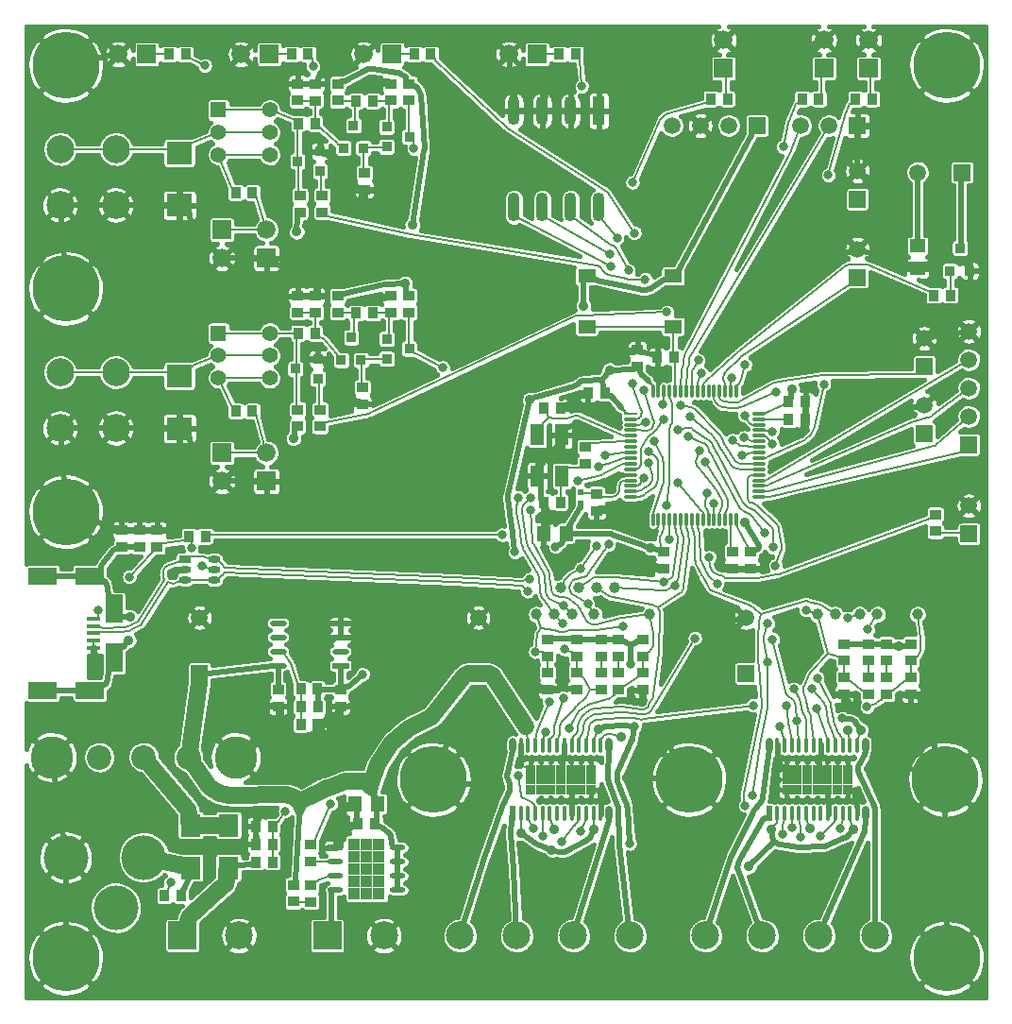
<source format=gtl>
G04 #@! TF.FileFunction,Copper,L1,Top,Signal*
%FSLAX46Y46*%
G04 Gerber Fmt 4.6, Leading zero omitted, Abs format (unit mm)*
G04 Created by KiCad (PCBNEW (2015-07-11 BZR 5925, Git c291b88)-product) date 17.07.2015 1:56:37*
%MOMM*%
G01*
G04 APERTURE LIST*
%ADD10C,0.150000*%
%ADD11R,1.500000X1.500000*%
%ADD12C,1.500000*%
%ADD13R,1.016000X0.889000*%
%ADD14R,1.143000X1.397000*%
%ADD15R,0.889000X1.016000*%
%ADD16R,1.397000X1.143000*%
%ADD17R,2.301240X1.998980*%
%ADD18R,1.676400X1.676400*%
%ADD19C,1.676400*%
%ADD20R,1.800860X1.998980*%
%ADD21O,1.501140X0.508000*%
%ADD22R,1.501140X0.508000*%
%ADD23O,1.399540X0.508000*%
%ADD24R,1.399540X0.508000*%
%ADD25R,1.100000X1.100000*%
%ADD26R,1.200000X0.270000*%
%ADD27O,1.200000X0.270000*%
%ADD28O,0.270000X1.200000*%
%ADD29R,0.600000X0.600000*%
%ADD30R,0.914400X0.914400*%
%ADD31R,1.099820X0.635000*%
%ADD32O,1.099820X0.635000*%
%ADD33R,0.900000X1.000000*%
%ADD34R,1.000000X0.900000*%
%ADD35R,1.100000X2.600000*%
%ADD36O,1.100000X2.600000*%
%ADD37C,2.200000*%
%ADD38C,3.800000*%
%ADD39R,1.600200X1.198880*%
%ADD40R,1.400000X1.400000*%
%ADD41C,1.400000*%
%ADD42C,1.000000*%
%ADD43R,0.900000X0.900000*%
%ADD44R,0.600000X1.350000*%
%ADD45O,0.400000X1.350000*%
%ADD46O,0.600000X1.350000*%
%ADD47C,2.500000*%
%ADD48R,2.500000X1.500000*%
%ADD49R,1.500000X2.500000*%
%ADD50R,1.250000X0.400000*%
%ADD51C,4.000000*%
%ADD52R,2.500000X2.500000*%
%ADD53R,1.198880X1.899920*%
%ADD54C,6.000000*%
%ADD55C,0.900000*%
%ADD56C,0.800000*%
%ADD57C,0.500000*%
%ADD58C,0.200000*%
%ADD59C,1.500000*%
%ADD60C,0.400000*%
G04 APERTURE END LIST*
D10*
D11*
X152400000Y-41600000D03*
D12*
X148400000Y-41600000D03*
D13*
X78600000Y-75162000D03*
X78600000Y-73638000D03*
X80200000Y-73638000D03*
X80200000Y-75162000D03*
X94400000Y-35162000D03*
X94400000Y-33638000D03*
X94400000Y-54162000D03*
X94400000Y-52638000D03*
D14*
X116868000Y-73949100D03*
X114836000Y-73949100D03*
D13*
X133405000Y-75586000D03*
X133405000Y-77110000D03*
D15*
X136843000Y-62148000D03*
X138367000Y-62148000D03*
X114843000Y-62748000D03*
X116367000Y-62748000D03*
D13*
X123286000Y-59018700D03*
X123286000Y-57494700D03*
X125605000Y-75586000D03*
X125605000Y-77110000D03*
D15*
X116367000Y-71148000D03*
X114843000Y-71148000D03*
D13*
X119605000Y-70386000D03*
X119605000Y-71910000D03*
D15*
X120367000Y-61348000D03*
X118843000Y-61348000D03*
D13*
X91043200Y-87922100D03*
X91043200Y-89446100D03*
D11*
X84000000Y-86500000D03*
D12*
X84000000Y-81500000D03*
D15*
X94605200Y-89484100D03*
X93081200Y-89484100D03*
D13*
X96643200Y-87922100D03*
X96643200Y-89446100D03*
D15*
X99762000Y-100000000D03*
X98238000Y-100000000D03*
D14*
X100016000Y-98200000D03*
X97984000Y-98200000D03*
D13*
X117800000Y-86438000D03*
X117800000Y-87962000D03*
X141800000Y-86838000D03*
X141800000Y-88362000D03*
X123800000Y-86438000D03*
X123800000Y-87962000D03*
X147800000Y-86838000D03*
X147800000Y-88362000D03*
X115200000Y-86438000D03*
X115200000Y-87962000D03*
D11*
X109000000Y-86500000D03*
D12*
X109000000Y-81500000D03*
D11*
X133000000Y-86500000D03*
D12*
X133000000Y-81500000D03*
D16*
X148400000Y-48184000D03*
X148400000Y-50216000D03*
D15*
X90562000Y-100200000D03*
X89038000Y-100200000D03*
D17*
X82200000Y-44549500D03*
X82200000Y-39850500D03*
X82200000Y-64549500D03*
X82200000Y-59850500D03*
D18*
X140000000Y-32270000D03*
D19*
X140000000Y-29730000D03*
D18*
X86000000Y-46730000D03*
D19*
X86000000Y-49270000D03*
D18*
X86000000Y-66730000D03*
D19*
X86000000Y-69270000D03*
D18*
X90000000Y-49270000D03*
D19*
X90000000Y-46730000D03*
D18*
X90000000Y-69270000D03*
D19*
X90000000Y-66730000D03*
D20*
X83200000Y-100095000D03*
X83200000Y-103905000D03*
X86600000Y-100095000D03*
X86600000Y-103905000D03*
D18*
X79270000Y-31000000D03*
D19*
X76730000Y-31000000D03*
D18*
X90270000Y-31000000D03*
D19*
X87730000Y-31000000D03*
D18*
X101270000Y-31000000D03*
D19*
X98730000Y-31000000D03*
D13*
X121600000Y-86438000D03*
X121600000Y-87962000D03*
X145600000Y-86838000D03*
X145600000Y-88362000D03*
X120000000Y-86438000D03*
X120000000Y-87962000D03*
X144000000Y-86838000D03*
X144000000Y-88362000D03*
X94000000Y-106962000D03*
X94000000Y-105438000D03*
D18*
X114270000Y-31000000D03*
D19*
X111730000Y-31000000D03*
D21*
X91049200Y-85789100D03*
D22*
X96637200Y-85789100D03*
D21*
X91049200Y-84519100D03*
X91049200Y-83249100D03*
X91049200Y-81979100D03*
X96637200Y-84519100D03*
X96637200Y-83249100D03*
X96637200Y-81979100D03*
D23*
X101794000Y-102095000D03*
D24*
X96206000Y-102095000D03*
D23*
X101794000Y-103365000D03*
X101794000Y-104635000D03*
X101794000Y-105905000D03*
X96206000Y-103365000D03*
X96206000Y-104635000D03*
X96206000Y-105905000D03*
D25*
X99000000Y-104000000D03*
X100100000Y-104000000D03*
X97900000Y-104000000D03*
X99000000Y-105100000D03*
X99000000Y-106200000D03*
X100100000Y-105100000D03*
X100100000Y-106200000D03*
X97900000Y-106200000D03*
X97900000Y-105100000D03*
X100100000Y-101800000D03*
X100100000Y-102900000D03*
X99000000Y-101800000D03*
X99000000Y-102900000D03*
X97900000Y-101800000D03*
X97900000Y-102900000D03*
D26*
X122655000Y-63198000D03*
D27*
X122655000Y-63698000D03*
X122655000Y-64198000D03*
X122655000Y-64698000D03*
X122655000Y-65198000D03*
X122655000Y-65698000D03*
X122655000Y-66198000D03*
X122655000Y-66698000D03*
X122655000Y-67198000D03*
X122655000Y-67698000D03*
X122655000Y-68198000D03*
X122655000Y-68698000D03*
X122655000Y-69198000D03*
X122655000Y-69698000D03*
X122655000Y-70198000D03*
X122655000Y-70698000D03*
D28*
X124655000Y-72698000D03*
X125155000Y-72698000D03*
X125655000Y-72698000D03*
X126155000Y-72698000D03*
X126655000Y-72698000D03*
X127155000Y-72698000D03*
X127655000Y-72698000D03*
X128155000Y-72698000D03*
D27*
X134155000Y-70698000D03*
X134155000Y-70198000D03*
X134155000Y-69698000D03*
X134155000Y-69198000D03*
D28*
X128655000Y-72698000D03*
X129155000Y-72698000D03*
X129655000Y-72698000D03*
X130155000Y-72698000D03*
X130655000Y-72698000D03*
X131155000Y-72698000D03*
X131655000Y-72698000D03*
X132155000Y-72698000D03*
D27*
X134155000Y-68698000D03*
X134155000Y-68198000D03*
X134155000Y-67698000D03*
X134155000Y-67198000D03*
X134155000Y-66698000D03*
X134155000Y-66198000D03*
X134155000Y-65698000D03*
X134155000Y-65198000D03*
X134155000Y-64698000D03*
X134155000Y-64198000D03*
X134155000Y-63698000D03*
X134155000Y-63198000D03*
D28*
X132155000Y-61198000D03*
X131655000Y-61198000D03*
X131155000Y-61198000D03*
X130655000Y-61198000D03*
X130155000Y-61198000D03*
X129655000Y-61198000D03*
X129155000Y-61198000D03*
X128655000Y-61198000D03*
X128155000Y-61198000D03*
X127655000Y-61198000D03*
X127155000Y-61198000D03*
X126655000Y-61198000D03*
X126155000Y-61198000D03*
X125655000Y-61198000D03*
X125155000Y-61198000D03*
X124655000Y-61198000D03*
D29*
X118205000Y-70248000D03*
X118205000Y-71248000D03*
D30*
X94816000Y-39711000D03*
X94816000Y-41489000D03*
X92784000Y-40600000D03*
X94616000Y-58311000D03*
X94616000Y-60089000D03*
X92584000Y-59200000D03*
D31*
X82699520Y-76250040D03*
D32*
X82699520Y-77200000D03*
X82699520Y-78149960D03*
X85300480Y-78149960D03*
X85300480Y-77200000D03*
X85300480Y-76250040D03*
D30*
X98689000Y-39416000D03*
X96911000Y-39416000D03*
X97800000Y-37384000D03*
X98489000Y-58416000D03*
X96711000Y-58416000D03*
X97600000Y-56384000D03*
X100784000Y-39289000D03*
X100784000Y-37511000D03*
X102816000Y-38400000D03*
X100784000Y-58289000D03*
X100784000Y-56511000D03*
X102816000Y-57400000D03*
X153089000Y-50416000D03*
X151311000Y-50416000D03*
X152200000Y-48384000D03*
D33*
X87250000Y-43400000D03*
X88750000Y-43400000D03*
X138050000Y-35000000D03*
X139550000Y-35000000D03*
X87250000Y-63000000D03*
X88750000Y-63000000D03*
D34*
X95000000Y-43650000D03*
X95000000Y-45150000D03*
X94800000Y-62850000D03*
X94800000Y-64350000D03*
X93000000Y-45150000D03*
X93000000Y-43650000D03*
X92800000Y-64350000D03*
X92800000Y-62850000D03*
X77000000Y-75150000D03*
X77000000Y-73650000D03*
D33*
X92850000Y-37200000D03*
X94350000Y-37200000D03*
X92850000Y-56000000D03*
X94350000Y-56000000D03*
D34*
X92800000Y-35150000D03*
X92800000Y-33650000D03*
X92800000Y-54150000D03*
X92800000Y-52650000D03*
X96400000Y-33650000D03*
X96400000Y-35150000D03*
X98800000Y-41650000D03*
X98800000Y-43150000D03*
X96400000Y-52650000D03*
X96400000Y-54150000D03*
X98600000Y-60850000D03*
X98600000Y-62350000D03*
D33*
X98050000Y-35200000D03*
X99550000Y-35200000D03*
X98050000Y-54200000D03*
X99550000Y-54200000D03*
D34*
X101200000Y-35150000D03*
X101200000Y-33650000D03*
X101200000Y-54150000D03*
X101200000Y-52650000D03*
X102800000Y-33650000D03*
X102800000Y-35150000D03*
X102800000Y-52650000D03*
X102800000Y-54150000D03*
X118605000Y-66198000D03*
X118605000Y-67698000D03*
D33*
X82750000Y-31000000D03*
X81250000Y-31000000D03*
X93750000Y-31000000D03*
X92250000Y-31000000D03*
X104750000Y-31000000D03*
X103250000Y-31000000D03*
X126555000Y-58148000D03*
X125055000Y-58148000D03*
X94593200Y-87884100D03*
X93093200Y-87884100D03*
X93093200Y-91084100D03*
X94593200Y-91084100D03*
X84550000Y-74200000D03*
X83050000Y-74200000D03*
D34*
X150000000Y-72250000D03*
X150000000Y-73750000D03*
X94000000Y-101850000D03*
X94000000Y-103350000D03*
X121600000Y-83450000D03*
X121600000Y-84950000D03*
X145600000Y-83850000D03*
X145600000Y-85350000D03*
X120000000Y-83450000D03*
X120000000Y-84950000D03*
X144000000Y-83850000D03*
X144000000Y-85350000D03*
X117800000Y-83450000D03*
X117800000Y-84950000D03*
X141800000Y-83850000D03*
X141800000Y-85350000D03*
X123800000Y-83450000D03*
X123800000Y-84950000D03*
X147800000Y-83850000D03*
X147800000Y-85350000D03*
X115200000Y-83450000D03*
X115200000Y-84950000D03*
X92400000Y-105450000D03*
X92400000Y-106950000D03*
D33*
X151350000Y-52600000D03*
X149850000Y-52600000D03*
X117750000Y-31000000D03*
X116250000Y-31000000D03*
X82350000Y-106400000D03*
X80850000Y-106400000D03*
X90550000Y-103400000D03*
X89050000Y-103400000D03*
X89050000Y-101800000D03*
X90550000Y-101800000D03*
D35*
X119810000Y-36082000D03*
D36*
X117270000Y-36082000D03*
X114730000Y-36082000D03*
X112190000Y-36082000D03*
X112190000Y-44718000D03*
X114730000Y-44718000D03*
X117270000Y-44718000D03*
X119810000Y-44718000D03*
D37*
X83000000Y-94000000D03*
X79000000Y-94000000D03*
X75000000Y-94000000D03*
D38*
X87250000Y-94000000D03*
X70750000Y-94000000D03*
D39*
X118744200Y-55408600D03*
X118744200Y-50887400D03*
X126465800Y-55408600D03*
X126465800Y-50887400D03*
D40*
X85700000Y-36000000D03*
D41*
X85700000Y-38000000D03*
X85700000Y-40000000D03*
X90300000Y-40000000D03*
X90300000Y-38000000D03*
X90300000Y-36000000D03*
D40*
X85700000Y-56000000D03*
D41*
X85700000Y-58000000D03*
X85700000Y-60000000D03*
X90300000Y-60000000D03*
X90300000Y-58000000D03*
X90300000Y-56000000D03*
D42*
X115800000Y-81200000D03*
X117400000Y-81200000D03*
X124400000Y-81200000D03*
X139400000Y-81200000D03*
X141000000Y-81200000D03*
X148400000Y-81200000D03*
X119400000Y-81200000D03*
X143200000Y-81200000D03*
X144800000Y-81200000D03*
X114200000Y-81200000D03*
X116400000Y-78800000D03*
X118000000Y-78800000D03*
X119600000Y-78800000D03*
X121200000Y-78800000D03*
D43*
X113700000Y-95100000D03*
X113700000Y-96900000D03*
X113700000Y-96000000D03*
X114600000Y-96000000D03*
X114600000Y-96900000D03*
X114600000Y-95100000D03*
X115500000Y-96000000D03*
X115500000Y-96900000D03*
X115500000Y-95100000D03*
X118200000Y-95100000D03*
X118200000Y-96900000D03*
X118200000Y-96000000D03*
X119100000Y-96000000D03*
X119100000Y-96900000D03*
X119100000Y-95100000D03*
X117300000Y-95100000D03*
X117300000Y-96900000D03*
X117300000Y-96000000D03*
D44*
X112075000Y-99050000D03*
D45*
X112825000Y-99050000D03*
X113475000Y-99050000D03*
X114125000Y-99050000D03*
X114775000Y-99050000D03*
X115425000Y-99050000D03*
X116075000Y-99050000D03*
X116725000Y-99050000D03*
X117375000Y-99050000D03*
X118025000Y-99050000D03*
X118675000Y-99050000D03*
X119325000Y-99050000D03*
X119975000Y-99050000D03*
D46*
X120725000Y-99050000D03*
X120725000Y-92950000D03*
D45*
X119975000Y-92950000D03*
X119325000Y-92950000D03*
X118675000Y-92950000D03*
X118025000Y-92950000D03*
X117375000Y-92950000D03*
X116725000Y-92950000D03*
X116075000Y-92950000D03*
X115425000Y-92950000D03*
X114775000Y-92950000D03*
X114125000Y-92950000D03*
X113475000Y-92950000D03*
X112825000Y-92950000D03*
D46*
X112075000Y-92950000D03*
D43*
X116400000Y-96000000D03*
X116400000Y-96900000D03*
X116400000Y-95100000D03*
X136700000Y-95100000D03*
X136700000Y-96900000D03*
X136700000Y-96000000D03*
X137600000Y-96000000D03*
X137600000Y-96900000D03*
X137600000Y-95100000D03*
X138500000Y-96000000D03*
X138500000Y-96900000D03*
X138500000Y-95100000D03*
X141200000Y-95100000D03*
X141200000Y-96900000D03*
X141200000Y-96000000D03*
X142100000Y-96000000D03*
X142100000Y-96900000D03*
X142100000Y-95100000D03*
X140300000Y-95100000D03*
X140300000Y-96900000D03*
X140300000Y-96000000D03*
D44*
X135075000Y-99050000D03*
D45*
X135825000Y-99050000D03*
X136475000Y-99050000D03*
X137125000Y-99050000D03*
X137775000Y-99050000D03*
X138425000Y-99050000D03*
X139075000Y-99050000D03*
X139725000Y-99050000D03*
X140375000Y-99050000D03*
X141025000Y-99050000D03*
X141675000Y-99050000D03*
X142325000Y-99050000D03*
X142975000Y-99050000D03*
D46*
X143725000Y-99050000D03*
X143725000Y-92950000D03*
D45*
X142975000Y-92950000D03*
X142325000Y-92950000D03*
X141675000Y-92950000D03*
X141025000Y-92950000D03*
X140375000Y-92950000D03*
X139725000Y-92950000D03*
X139075000Y-92950000D03*
X138425000Y-92950000D03*
X137775000Y-92950000D03*
X137125000Y-92950000D03*
X136475000Y-92950000D03*
X135825000Y-92950000D03*
D46*
X135075000Y-92950000D03*
D43*
X139400000Y-96000000D03*
X139400000Y-96900000D03*
X139400000Y-95100000D03*
D13*
X131805000Y-75586000D03*
X131805000Y-77110000D03*
D15*
X136843000Y-63748000D03*
X138367000Y-63748000D03*
D47*
X76500000Y-39500000D03*
X71500000Y-39500000D03*
X71500000Y-44500000D03*
X76500000Y-44500000D03*
X76500000Y-59500000D03*
X71500000Y-59500000D03*
X71500000Y-64500000D03*
X76500000Y-64500000D03*
D11*
X143000000Y-37400000D03*
D12*
X140460000Y-37400000D03*
X137920000Y-37400000D03*
D11*
X134000000Y-37400000D03*
D12*
X131460000Y-37400000D03*
X128920000Y-37400000D03*
X126380000Y-37400000D03*
D48*
X69950000Y-77750000D03*
X69950000Y-88050000D03*
X74150000Y-77750000D03*
X74150000Y-88050000D03*
D49*
X76350000Y-80700000D03*
X76350000Y-85100000D03*
D50*
X74475000Y-81600000D03*
X74475000Y-82250000D03*
X74475000Y-82900000D03*
X74475000Y-83550000D03*
X74475000Y-84200000D03*
D51*
X72000000Y-103000000D03*
X76500000Y-107500000D03*
X79000000Y-103000000D03*
D52*
X82460000Y-110000000D03*
D47*
X87540000Y-110000000D03*
D11*
X153000000Y-74000000D03*
D12*
X153000000Y-71460000D03*
D11*
X143000000Y-44000000D03*
D12*
X143000000Y-41460000D03*
D11*
X143000000Y-51000000D03*
D12*
X143000000Y-48460000D03*
D11*
X149000000Y-59000000D03*
D12*
X149000000Y-56460000D03*
D11*
X149000000Y-65000000D03*
D12*
X149000000Y-62460000D03*
X153000000Y-55840000D03*
D11*
X153000000Y-66000000D03*
D12*
X153000000Y-63460000D03*
X153000000Y-60920000D03*
X153000000Y-58380000D03*
D52*
X95460000Y-110000000D03*
D47*
X100540000Y-110000000D03*
X107380000Y-110000000D03*
X112460000Y-110000000D03*
X117540000Y-110000000D03*
X122620000Y-110000000D03*
X129380000Y-110000000D03*
X134460000Y-110000000D03*
X139540000Y-110000000D03*
X144620000Y-110000000D03*
D53*
X114305180Y-65098880D03*
X114305180Y-68797120D03*
X116504820Y-68797120D03*
X116504820Y-65098880D03*
D54*
X72000000Y-72000000D03*
X72000000Y-112000000D03*
X72000000Y-32000000D03*
X72000000Y-52000000D03*
X151000000Y-112000000D03*
X105000000Y-96000000D03*
X151000000Y-32000000D03*
X150900000Y-96000000D03*
X127900000Y-96000000D03*
D18*
X144000000Y-32270000D03*
D19*
X144000000Y-29730000D03*
D18*
X131000000Y-32270000D03*
D19*
X131000000Y-29730000D03*
D33*
X142850000Y-35000000D03*
X144350000Y-35000000D03*
X129850000Y-35000000D03*
X131350000Y-35000000D03*
D55*
X120778500Y-59302600D03*
X118424300Y-53559000D03*
X113636000Y-61954900D03*
X102425000Y-51562000D03*
X103086800Y-46310000D03*
X132940100Y-72962600D03*
X124454300Y-75241100D03*
X137162500Y-61002000D03*
D56*
X115925100Y-75119000D03*
X98641200Y-86576100D03*
X112285200Y-75608900D03*
D55*
X77750100Y-81407500D03*
X77651300Y-83505400D03*
X74743400Y-85055400D03*
X99956900Y-52948600D03*
X94675100Y-57230600D03*
X94783000Y-51555500D03*
X99401600Y-33292000D03*
X96508200Y-32449900D03*
X89689800Y-99075800D03*
X96774500Y-98773500D03*
X81572200Y-77567900D03*
X97879000Y-45019800D03*
X117764400Y-64240900D03*
X117513300Y-62095300D03*
X117262700Y-59785200D03*
X124096600Y-74090200D03*
X124461200Y-76510400D03*
X130659000Y-76790400D03*
X95299700Y-85067900D03*
X95649700Y-90323000D03*
X120762500Y-71612200D03*
X115773300Y-72713100D03*
X120851100Y-69875300D03*
X137750900Y-64883000D03*
X110846600Y-96731700D03*
X144100200Y-95029700D03*
D56*
X123642400Y-89009200D03*
X125008300Y-91259100D03*
X122392400Y-95814400D03*
D55*
X106730000Y-79104300D03*
X77600000Y-70400000D03*
X82400000Y-70400000D03*
X82400000Y-67200000D03*
X85400000Y-63200000D03*
X88000000Y-65000000D03*
X90800000Y-62400000D03*
X82400000Y-56600000D03*
X77800000Y-54200000D03*
X83200000Y-52200000D03*
X88600000Y-52200000D03*
X79800000Y-50800000D03*
X81800000Y-47400000D03*
X79400000Y-42000000D03*
X78600000Y-34400000D03*
X82200000Y-36400000D03*
X83200000Y-33800000D03*
X95600000Y-30200000D03*
X85800000Y-30200000D03*
X90800000Y-43800000D03*
X85400000Y-43800000D03*
X94400000Y-47800000D03*
X96400000Y-42600000D03*
X101000000Y-41600000D03*
X105800000Y-43000000D03*
X101000000Y-45400000D03*
X101400000Y-48000000D03*
X97200000Y-50600000D03*
X99200000Y-56000000D03*
X96600000Y-60800000D03*
X96800000Y-65000000D03*
X100400000Y-65000000D03*
X103800000Y-65000000D03*
X103800000Y-62400000D03*
X101000000Y-60200000D03*
X104800000Y-56400000D03*
X107000000Y-53000000D03*
X114200000Y-59200000D03*
X111000000Y-55200000D03*
X116000000Y-53000000D03*
X113000000Y-50200000D03*
X109200000Y-46400000D03*
X108800000Y-41000000D03*
X106600000Y-36600000D03*
X112800000Y-40400000D03*
X120200000Y-39000000D03*
X116800000Y-39000000D03*
X109800000Y-33000000D03*
X115400000Y-33400000D03*
X122600000Y-33800000D03*
X126000000Y-30400000D03*
X135600000Y-31400000D03*
X133400000Y-34800000D03*
X129400000Y-40400000D03*
X134600000Y-40600000D03*
X150600000Y-37800000D03*
X125000000Y-42200000D03*
X125600000Y-45800000D03*
X128600000Y-51400000D03*
X130600000Y-47400000D03*
X133800000Y-51200000D03*
X136600000Y-50000000D03*
X138400000Y-43600000D03*
X140000000Y-49400000D03*
X140800000Y-45800000D03*
X145800000Y-47600000D03*
X146000000Y-43400000D03*
X150400000Y-43200000D03*
X150600000Y-47200000D03*
X145800000Y-54200000D03*
X142400000Y-55600000D03*
X145400000Y-58000000D03*
X139200000Y-58800000D03*
X137400000Y-56400000D03*
X133800000Y-55000000D03*
X140600000Y-63000000D03*
X141600000Y-60800000D03*
X145600000Y-61200000D03*
X144800000Y-64400000D03*
X146600000Y-65800000D03*
X150200000Y-68800000D03*
X147000000Y-70600000D03*
X141800000Y-70800000D03*
X136200000Y-71800000D03*
X138400000Y-75000000D03*
X145000000Y-72800000D03*
X131600000Y-64000000D03*
X130200000Y-74400000D03*
X122200000Y-76800000D03*
X121000000Y-80800000D03*
X126400000Y-82200000D03*
X129400000Y-82200000D03*
X112000000Y-82000000D03*
X107600000Y-76800000D03*
X105800000Y-75400000D03*
X100000000Y-76000000D03*
X94600000Y-75800000D03*
X91000000Y-75600000D03*
X87200000Y-75400000D03*
X86800000Y-72200000D03*
X94200000Y-72600000D03*
X100000000Y-73000000D03*
X105000000Y-73000000D03*
X94000000Y-69200000D03*
X100000000Y-69400000D03*
X107200000Y-69200000D03*
X109800000Y-64400000D03*
X82000000Y-85400000D03*
X87200000Y-83800000D03*
X81600000Y-81200000D03*
X79000000Y-79000000D03*
X88800000Y-79800000D03*
X85200000Y-79800000D03*
X93000000Y-79400000D03*
X94000000Y-83000000D03*
X97800000Y-79400000D03*
X103800000Y-79400000D03*
X99000000Y-84600000D03*
X100600000Y-86600000D03*
X108200000Y-83800000D03*
X108800000Y-89400000D03*
X98400000Y-89000000D03*
X88800000Y-88200000D03*
X85600000Y-90600000D03*
X78400000Y-88200000D03*
X81200000Y-91000000D03*
X77000000Y-91400000D03*
X73800000Y-90800000D03*
X69400000Y-90400000D03*
X73200000Y-96800000D03*
X77600000Y-96800000D03*
X75600000Y-100200000D03*
X91800000Y-94600000D03*
X89600000Y-90800000D03*
X97200000Y-94000000D03*
X103600000Y-89000000D03*
X106800000Y-91200000D03*
X109800000Y-92400000D03*
X104200000Y-101800000D03*
X108400000Y-100200000D03*
X106800000Y-106000000D03*
X110400000Y-106200000D03*
X124400000Y-106400000D03*
X128400000Y-105600000D03*
X125400000Y-102200000D03*
X131800000Y-92600000D03*
X129600000Y-100000000D03*
X126800000Y-89000000D03*
X129200000Y-87200000D03*
X139000000Y-84400000D03*
X136800000Y-82200000D03*
X126000000Y-85400000D03*
X146800000Y-82000000D03*
X146600000Y-91000000D03*
X147000000Y-99600000D03*
X149000000Y-103200000D03*
X146600000Y-105600000D03*
X153200000Y-107200000D03*
X152800000Y-101800000D03*
X144200000Y-113600000D03*
X138800000Y-113600000D03*
X133200000Y-113800000D03*
X128400000Y-114000000D03*
X123600000Y-114200000D03*
X119200000Y-114200000D03*
X113400000Y-113800000D03*
X108400000Y-114400000D03*
X104000000Y-114000000D03*
X99800000Y-114000000D03*
X94600000Y-114200000D03*
X91800000Y-114000000D03*
X87200000Y-114200000D03*
X82600000Y-114000000D03*
X77200000Y-114000000D03*
X151000000Y-78800000D03*
X150800000Y-86600000D03*
X147600000Y-76600000D03*
X142800000Y-77800000D03*
X103600000Y-68400000D03*
X97200000Y-68200000D03*
D56*
X129800000Y-58400000D03*
X134094100Y-79117500D03*
X136260100Y-79196300D03*
X74899900Y-80799900D03*
X77699400Y-77846200D03*
X84229800Y-76826900D03*
X83273200Y-75255600D03*
D55*
X113269700Y-91228900D03*
X121857200Y-92151900D03*
X112858700Y-100793000D03*
X119361600Y-100467700D03*
X92727400Y-46910200D03*
X92425000Y-65438000D03*
X115594700Y-102306700D03*
X135262100Y-100465100D03*
X133274300Y-103800100D03*
D56*
X136024600Y-91250500D03*
D55*
X143309100Y-91563400D03*
X142632900Y-100445200D03*
D56*
X141655100Y-90509600D03*
X116726800Y-84314700D03*
X116528300Y-82014700D03*
X120342900Y-66968400D03*
X112610300Y-70722500D03*
X125625000Y-63748300D03*
X126925900Y-64689400D03*
X135412300Y-75192200D03*
X138373000Y-80805700D03*
X117123000Y-91382500D03*
X115043900Y-91732300D03*
X117954800Y-69249700D03*
X113730400Y-71865300D03*
X143873700Y-89482800D03*
X137584600Y-90752800D03*
X135392800Y-83438400D03*
X130413300Y-78427200D03*
D55*
X119768000Y-91494500D03*
X115809200Y-100442200D03*
D56*
X122583400Y-101733100D03*
X122700000Y-85687700D03*
X123018900Y-91253400D03*
D55*
X138769700Y-100425900D03*
X142098800Y-91571700D03*
X146700000Y-84049700D03*
D56*
X134984000Y-82024800D03*
X135651000Y-76839200D03*
X133587800Y-97457900D03*
X136276500Y-100936900D03*
X113929600Y-100389000D03*
X114102000Y-84550200D03*
X121975000Y-82311100D03*
X134932800Y-85499100D03*
X118216100Y-100657800D03*
X116495400Y-101576400D03*
X141481900Y-100369800D03*
X139710900Y-101092400D03*
X91669900Y-98827200D03*
X126898500Y-69440200D03*
X118282500Y-33876700D03*
X122861600Y-60486600D03*
X112549900Y-95624900D03*
X116650100Y-80406500D03*
X119805500Y-67928300D03*
X113709600Y-70765400D03*
X103223000Y-39455200D03*
X123836700Y-68954600D03*
X105812100Y-59060800D03*
X124289800Y-67599900D03*
X84484700Y-32012900D03*
X124305900Y-66580800D03*
X94184600Y-32099900D03*
X124810400Y-65690000D03*
X126095200Y-74453800D03*
X129712000Y-76085700D03*
X138957200Y-87897100D03*
X125610200Y-78254600D03*
X128431900Y-83336000D03*
X139413400Y-86896000D03*
X126644000Y-78630800D03*
X137117200Y-100338100D03*
X132935500Y-98343800D03*
X120783500Y-48912500D03*
X127961000Y-63451800D03*
X120896900Y-50014100D03*
X127144300Y-62482000D03*
X121460600Y-47462300D03*
X128831900Y-66552200D03*
X122468000Y-50367600D03*
X129360300Y-67517100D03*
X139987700Y-60574900D03*
X119582000Y-75036100D03*
X132672700Y-66933700D03*
X116645100Y-88691500D03*
X118190400Y-77110500D03*
X137312000Y-87891200D03*
X111142900Y-74073100D03*
X131788000Y-65580400D03*
X132861000Y-65337000D03*
X95781400Y-98193400D03*
X113635400Y-78035100D03*
X135362800Y-65918600D03*
X113421000Y-79126400D03*
X135386200Y-64815500D03*
X132869500Y-63353500D03*
X132927400Y-58839200D03*
X123013000Y-47011200D03*
X131766800Y-59993600D03*
X135708600Y-61240100D03*
X123964100Y-51182400D03*
X129004200Y-59567100D03*
X128738100Y-58423600D03*
X125921700Y-54109100D03*
X115361900Y-89013200D03*
X118820100Y-80265100D03*
X120690100Y-74936400D03*
X125905000Y-71436200D03*
X136649100Y-89421400D03*
X142152300Y-81535400D03*
X134676600Y-73850200D03*
X127848400Y-65288700D03*
X125578500Y-62396100D03*
X114829600Y-101037100D03*
X137870900Y-101146200D03*
X139375100Y-89638000D03*
X143939300Y-82565300D03*
X133644900Y-89366000D03*
X124046400Y-64007500D03*
X81397500Y-105255900D03*
X122842600Y-42480100D03*
X123819900Y-61140600D03*
X136339200Y-39285000D03*
X129560500Y-70312800D03*
X140396400Y-41822700D03*
X130105500Y-71263500D03*
D57*
X152300000Y-42100000D02*
X152400000Y-41600000D01*
X152300000Y-42350000D02*
X152300000Y-42100000D01*
X152300000Y-47926800D02*
X152300000Y-42350000D01*
X152300000Y-48176800D02*
X152300000Y-47926800D01*
X152200000Y-48384000D02*
X152300000Y-48176800D01*
X120778500Y-59302600D02*
X120116900Y-60181600D01*
X112086200Y-73959300D02*
X112285200Y-75608900D01*
X112086200Y-73959300D02*
X112081400Y-73924800D01*
X111804000Y-72169700D02*
X112081400Y-73924800D01*
X111789900Y-72060300D02*
X111804000Y-72169700D01*
X111665000Y-70817500D02*
X111789900Y-72060300D01*
X111657200Y-70740000D02*
X111665000Y-70817500D01*
X111666900Y-70585700D02*
X111657200Y-70740000D01*
X111684000Y-70511200D02*
X111666900Y-70585700D01*
X113636000Y-61954900D02*
X111684000Y-70511200D01*
X118364200Y-60291100D02*
X120116900Y-60181600D01*
X118070400Y-60386400D02*
X117998400Y-60462600D01*
X118259500Y-60297700D02*
X118070400Y-60386400D01*
X118364200Y-60291100D02*
X118259500Y-60297700D01*
X117990100Y-60471400D02*
X117998400Y-60462600D01*
X117898100Y-60568800D02*
X117990100Y-60471400D01*
X117672000Y-60707200D02*
X117898100Y-60568800D01*
X117544000Y-60744800D02*
X117672000Y-60707200D01*
X114243800Y-61712100D02*
X117544000Y-60744800D01*
X114204600Y-61725000D02*
X114192300Y-61730000D01*
X114230900Y-61715900D02*
X114204600Y-61725000D01*
X114243800Y-61712100D02*
X114230900Y-61715900D01*
X113636000Y-61954900D02*
X114192300Y-61730000D01*
D58*
X133147000Y-75241500D02*
X133405000Y-75586000D01*
X133147000Y-75141500D02*
X133147000Y-75241500D01*
X133132100Y-75051200D02*
X133117800Y-75024200D01*
X133147000Y-75110800D02*
X133132100Y-75051200D01*
X133147000Y-75141500D02*
X133147000Y-75110800D01*
X132224500Y-73342800D02*
X133117800Y-75024200D01*
X132201500Y-73299500D02*
X132224500Y-73342800D01*
X132166800Y-73209700D02*
X132201500Y-73299500D01*
X132154900Y-73163000D02*
X132166800Y-73209700D01*
X132155000Y-73163000D02*
X132154900Y-73163000D01*
X132155000Y-72698000D02*
X132155000Y-73163000D01*
D57*
X103050000Y-33850000D02*
X102800000Y-33650000D01*
X103300000Y-33850000D02*
X103050000Y-33850000D01*
X103367000Y-33850000D02*
X103300000Y-33850000D01*
X103483000Y-33917000D02*
X103367000Y-33850000D01*
X103516500Y-33975000D02*
X103483000Y-33917000D01*
X103776300Y-34424900D02*
X103516500Y-33975000D01*
X103807700Y-34479200D02*
X103776300Y-34424900D01*
X103844600Y-34600100D02*
X103807700Y-34479200D01*
X103848800Y-34662600D02*
X103844600Y-34600100D01*
X104170900Y-39390600D02*
X103848800Y-34662600D01*
X104174500Y-39443600D02*
X104170900Y-39390600D01*
X104169700Y-39551400D02*
X104174500Y-39443600D01*
X104161100Y-39605500D02*
X104169700Y-39551400D01*
X103086800Y-46310000D02*
X104161100Y-39605500D01*
X96650000Y-33450000D02*
X96400000Y-33650000D01*
X96900000Y-33450000D02*
X96650000Y-33450000D01*
X96989800Y-33435300D02*
X97016800Y-33421000D01*
X96930700Y-33450000D02*
X96989800Y-33435300D01*
X96900000Y-33450000D02*
X96930700Y-33450000D01*
X98934300Y-32407800D02*
X97016800Y-33421000D01*
X99078300Y-32331800D02*
X98934300Y-32407800D01*
X99397900Y-32278900D02*
X99078300Y-32331800D01*
X99557900Y-32304200D02*
X99397900Y-32278900D01*
X101786000Y-32656700D02*
X99557900Y-32304200D01*
X101835600Y-32664500D02*
X101786000Y-32656700D01*
X101930900Y-32698200D02*
X101835600Y-32664500D01*
X101975100Y-32723700D02*
X101930900Y-32698200D01*
X102425000Y-32983500D02*
X101975100Y-32723700D01*
X102483000Y-33017000D02*
X102425000Y-32983500D01*
X102550000Y-33133000D02*
X102483000Y-33017000D01*
X102550000Y-33200000D02*
X102550000Y-33133000D01*
X102550000Y-33450000D02*
X102550000Y-33200000D01*
X102800000Y-33650000D02*
X102550000Y-33450000D01*
X118155000Y-71298000D02*
X118205000Y-71248000D01*
X118155000Y-71548000D02*
X118155000Y-71298000D01*
X118155000Y-71582900D02*
X118155000Y-71548000D01*
X118135900Y-71650000D02*
X118155000Y-71582900D01*
X118117600Y-71679500D02*
X118135900Y-71650000D01*
X117226900Y-73119100D02*
X118117600Y-71679500D01*
X117189500Y-73215700D02*
X117189500Y-73250600D01*
X117208600Y-73148600D02*
X117189500Y-73215700D01*
X117226900Y-73119100D02*
X117208600Y-73148600D01*
X117189500Y-73500600D02*
X117189500Y-73250600D01*
X116868000Y-73949100D02*
X117189500Y-73500600D01*
X133500000Y-37900000D02*
X134000000Y-37400000D01*
X133500000Y-38150000D02*
X133500000Y-37900000D01*
X133500000Y-38181000D02*
X133500000Y-38150000D01*
X133484800Y-38241400D02*
X133500000Y-38181000D01*
X133470000Y-38268800D02*
X133484800Y-38241400D01*
X127045900Y-50169200D02*
X133470000Y-38268800D01*
X127015900Y-50257000D02*
X127015900Y-50288000D01*
X127031100Y-50196600D02*
X127015900Y-50257000D01*
X127045900Y-50169200D02*
X127031100Y-50196600D01*
X127015900Y-50538000D02*
X127015900Y-50288000D01*
X126465800Y-50887400D02*
X127015900Y-50538000D01*
X122766800Y-59213500D02*
X120778500Y-59302600D01*
X122778000Y-59213200D02*
X122766800Y-59213500D01*
X123028000Y-59213200D02*
X122778000Y-59213200D01*
X123286000Y-59018700D02*
X123028000Y-59213200D01*
X94599200Y-88134100D02*
X94593200Y-87884100D01*
X94599200Y-88384100D02*
X94599200Y-88134100D01*
X94599200Y-88976100D02*
X94599200Y-88384100D01*
X94599200Y-89226100D02*
X94599200Y-88976100D01*
X94605200Y-89484100D02*
X94599200Y-89226100D01*
X96650000Y-52450000D02*
X96400000Y-52650000D01*
X96900000Y-52450000D02*
X96650000Y-52450000D01*
X96939600Y-52447200D02*
X96952600Y-52444400D01*
X96913100Y-52450000D02*
X96939600Y-52447200D01*
X96900000Y-52450000D02*
X96913100Y-52450000D01*
X100584200Y-51662200D02*
X96952600Y-52444400D01*
X100606300Y-51657500D02*
X100584200Y-51662200D01*
X100650100Y-51651700D02*
X100606300Y-51657500D01*
X100672200Y-51650600D02*
X100650100Y-51651700D01*
X102425000Y-51562000D02*
X100672200Y-51650600D01*
X125915700Y-51236800D02*
X126465800Y-50887400D01*
X125665700Y-51236800D02*
X125915700Y-51236800D01*
X125557300Y-51258500D02*
X125526500Y-51279100D01*
X125628300Y-51236800D02*
X125557300Y-51258500D01*
X125665700Y-51236800D02*
X125628300Y-51236800D01*
X124493000Y-51971700D02*
X125526500Y-51279100D01*
X124334800Y-52077700D02*
X124493000Y-51971700D01*
X123960600Y-52151400D02*
X124334800Y-52077700D01*
X123774600Y-52113400D02*
X123960600Y-52151400D01*
X122178800Y-51788700D02*
X123774600Y-52113400D01*
X122167800Y-51786400D02*
X122178800Y-51788700D01*
X119596100Y-51242200D02*
X122167800Y-51786400D01*
X119557200Y-51236800D02*
X119544300Y-51236800D01*
X119583300Y-51239500D02*
X119557200Y-51236800D01*
X119596100Y-51242200D02*
X119583300Y-51239500D01*
X119294300Y-51236800D02*
X119544300Y-51236800D01*
X118744200Y-50887400D02*
X119294300Y-51236800D01*
X123615200Y-59637900D02*
X124261900Y-60299600D01*
X123581100Y-59603100D02*
X123615200Y-59637900D01*
X123544000Y-59512200D02*
X123581100Y-59603100D01*
X123544000Y-59463200D02*
X123544000Y-59512200D01*
X123544000Y-59213200D02*
X123544000Y-59463200D01*
X123286000Y-59018700D02*
X123544000Y-59213200D01*
X117189500Y-73986300D02*
X116868000Y-73949100D01*
X117439500Y-73986300D02*
X117189500Y-73986300D01*
X120690100Y-73986300D02*
X117439500Y-73986300D01*
X120771600Y-73986200D02*
X120690100Y-73986300D01*
X120933800Y-74014400D02*
X120771600Y-73986200D01*
X121012000Y-74042500D02*
X120933800Y-74014400D01*
X123757800Y-75031200D02*
X121012000Y-74042500D01*
X123757800Y-75031200D02*
X123810000Y-75048300D01*
X124454300Y-75241100D02*
X123810000Y-75048300D01*
X134091900Y-74884500D02*
X132940100Y-72962600D01*
X134126800Y-74942700D02*
X134091900Y-74884500D01*
X134163000Y-75073900D02*
X134126800Y-74942700D01*
X134163000Y-75141500D02*
X134163000Y-75073900D01*
X134163000Y-75245100D02*
X134163000Y-75141500D01*
X134016600Y-75391500D02*
X134163000Y-75245100D01*
X133913000Y-75391500D02*
X134016600Y-75391500D01*
X133663000Y-75391500D02*
X133913000Y-75391500D01*
X133405000Y-75586000D02*
X133663000Y-75391500D01*
D58*
X125655000Y-73163000D02*
X125655000Y-72698000D01*
X125654900Y-73252700D02*
X125655000Y-73163000D01*
X125623300Y-73428400D02*
X125654900Y-73252700D01*
X125592100Y-73512000D02*
X125623300Y-73428400D01*
X125345400Y-74174600D02*
X125592100Y-73512000D01*
X125290600Y-74431000D02*
X125297700Y-74517900D01*
X125314600Y-74257400D02*
X125290600Y-74431000D01*
X125345400Y-74174600D02*
X125314600Y-74257400D01*
X125346200Y-75121500D02*
X125297700Y-74517900D01*
X125346600Y-75126700D02*
X125346200Y-75121500D01*
X125347000Y-75136700D02*
X125346600Y-75126700D01*
X125347000Y-75141500D02*
X125347000Y-75136700D01*
X125347000Y-75241500D02*
X125347000Y-75141500D01*
X125605000Y-75586000D02*
X125347000Y-75241500D01*
D57*
X96385200Y-87903100D02*
X96643200Y-87922100D01*
X96135200Y-87903100D02*
X96385200Y-87903100D01*
X95043200Y-87903100D02*
X96135200Y-87903100D01*
X94793200Y-87903100D02*
X95043200Y-87903100D01*
X94593200Y-87884100D02*
X94793200Y-87903100D01*
D58*
X134620000Y-63198000D02*
X134155000Y-63198000D01*
X136294100Y-62428800D02*
X134620000Y-63198000D01*
X136318700Y-62417500D02*
X136294100Y-62428800D01*
X136371300Y-62406000D02*
X136318700Y-62417500D01*
X136398500Y-62406000D02*
X136371300Y-62406000D01*
X136498500Y-62406000D02*
X136398500Y-62406000D01*
X136843000Y-62148000D02*
X136498500Y-62406000D01*
D57*
X137037500Y-61890000D02*
X136843000Y-62148000D01*
X137037500Y-61640000D02*
X137037500Y-61890000D01*
X137037400Y-61627600D02*
X137037500Y-61640000D01*
X137040000Y-61602400D02*
X137037400Y-61627600D01*
X137042500Y-61590000D02*
X137040000Y-61602400D01*
X137162500Y-61002000D02*
X137042500Y-61590000D01*
X125347000Y-75391500D02*
X125605000Y-75586000D01*
X125097000Y-75391500D02*
X125347000Y-75391500D01*
X125081700Y-75391500D02*
X125097000Y-75391500D01*
X125051800Y-75387900D02*
X125081700Y-75391500D01*
X125037400Y-75384300D02*
X125051800Y-75387900D01*
X124454300Y-75241100D02*
X125037400Y-75384300D01*
X116410600Y-74870100D02*
X115925100Y-75119000D01*
X116546500Y-74718100D02*
X116546500Y-74647600D01*
X116473200Y-74838000D02*
X116546500Y-74718100D01*
X116410600Y-74870100D02*
X116473200Y-74838000D01*
X116546500Y-74397600D02*
X116546500Y-74647600D01*
X116868000Y-73949100D02*
X116546500Y-74397600D01*
X120561500Y-61606000D02*
X120367000Y-61348000D01*
X120811500Y-61606000D02*
X120561500Y-61606000D01*
X120866600Y-61606000D02*
X120811500Y-61606000D01*
X120966400Y-61652200D02*
X120866600Y-61606000D01*
X121002000Y-61694100D02*
X120966400Y-61652200D01*
X121832800Y-62671500D02*
X121002000Y-61694100D01*
X96901200Y-87727600D02*
X96643200Y-87922100D01*
X97151200Y-87727600D02*
X96901200Y-87727600D01*
X97276500Y-87698200D02*
X97310000Y-87670700D01*
X97194800Y-87727600D02*
X97276500Y-87698200D01*
X97151200Y-87727600D02*
X97194800Y-87727600D01*
X98641200Y-86576100D02*
X97310000Y-87670700D01*
X96640200Y-85793100D02*
X96637200Y-85789100D01*
X96640200Y-86043100D02*
X96640200Y-85793100D01*
X96640200Y-87477600D02*
X96640200Y-86043100D01*
X96640200Y-87727600D02*
X96640200Y-87477600D01*
X96643200Y-87922100D02*
X96640200Y-87727600D01*
D58*
X122128800Y-62995600D02*
X121832800Y-62671500D01*
X122141500Y-63009400D02*
X122128800Y-62995600D01*
X122155000Y-63044300D02*
X122141500Y-63009400D01*
X122155000Y-63063000D02*
X122155000Y-63044300D01*
X122155000Y-63163000D02*
X122155000Y-63063000D01*
X122655000Y-63198000D02*
X122155000Y-63163000D01*
D57*
X102545000Y-52150000D02*
X102425000Y-51562000D01*
X102547400Y-52162100D02*
X102545000Y-52150000D01*
X102550000Y-52187300D02*
X102547400Y-52162100D01*
X102550000Y-52200000D02*
X102550000Y-52187300D01*
X102550000Y-52450000D02*
X102550000Y-52200000D01*
X102800000Y-52650000D02*
X102550000Y-52450000D01*
X120171600Y-60818600D02*
X120116900Y-60181600D01*
X120172000Y-60823900D02*
X120171600Y-60818600D01*
X120172500Y-60834800D02*
X120172000Y-60823900D01*
X120172500Y-60840000D02*
X120172500Y-60834800D01*
X120172500Y-61090000D02*
X120172500Y-60840000D01*
X120367000Y-61348000D02*
X120172500Y-61090000D01*
X148400000Y-47612500D02*
X148400000Y-41600000D01*
X148400000Y-47862500D02*
X148400000Y-47612500D01*
X148400000Y-48184000D02*
X148400000Y-47862500D01*
X118424300Y-51236800D02*
X118744200Y-50887400D01*
X118424300Y-51486800D02*
X118424300Y-51236800D01*
X118424300Y-53559000D02*
X118424300Y-51486800D01*
D58*
X124655000Y-60733000D02*
X124655000Y-61198000D01*
X124261900Y-60299600D02*
X124655000Y-60733000D01*
X122075600Y-62937300D02*
X121774300Y-62809600D01*
X122075600Y-62937300D02*
X121975700Y-62625600D01*
X124503800Y-60566300D02*
X124202900Y-60437500D01*
X124503800Y-60566300D02*
X124404900Y-60254300D01*
D57*
X73150000Y-88050000D02*
X74150000Y-88050000D01*
X72900000Y-88050000D02*
X73150000Y-88050000D01*
X71200000Y-88050000D02*
X72900000Y-88050000D01*
X70950000Y-88050000D02*
X71200000Y-88050000D01*
X69950000Y-88050000D02*
X70950000Y-88050000D01*
X73150000Y-77750000D02*
X74150000Y-77750000D01*
X72900000Y-77750000D02*
X73150000Y-77750000D01*
X71200000Y-77750000D02*
X72900000Y-77750000D01*
X70950000Y-77750000D02*
X71200000Y-77750000D01*
X69950000Y-77750000D02*
X70950000Y-77750000D01*
X75850000Y-86100000D02*
X76350000Y-85100000D01*
X75850000Y-86350000D02*
X75850000Y-86100000D01*
X75850000Y-86363100D02*
X75850000Y-86350000D01*
X75847300Y-86388700D02*
X75850000Y-86363100D01*
X75844600Y-86401500D02*
X75847300Y-86388700D01*
X75644600Y-87351500D02*
X75844600Y-86401500D01*
X75626400Y-87438200D02*
X75644600Y-87351500D01*
X75488500Y-87550000D02*
X75626400Y-87438200D01*
X75400000Y-87550000D02*
X75488500Y-87550000D01*
X75150000Y-87550000D02*
X75400000Y-87550000D01*
X74150000Y-88050000D02*
X75150000Y-87550000D01*
X75150000Y-78250000D02*
X74150000Y-77750000D01*
X75400000Y-78250000D02*
X75150000Y-78250000D01*
X75488600Y-78250000D02*
X75400000Y-78250000D01*
X75626400Y-78361900D02*
X75488600Y-78250000D01*
X75644600Y-78448500D02*
X75626400Y-78361900D01*
X75844600Y-79398500D02*
X75644600Y-78448500D01*
X75847300Y-79411300D02*
X75844600Y-79398500D01*
X75850000Y-79436900D02*
X75847300Y-79411300D01*
X75850000Y-79450000D02*
X75850000Y-79436900D01*
X75850000Y-79700000D02*
X75850000Y-79450000D01*
X76350000Y-80700000D02*
X75850000Y-79700000D01*
X75150000Y-77250000D02*
X74150000Y-77750000D01*
X75150000Y-77000000D02*
X75150000Y-77250000D01*
X75150000Y-76957900D02*
X75150000Y-77000000D01*
X75177500Y-76878400D02*
X75150000Y-76957900D01*
X75203400Y-76845500D02*
X75177500Y-76878400D01*
X76303400Y-75445500D02*
X75203400Y-76845500D01*
X76338900Y-75400400D02*
X76303400Y-75445500D01*
X76442300Y-75350000D02*
X76338900Y-75400400D01*
X76500000Y-75350000D02*
X76442300Y-75350000D01*
X76750000Y-75350000D02*
X76500000Y-75350000D01*
X77000000Y-75150000D02*
X76750000Y-75350000D01*
X78342000Y-75156000D02*
X78600000Y-75162000D01*
X78092000Y-75156000D02*
X78342000Y-75156000D01*
X77500000Y-75156000D02*
X78092000Y-75156000D01*
X77250000Y-75156000D02*
X77500000Y-75156000D01*
X77000000Y-75150000D02*
X77250000Y-75156000D01*
X77100000Y-81407500D02*
X77750100Y-81407500D01*
X76850000Y-81407500D02*
X77100000Y-81407500D01*
X76350000Y-80700000D02*
X76850000Y-81407500D01*
X77303800Y-83994700D02*
X77651300Y-83505400D01*
X77268800Y-84044200D02*
X77303800Y-83994700D01*
X77160900Y-84100000D02*
X77268800Y-84044200D01*
X77100000Y-84100000D02*
X77160900Y-84100000D01*
X76850000Y-84100000D02*
X77100000Y-84100000D01*
X76350000Y-85100000D02*
X76850000Y-84100000D01*
X134094100Y-79117500D02*
X136260100Y-79196300D01*
X129200000Y-87200000D02*
X126800000Y-89000000D01*
X129400000Y-82200000D02*
X133000000Y-81500000D01*
X126400000Y-82200000D02*
X129400000Y-82200000D01*
X126000000Y-85400000D02*
X126400000Y-82200000D01*
X109800000Y-92400000D02*
X106800000Y-91200000D01*
X109800000Y-92400000D02*
X108800000Y-89400000D01*
X106800000Y-91200000D02*
X105000000Y-96000000D01*
X100600000Y-86600000D02*
X103600000Y-89000000D01*
X100600000Y-86600000D02*
X98400000Y-89000000D01*
X97351200Y-89435500D02*
X96643200Y-89446100D01*
X98400000Y-89000000D02*
X97351200Y-89435500D01*
X97200000Y-94000000D02*
X94593200Y-91084100D01*
X89199200Y-89278000D02*
X88800000Y-88200000D01*
X91043200Y-89446100D02*
X89199200Y-89278000D01*
X104800000Y-56400000D02*
X107000000Y-53000000D01*
X101400000Y-48000000D02*
X97200000Y-50600000D01*
X100383500Y-43122800D02*
X101000000Y-41600000D01*
X98800000Y-43150000D02*
X100383500Y-43122800D01*
X101000000Y-45400000D02*
X97879000Y-45019800D01*
X108800000Y-41000000D02*
X105800000Y-43000000D01*
X115400000Y-33400000D02*
X114730000Y-36082000D01*
X135600000Y-31400000D02*
X140000000Y-29730000D01*
X133400000Y-34800000D02*
X135600000Y-31400000D01*
X125000000Y-42200000D02*
X129400000Y-40400000D01*
X128600000Y-51400000D02*
X130600000Y-47400000D01*
X136600000Y-50000000D02*
X133800000Y-51200000D01*
X140000000Y-49400000D02*
X143000000Y-48460000D01*
X140800000Y-45800000D02*
X143000000Y-48460000D01*
X140800000Y-45800000D02*
X138400000Y-43600000D01*
X146000000Y-43400000D02*
X143000000Y-41460000D01*
X150400000Y-43200000D02*
X150600000Y-37800000D01*
X150697500Y-49431400D02*
X150600000Y-47200000D01*
X152881800Y-50208800D02*
X153089000Y-50416000D01*
X152881800Y-49958800D02*
X152881800Y-50208800D01*
X152792400Y-49751800D02*
X152718700Y-49724400D01*
X152881800Y-49880400D02*
X152792400Y-49751800D01*
X152881800Y-49958800D02*
X152881800Y-49880400D01*
X151959400Y-49443000D02*
X152718700Y-49724400D01*
X151816700Y-49408700D02*
X151768200Y-49408700D01*
X151913400Y-49425900D02*
X151816700Y-49408700D01*
X151959400Y-49443000D02*
X151913400Y-49425900D01*
X150853800Y-49408700D02*
X151768200Y-49408700D01*
X150735400Y-49420100D02*
X150697500Y-49431400D01*
X150814400Y-49408700D02*
X150735400Y-49420100D01*
X150853800Y-49408700D02*
X150814400Y-49408700D01*
X147400000Y-62800000D02*
X149000000Y-62460000D01*
X144800000Y-64400000D02*
X147400000Y-62800000D01*
X141600000Y-60800000D02*
X145600000Y-61200000D01*
X140600000Y-63000000D02*
X141600000Y-60800000D01*
X137400000Y-56400000D02*
X139200000Y-58800000D01*
X133800000Y-55000000D02*
X133800000Y-51200000D01*
X131000000Y-56400000D02*
X133800000Y-55000000D01*
X129800000Y-58400000D02*
X131000000Y-56400000D01*
X94823200Y-58518200D02*
X94616000Y-58311000D01*
X95073200Y-58518200D02*
X94823200Y-58518200D01*
X95131600Y-58518200D02*
X95073200Y-58518200D01*
X95236400Y-58570000D02*
X95131600Y-58518200D01*
X95271700Y-58616200D02*
X95236400Y-58570000D01*
X96600000Y-60800000D02*
X95271700Y-58616200D01*
X149169500Y-49884200D02*
X150697500Y-49431400D01*
X149152300Y-49889300D02*
X149169500Y-49884200D01*
X149116400Y-49894500D02*
X149152300Y-49889300D01*
X149098500Y-49894500D02*
X149116400Y-49894500D01*
X148848500Y-49894500D02*
X149098500Y-49894500D01*
X148400000Y-50216000D02*
X148848500Y-49894500D01*
X124855000Y-57898000D02*
X125055000Y-58148000D01*
X124605000Y-57898000D02*
X124855000Y-57898000D01*
X124587900Y-57898000D02*
X124605000Y-57898000D01*
X124553700Y-57893300D02*
X124587900Y-57898000D01*
X124537300Y-57888700D02*
X124553700Y-57893300D01*
X123861700Y-57698500D02*
X124537300Y-57888700D01*
X123811100Y-57689200D02*
X123794000Y-57689200D01*
X123845300Y-57693900D02*
X123811100Y-57689200D01*
X123861700Y-57698500D02*
X123845300Y-57693900D01*
X123544000Y-57689200D02*
X123794000Y-57689200D01*
X123286000Y-57494700D02*
X123544000Y-57689200D01*
X84760000Y-67943900D02*
X86000000Y-69270000D01*
X84747300Y-67930300D02*
X84760000Y-67943900D01*
X84724800Y-67902800D02*
X84747300Y-67930300D01*
X84714200Y-67888000D02*
X84724800Y-67902800D01*
X83147200Y-65694300D02*
X84714200Y-67888000D01*
X83124500Y-65662700D02*
X83147200Y-65694300D01*
X83100600Y-65588100D02*
X83124500Y-65662700D01*
X83100600Y-65549000D02*
X83100600Y-65588100D01*
X83100600Y-65299000D02*
X83100600Y-65549000D01*
X82200000Y-64549500D02*
X83100600Y-65299000D01*
X76750000Y-73450000D02*
X77000000Y-73650000D01*
X76500000Y-73450000D02*
X76750000Y-73450000D01*
X76480300Y-73450000D02*
X76500000Y-73450000D01*
X76441400Y-73443900D02*
X76480300Y-73450000D01*
X76422700Y-73437800D02*
X76441400Y-73443900D01*
X72000000Y-72000000D02*
X76422700Y-73437800D01*
X144552800Y-92381600D02*
X144979000Y-94206200D01*
X144552800Y-92381600D02*
X144548100Y-92362600D01*
X144277500Y-91313600D02*
X144548100Y-92362600D01*
X144076600Y-90904100D02*
X143960000Y-90804100D01*
X144239400Y-91165400D02*
X144076600Y-90904100D01*
X144277500Y-91313600D02*
X144239400Y-91165400D01*
X143257400Y-90201800D02*
X143960000Y-90804100D01*
X143236300Y-90183700D02*
X143257400Y-90201800D01*
X143194700Y-90143500D02*
X143236300Y-90183700D01*
X143175700Y-90122800D02*
X143194700Y-90143500D01*
X142123700Y-88975500D02*
X143175700Y-90122800D01*
X142092100Y-88940900D02*
X142123700Y-88975500D01*
X142058000Y-88853300D02*
X142092100Y-88940900D01*
X142058000Y-88806500D02*
X142058000Y-88853300D01*
X142058000Y-88556500D02*
X142058000Y-88806500D01*
X141800000Y-88362000D02*
X142058000Y-88556500D01*
X98111000Y-99742000D02*
X98238000Y-100000000D01*
X98111000Y-99492000D02*
X98111000Y-99742000D01*
X98111000Y-98898500D02*
X98111000Y-99492000D01*
X98111000Y-98648500D02*
X98111000Y-98898500D01*
X97984000Y-98200000D02*
X98111000Y-98648500D01*
X151000000Y-112000000D02*
X150900000Y-96000000D01*
D58*
X113350000Y-94900000D02*
X113700000Y-95100000D01*
X113250000Y-94900000D02*
X113350000Y-94900000D01*
X113156600Y-94900100D02*
X113250000Y-94900000D01*
X113015500Y-94777500D02*
X113156600Y-94900100D01*
X113002400Y-94684900D02*
X113015500Y-94777500D01*
X112825000Y-93425000D02*
X113002400Y-94684900D01*
X112825000Y-92950000D02*
X112825000Y-93425000D01*
D57*
X118269900Y-61641600D02*
X117513300Y-62095300D01*
X118299100Y-61624100D02*
X118269900Y-61641600D01*
X118364700Y-61606000D02*
X118299100Y-61624100D01*
X118398500Y-61606000D02*
X118364700Y-61606000D01*
X118648500Y-61606000D02*
X118398500Y-61606000D01*
X118843000Y-61348000D02*
X118648500Y-61606000D01*
X97901500Y-62052000D02*
X96600000Y-60800000D01*
X98041600Y-62150000D02*
X98100000Y-62150000D01*
X97936800Y-62098200D02*
X98041600Y-62150000D01*
X97901500Y-62052000D02*
X97936800Y-62098200D01*
X98350000Y-62150000D02*
X98100000Y-62150000D01*
X98600000Y-62350000D02*
X98350000Y-62150000D01*
X114942000Y-87767500D02*
X115200000Y-87962000D01*
X114692000Y-87767500D02*
X114942000Y-87767500D01*
X114638300Y-87767400D02*
X114692000Y-87767500D01*
X114540900Y-87723700D02*
X114638300Y-87767400D01*
X114505300Y-87683700D02*
X114540900Y-87723700D01*
X109000000Y-81500000D02*
X114505300Y-87683700D01*
X115037500Y-71406000D02*
X114843000Y-71148000D01*
X115037500Y-71656000D02*
X115037500Y-71406000D01*
X115063400Y-71774100D02*
X115088100Y-71806800D01*
X115037500Y-71696900D02*
X115063400Y-71774100D01*
X115037500Y-71656000D02*
X115037500Y-71696900D01*
X115773300Y-72713100D02*
X115088100Y-71806800D01*
X94142000Y-33644000D02*
X94400000Y-33638000D01*
X93892000Y-33644000D02*
X94142000Y-33644000D01*
X93300000Y-33644000D02*
X93892000Y-33644000D01*
X93050000Y-33644000D02*
X93300000Y-33644000D01*
X92800000Y-33650000D02*
X93050000Y-33644000D01*
X94393200Y-91334100D02*
X94593200Y-91084100D01*
X94393200Y-91584100D02*
X94393200Y-91334100D01*
X94393200Y-91651100D02*
X94393200Y-91584100D01*
X94326200Y-91767100D02*
X94393200Y-91651100D01*
X94268200Y-91800600D02*
X94326200Y-91767100D01*
X93818300Y-92060400D02*
X94268200Y-91800600D01*
X93755500Y-92096700D02*
X93818300Y-92060400D01*
X93615600Y-92134200D02*
X93755500Y-92096700D01*
X93543200Y-92134200D02*
X93615600Y-92134200D01*
X92643200Y-92134200D02*
X93543200Y-92134200D01*
X92574000Y-92134200D02*
X92643200Y-92134200D01*
X92440300Y-92100000D02*
X92574000Y-92134200D01*
X92380100Y-92067200D02*
X92440300Y-92100000D01*
X91341200Y-91501300D02*
X92380100Y-92067200D01*
X95023200Y-39918200D02*
X94816000Y-39711000D01*
X95273200Y-39918200D02*
X95023200Y-39918200D01*
X95325400Y-39918200D02*
X95273200Y-39918200D01*
X95421100Y-39960000D02*
X95325400Y-39918200D01*
X95456600Y-39998300D02*
X95421100Y-39960000D01*
X98116600Y-42869900D02*
X95456600Y-39998300D01*
X98247800Y-42950000D02*
X98300000Y-42950000D01*
X98152100Y-42908200D02*
X98247800Y-42950000D01*
X98116600Y-42869900D02*
X98152100Y-42908200D01*
X98550000Y-42950000D02*
X98300000Y-42950000D01*
X98800000Y-43150000D02*
X98550000Y-42950000D01*
X136500000Y-94900000D02*
X136700000Y-95100000D01*
X136250000Y-94900000D02*
X136500000Y-94900000D01*
X136155800Y-94900000D02*
X136250000Y-94900000D01*
X136014300Y-94775600D02*
X136155800Y-94900000D01*
X136002100Y-94682000D02*
X136014300Y-94775600D01*
X135924500Y-94080600D02*
X136002100Y-94682000D01*
X140375000Y-97100000D02*
X140300000Y-96900000D01*
X140375000Y-97350000D02*
X140375000Y-97100000D01*
X140375000Y-97924900D02*
X140375000Y-97350000D01*
X115270800Y-73041300D02*
X115773300Y-72713100D01*
X115157600Y-73187100D02*
X115157500Y-73250600D01*
X115217800Y-73075900D02*
X115157600Y-73187100D01*
X115270800Y-73041300D02*
X115217800Y-73075900D01*
X115157500Y-73500600D02*
X115157500Y-73250600D01*
X114836000Y-73949100D02*
X115157500Y-73500600D01*
X100666400Y-52852300D02*
X99956900Y-52948600D01*
X100674700Y-52851100D02*
X100666400Y-52852300D01*
X100691700Y-52850000D02*
X100674700Y-52851100D01*
X100700000Y-52850000D02*
X100691700Y-52850000D01*
X100950000Y-52850000D02*
X100700000Y-52850000D01*
X101200000Y-52650000D02*
X100950000Y-52850000D01*
X139600000Y-94650000D02*
X139400000Y-95100000D01*
X139600000Y-94642700D02*
X139600000Y-94650000D01*
X139600700Y-94628300D02*
X139600000Y-94642700D01*
X139601500Y-94621100D02*
X139600700Y-94628300D01*
X139659400Y-94071800D02*
X139601500Y-94621100D01*
X120368800Y-58390300D02*
X117262700Y-59785200D01*
X120399800Y-58376300D02*
X120368800Y-58390300D01*
X120465400Y-58352200D02*
X120399800Y-58376300D01*
X120498900Y-58342400D02*
X120465400Y-58352200D01*
X122708100Y-57699200D02*
X120498900Y-58342400D01*
X122725000Y-57694200D02*
X122708100Y-57699200D01*
X122760100Y-57689200D02*
X122725000Y-57694200D01*
X122778000Y-57689200D02*
X122760100Y-57689200D01*
X123028000Y-57689200D02*
X122778000Y-57689200D01*
X123286000Y-57494700D02*
X123028000Y-57689200D01*
X89044000Y-100458000D02*
X89038000Y-100200000D01*
X89044000Y-100708000D02*
X89044000Y-100458000D01*
X89044000Y-101300000D02*
X89044000Y-100708000D01*
X89044000Y-101550000D02*
X89044000Y-101300000D01*
X89050000Y-101800000D02*
X89044000Y-101550000D01*
D58*
X125155000Y-73163000D02*
X125155000Y-72698000D01*
X125154900Y-73293900D02*
X125155000Y-73163000D01*
X125026900Y-73521800D02*
X125154900Y-73293900D01*
X124915700Y-73589600D02*
X125026900Y-73521800D01*
X124096600Y-74090200D02*
X124915700Y-73589600D01*
D57*
X114654600Y-68097100D02*
X114305200Y-68797100D01*
X114654600Y-67847100D02*
X114654600Y-68097100D01*
X114654500Y-67799600D02*
X114654600Y-67847100D01*
X114689600Y-67710900D02*
X114654500Y-67799600D01*
X114722200Y-67676100D02*
X114689600Y-67710900D01*
X116087800Y-66219900D02*
X114722200Y-67676100D01*
X116155500Y-66096400D02*
X116155400Y-66048900D01*
X116120400Y-66185100D02*
X116155500Y-66096400D01*
X116087800Y-66219900D02*
X116120400Y-66185100D01*
X116155400Y-65798900D02*
X116155400Y-66048900D01*
X116504800Y-65098900D02*
X116155400Y-65798900D01*
X148058000Y-88556500D02*
X147800000Y-88362000D01*
X148308000Y-88556500D02*
X148058000Y-88556500D01*
X148389500Y-88556600D02*
X148308000Y-88556500D01*
X148520800Y-88652200D02*
X148389500Y-88556600D01*
X148545800Y-88729500D02*
X148520800Y-88652200D01*
X150900000Y-96000000D02*
X148545800Y-88729500D01*
X138367000Y-62406000D02*
X138367000Y-62148000D01*
X138367000Y-62656000D02*
X138367000Y-62406000D01*
X138367000Y-63240000D02*
X138367000Y-62656000D01*
X138367000Y-63490000D02*
X138367000Y-63240000D01*
X138367000Y-63748000D02*
X138367000Y-63490000D01*
X112190000Y-35332000D02*
X111730000Y-31000000D01*
X112190000Y-36082000D02*
X112190000Y-35332000D01*
X117165100Y-64391400D02*
X117764400Y-64240900D01*
X117150300Y-64395100D02*
X117165100Y-64391400D01*
X117119500Y-64398900D02*
X117150300Y-64395100D01*
X117104200Y-64398900D02*
X117119500Y-64398900D01*
X116854200Y-64398900D02*
X117104200Y-64398900D01*
X116504800Y-65098900D02*
X116854200Y-64398900D01*
X147951500Y-49894500D02*
X148400000Y-50216000D01*
X147701500Y-49894500D02*
X147951500Y-49894500D01*
X147682700Y-49894500D02*
X147701500Y-49894500D01*
X147646000Y-49889000D02*
X147682700Y-49894500D01*
X147628000Y-49883500D02*
X147646000Y-49889000D01*
X143000000Y-48460000D02*
X147628000Y-49883500D01*
X144100200Y-95029700D02*
X144979000Y-94206200D01*
X78342000Y-73644000D02*
X78600000Y-73638000D01*
X78092000Y-73644000D02*
X78342000Y-73644000D01*
X77500000Y-73644000D02*
X78092000Y-73644000D01*
X77250000Y-73644000D02*
X77500000Y-73644000D01*
X77000000Y-73650000D02*
X77250000Y-73644000D01*
X142300000Y-97100000D02*
X142100000Y-96900000D01*
X142550000Y-97100000D02*
X142300000Y-97100000D01*
X142643400Y-97099900D02*
X142550000Y-97100000D01*
X142784500Y-97222500D02*
X142643400Y-97099900D01*
X142797600Y-97315100D02*
X142784500Y-97222500D01*
X142884300Y-97931300D02*
X142797600Y-97315100D01*
X98550000Y-43350000D02*
X98800000Y-43150000D01*
X98550000Y-43600000D02*
X98550000Y-43350000D01*
X98550000Y-43628600D02*
X98550000Y-43600000D01*
X98537000Y-43684600D02*
X98550000Y-43628600D01*
X98524200Y-43710500D02*
X98537000Y-43684600D01*
X97879000Y-45019800D02*
X98524200Y-43710500D01*
D58*
X121367800Y-69128900D02*
X120851100Y-69875300D01*
X121507600Y-68926700D02*
X121367800Y-69128900D01*
X121944300Y-68697900D02*
X121507600Y-68926700D01*
X122190000Y-68698000D02*
X121944300Y-68697900D01*
X122655000Y-68698000D02*
X122190000Y-68698000D01*
D57*
X116944200Y-62451900D02*
X117513300Y-62095300D01*
X116914200Y-62470600D02*
X116944200Y-62451900D01*
X116846600Y-62490000D02*
X116914200Y-62470600D01*
X116811500Y-62490000D02*
X116846600Y-62490000D01*
X116561500Y-62490000D02*
X116811500Y-62490000D01*
X116367000Y-62748000D02*
X116561500Y-62490000D01*
X133147000Y-77110000D02*
X133405000Y-77110000D01*
X132897000Y-77110000D02*
X133147000Y-77110000D01*
X132313000Y-77110000D02*
X132897000Y-77110000D01*
X132063000Y-77110000D02*
X132313000Y-77110000D01*
X131805000Y-77110000D02*
X132063000Y-77110000D01*
X117542000Y-87821300D02*
X117800000Y-87962000D01*
X117292000Y-87821300D02*
X117542000Y-87821300D01*
X115708000Y-87821300D02*
X117292000Y-87821300D01*
X115458000Y-87821300D02*
X115708000Y-87821300D01*
X115200000Y-87962000D02*
X115458000Y-87821300D01*
X96655800Y-102091000D02*
X96206000Y-102095000D01*
X96655800Y-101841000D02*
X96655800Y-102091000D01*
X96655800Y-101826600D02*
X96655800Y-101841000D01*
X96659000Y-101798400D02*
X96655800Y-101826600D01*
X96662200Y-101784800D02*
X96659000Y-101798400D01*
X96814000Y-101126400D02*
X96662200Y-101784800D01*
X96835000Y-101035800D02*
X96814000Y-101126400D01*
X96933400Y-100879000D02*
X96835000Y-101035800D01*
X97005200Y-100821400D02*
X96933400Y-100879000D01*
X97636800Y-100313200D02*
X97005200Y-100821400D01*
X97670200Y-100286400D02*
X97636800Y-100313200D01*
X97750800Y-100258000D02*
X97670200Y-100286400D01*
X97793500Y-100258000D02*
X97750800Y-100258000D01*
X98043500Y-100258000D02*
X97793500Y-100258000D01*
X98238000Y-100000000D02*
X98043500Y-100258000D01*
D58*
X119450000Y-97100000D02*
X119100000Y-96900000D01*
X119550000Y-97100000D02*
X119450000Y-97100000D01*
X119643400Y-97099900D02*
X119550000Y-97100000D01*
X119784500Y-97222500D02*
X119643400Y-97099900D01*
X119797600Y-97315100D02*
X119784500Y-97222500D01*
X119975000Y-98575000D02*
X119797600Y-97315100D01*
X119975000Y-99050000D02*
X119975000Y-98575000D01*
D57*
X114654600Y-69497100D02*
X114305200Y-68797100D01*
X114654600Y-69747100D02*
X114654600Y-69497100D01*
X114654600Y-70640000D02*
X114654600Y-69747100D01*
X114654600Y-70890000D02*
X114654600Y-70640000D01*
X114843000Y-71148000D02*
X114654600Y-70890000D01*
D58*
X74743400Y-84400000D02*
X74743400Y-85055400D01*
X74743400Y-84300000D02*
X74743400Y-84400000D01*
X74475000Y-84200000D02*
X74743400Y-84300000D01*
D57*
X94658000Y-33443500D02*
X94400000Y-33638000D01*
X94658000Y-33193500D02*
X94658000Y-33443500D01*
X94657900Y-33111500D02*
X94658000Y-33193500D01*
X94755400Y-32979100D02*
X94657900Y-33111500D01*
X94833900Y-32954700D02*
X94755400Y-32979100D01*
X95737000Y-32674600D02*
X94833900Y-32954700D01*
X95746200Y-32671800D02*
X95737000Y-32674600D01*
X96508200Y-32449900D02*
X95746200Y-32671800D01*
X94658000Y-52443500D02*
X94400000Y-52638000D01*
X94658000Y-52193500D02*
X94658000Y-52443500D01*
X94657900Y-52181100D02*
X94658000Y-52193500D01*
X94660500Y-52155900D02*
X94657900Y-52181100D01*
X94663000Y-52143500D02*
X94660500Y-52155900D01*
X94783000Y-51555500D02*
X94663000Y-52143500D01*
X100950000Y-33450000D02*
X101200000Y-33650000D01*
X100700000Y-33450000D02*
X100950000Y-33450000D01*
X100692400Y-33450000D02*
X100700000Y-33450000D01*
X100677200Y-33449100D02*
X100692400Y-33450000D01*
X100669400Y-33448100D02*
X100677200Y-33449100D01*
X99401600Y-33292000D02*
X100669400Y-33448100D01*
X112190000Y-36082000D02*
X114730000Y-36082000D01*
D58*
X139725000Y-93425000D02*
X139659400Y-94071800D01*
X139725000Y-92950000D02*
X139725000Y-93425000D01*
D57*
X122392400Y-95814400D02*
X127900000Y-96000000D01*
X110846600Y-96731700D02*
X105000000Y-96000000D01*
X84760000Y-47943900D02*
X86000000Y-49270000D01*
X84747300Y-47930300D02*
X84760000Y-47943900D01*
X84724800Y-47902800D02*
X84747300Y-47930300D01*
X84714200Y-47888000D02*
X84724800Y-47902800D01*
X83147200Y-45694300D02*
X84714200Y-47888000D01*
X83124500Y-45662700D02*
X83147200Y-45694300D01*
X83100600Y-45588100D02*
X83124500Y-45662700D01*
X83100600Y-45549000D02*
X83100600Y-45588100D01*
X83100600Y-45299000D02*
X83100600Y-45549000D01*
X82200000Y-44549500D02*
X83100600Y-45299000D01*
X144979000Y-94206200D02*
X150900000Y-96000000D01*
X89161800Y-69270000D02*
X86000000Y-69270000D01*
X89411800Y-69270000D02*
X89161800Y-69270000D01*
X90000000Y-69270000D02*
X89411800Y-69270000D01*
X95338100Y-84467700D02*
X95299700Y-85067900D01*
X95346200Y-84341800D02*
X95338100Y-84467700D01*
X95438500Y-84107500D02*
X95346200Y-84341800D01*
X95518200Y-84010000D02*
X95438500Y-84107500D01*
X96140600Y-83249100D02*
X95518200Y-84010000D01*
X96637200Y-83249100D02*
X96140600Y-83249100D01*
X96637200Y-81979100D02*
X96637200Y-83249100D01*
D58*
X125155000Y-60733000D02*
X125155000Y-60147900D01*
X125155000Y-61198000D02*
X125155000Y-60733000D01*
D57*
X94142000Y-52644000D02*
X94400000Y-52638000D01*
X93892000Y-52644000D02*
X94142000Y-52644000D01*
X93300000Y-52644000D02*
X93892000Y-52644000D01*
X93050000Y-52644000D02*
X93300000Y-52644000D01*
X92800000Y-52650000D02*
X93050000Y-52644000D01*
X131547000Y-76915500D02*
X131805000Y-77110000D01*
X131297000Y-76915500D02*
X131547000Y-76915500D01*
X131284600Y-76915500D02*
X131297000Y-76915500D01*
X131259400Y-76912900D02*
X131284600Y-76915500D01*
X131247000Y-76910400D02*
X131259400Y-76912900D01*
X130659000Y-76790400D02*
X131247000Y-76910400D01*
X89411800Y-49270000D02*
X90000000Y-49270000D01*
X89161800Y-49270000D02*
X89411800Y-49270000D01*
X86000000Y-49270000D02*
X89161800Y-49270000D01*
X72000000Y-103000000D02*
X72000000Y-112000000D01*
X81049400Y-44500000D02*
X76500000Y-44500000D01*
X81299400Y-44500000D02*
X81049400Y-44500000D01*
X82200000Y-44549500D02*
X81299400Y-44500000D01*
X109000000Y-81500000D02*
X106730000Y-79104300D01*
X149000000Y-56460000D02*
X153000000Y-55840000D01*
X125008300Y-91259100D02*
X127900000Y-96000000D01*
X114730000Y-36082000D02*
X117270000Y-36082000D01*
X90588200Y-49858200D02*
X90000000Y-49270000D01*
X90838200Y-49858200D02*
X90588200Y-49858200D01*
X90863800Y-49858200D02*
X90838200Y-49858200D01*
X90914400Y-49868700D02*
X90863800Y-49858200D01*
X90938100Y-49879000D02*
X90914400Y-49868700D01*
X94783000Y-51555500D02*
X90938100Y-49879000D01*
X79942000Y-73638000D02*
X80200000Y-73638000D01*
X79692000Y-73638000D02*
X79942000Y-73638000D01*
X79108000Y-73638000D02*
X79692000Y-73638000D01*
X78858000Y-73638000D02*
X79108000Y-73638000D01*
X78600000Y-73638000D02*
X78858000Y-73638000D01*
X72000000Y-103000000D02*
X70750000Y-94000000D01*
X95221600Y-90759200D02*
X95649700Y-90323000D01*
X95186500Y-90795000D02*
X95221600Y-90759200D01*
X95093600Y-90834100D02*
X95186500Y-90795000D01*
X95043200Y-90834100D02*
X95093600Y-90834100D01*
X94793200Y-90834100D02*
X95043200Y-90834100D01*
X94593200Y-91084100D02*
X94793200Y-90834100D01*
X124096600Y-74090200D02*
X120762500Y-71612200D01*
D58*
X74475000Y-83650000D02*
X74475000Y-83550000D01*
X74475000Y-83750000D02*
X74475000Y-83650000D01*
X74475000Y-84000000D02*
X74475000Y-83750000D01*
X74475000Y-84100000D02*
X74475000Y-84000000D01*
X74475000Y-84200000D02*
X74475000Y-84100000D01*
D57*
X91301300Y-89896800D02*
X91341200Y-91501300D01*
X91301200Y-89890600D02*
X91301300Y-89896800D01*
X91301200Y-89640600D02*
X91301200Y-89890600D01*
X91043200Y-89446100D02*
X91301200Y-89640600D01*
X97362500Y-98653500D02*
X96774500Y-98773500D01*
X97374600Y-98651100D02*
X97362500Y-98653500D01*
X97399800Y-98648500D02*
X97374600Y-98651100D01*
X97412500Y-98648500D02*
X97399800Y-98648500D01*
X97662500Y-98648500D02*
X97412500Y-98648500D01*
X97984000Y-98200000D02*
X97662500Y-98648500D01*
X120153500Y-71712200D02*
X120762500Y-71612200D01*
X120143500Y-71713800D02*
X120153500Y-71712200D01*
X120123000Y-71715500D02*
X120143500Y-71713800D01*
X120113000Y-71715500D02*
X120123000Y-71715500D01*
X119863000Y-71715500D02*
X120113000Y-71715500D01*
X119605000Y-71910000D02*
X119863000Y-71715500D01*
X125347000Y-76915500D02*
X125605000Y-77110000D01*
X125097000Y-76915500D02*
X125347000Y-76915500D01*
X125057100Y-76915400D02*
X125097000Y-76915500D01*
X124981400Y-76890700D02*
X125057100Y-76915400D01*
X124949500Y-76867300D02*
X124981400Y-76890700D01*
X124461200Y-76510400D02*
X124949500Y-76867300D01*
X117375000Y-97100000D02*
X117300000Y-96900000D01*
X117375000Y-97350000D02*
X117375000Y-97100000D01*
X117375000Y-97924900D02*
X117375000Y-97350000D01*
D58*
X117375000Y-98575000D02*
X117375000Y-97924900D01*
X117375000Y-99050000D02*
X117375000Y-98575000D01*
D57*
X123642400Y-88406500D02*
X123642400Y-89009200D01*
X123642400Y-88156500D02*
X123642400Y-88406500D01*
X123800000Y-87962000D02*
X123642400Y-88156500D01*
X143000000Y-38150000D02*
X143000000Y-41460000D01*
X143000000Y-37900000D02*
X143000000Y-38150000D01*
X143000000Y-37400000D02*
X143000000Y-37900000D01*
X96385200Y-89640600D02*
X96643200Y-89446100D01*
X96385200Y-89890600D02*
X96385200Y-89640600D01*
X96385200Y-89970500D02*
X96385200Y-89890600D01*
X96292300Y-90100900D02*
X96385200Y-89970500D01*
X96216900Y-90126900D02*
X96292300Y-90100900D01*
X95649700Y-90323000D02*
X96216900Y-90126900D01*
X116600000Y-94650000D02*
X116400000Y-95100000D01*
X116600000Y-94642700D02*
X116600000Y-94650000D01*
X116600700Y-94628300D02*
X116600000Y-94642700D01*
X116601500Y-94621100D02*
X116600700Y-94628300D01*
X116659400Y-94071800D02*
X116601500Y-94621100D01*
X82467100Y-77200000D02*
X81572200Y-77567900D01*
X82699500Y-77200000D02*
X82467100Y-77200000D01*
X71500000Y-44500000D02*
X72000000Y-52000000D01*
D58*
X116725000Y-93425000D02*
X116659400Y-94071800D01*
X116725000Y-92950000D02*
X116725000Y-93425000D01*
D57*
X119510000Y-36082000D02*
X119810000Y-36082000D01*
X119260000Y-36082000D02*
X119510000Y-36082000D01*
X117270000Y-36082000D02*
X119260000Y-36082000D01*
X72000000Y-72000000D02*
X71500000Y-64500000D01*
X81049400Y-64500000D02*
X76500000Y-64500000D01*
X81299400Y-64500000D02*
X81049400Y-64500000D01*
X82200000Y-64549500D02*
X81299400Y-64500000D01*
D58*
X140375000Y-98575000D02*
X140375000Y-97924900D01*
X140375000Y-99050000D02*
X140375000Y-98575000D01*
D57*
X125155000Y-58648000D02*
X125155000Y-60147900D01*
X125155000Y-58398000D02*
X125155000Y-58648000D01*
X125055000Y-58148000D02*
X125155000Y-58398000D01*
X138119700Y-64409700D02*
X137750900Y-64883000D01*
X138172500Y-64298000D02*
X138172500Y-64256000D01*
X138145400Y-64376700D02*
X138172500Y-64298000D01*
X138119700Y-64409700D02*
X138145400Y-64376700D01*
X138172500Y-64006000D02*
X138172500Y-64256000D01*
X138367000Y-63748000D02*
X138172500Y-64006000D01*
D58*
X135825000Y-93425000D02*
X135924500Y-94080600D01*
X135825000Y-92950000D02*
X135825000Y-93425000D01*
D57*
X94675100Y-58103800D02*
X94616000Y-58311000D01*
X94675100Y-57853800D02*
X94675100Y-58103800D01*
X94675100Y-57230600D02*
X94675100Y-57853800D01*
X76730000Y-31000000D02*
X72000000Y-32000000D01*
X71500000Y-64500000D02*
X76500000Y-64500000D01*
X76500000Y-44500000D02*
X71500000Y-44500000D01*
X91341200Y-91501300D02*
X87250000Y-94000000D01*
D58*
X142975000Y-98575000D02*
X142884300Y-97931300D01*
X142975000Y-99050000D02*
X142975000Y-98575000D01*
D57*
X89232500Y-99942000D02*
X89038000Y-100200000D01*
X89232500Y-99692000D02*
X89232500Y-99942000D01*
X89232500Y-99646500D02*
X89232500Y-99692000D01*
X89264500Y-99561500D02*
X89232500Y-99646500D01*
X89294400Y-99527300D02*
X89264500Y-99561500D01*
X89689800Y-99075800D02*
X89294400Y-99527300D01*
D58*
X139695700Y-93713600D02*
X139801400Y-94023300D01*
X139695700Y-93713600D02*
X139530000Y-93995900D01*
X125155000Y-60507900D02*
X125018600Y-60210400D01*
X125155000Y-60507900D02*
X125291400Y-60210400D01*
X117375000Y-98284900D02*
X117238600Y-97987400D01*
X117375000Y-98284900D02*
X117511400Y-97987400D01*
X116695700Y-93713600D02*
X116801400Y-94023300D01*
X116695700Y-93713600D02*
X116530000Y-93995900D01*
X140375000Y-98284900D02*
X140238600Y-97987400D01*
X140375000Y-98284900D02*
X140511400Y-97987400D01*
X135870500Y-93724700D02*
X136049900Y-93998300D01*
X135870500Y-93724700D02*
X135780300Y-94039300D01*
X142934500Y-98287800D02*
X142758000Y-98012200D01*
X142934500Y-98287800D02*
X143028000Y-97974200D01*
X74899900Y-81400000D02*
X74899900Y-80799900D01*
X74899900Y-81500000D02*
X74899900Y-81400000D01*
X74475000Y-81600000D02*
X74899900Y-81500000D01*
X85068100Y-77200000D02*
X84229800Y-76826900D01*
X85300500Y-77200000D02*
X85068100Y-77200000D01*
X79792000Y-75506500D02*
X80200000Y-75162000D01*
X79792000Y-75606500D02*
X79792000Y-75506500D01*
X79792000Y-75625700D02*
X79792000Y-75606500D01*
X79777800Y-75661400D02*
X79792000Y-75625700D01*
X79764500Y-75675400D02*
X79777800Y-75661400D01*
X77699400Y-77846200D02*
X79764500Y-75675400D01*
X83273200Y-74700000D02*
X83273200Y-75255600D01*
X83273200Y-74600000D02*
X83273200Y-74700000D01*
X83050000Y-74200000D02*
X83273200Y-74600000D01*
X82700000Y-74600000D02*
X83050000Y-74200000D01*
X82600000Y-74600000D02*
X82700000Y-74600000D01*
X82591300Y-74600300D02*
X82588500Y-74600700D01*
X82597000Y-74600000D02*
X82591300Y-74600300D01*
X82600000Y-74600000D02*
X82597000Y-74600000D01*
X80719500Y-74816800D02*
X82588500Y-74600700D01*
X80716700Y-74817200D02*
X80719500Y-74816800D01*
X80711000Y-74817500D02*
X80716700Y-74817200D01*
X80708000Y-74817500D02*
X80711000Y-74817500D01*
X80608000Y-74817500D02*
X80708000Y-74817500D01*
X80200000Y-75162000D02*
X80608000Y-74817500D01*
X94375000Y-36800000D02*
X94350000Y-37200000D01*
X94375000Y-36700000D02*
X94375000Y-36800000D01*
X94375000Y-35606500D02*
X94375000Y-36700000D01*
X94375000Y-35506500D02*
X94375000Y-35606500D01*
X94400000Y-35162000D02*
X94375000Y-35506500D01*
X93992000Y-35156000D02*
X94400000Y-35162000D01*
X93892000Y-35156000D02*
X93992000Y-35156000D01*
X93300000Y-35156000D02*
X93892000Y-35156000D01*
X93200000Y-35156000D02*
X93300000Y-35156000D01*
X92800000Y-35150000D02*
X93200000Y-35156000D01*
X94700000Y-37600000D02*
X94350000Y-37200000D01*
X94800000Y-37600000D02*
X94700000Y-37600000D01*
X94818800Y-37600000D02*
X94800000Y-37600000D01*
X94854000Y-37613800D02*
X94818800Y-37600000D01*
X94867900Y-37626600D02*
X94854000Y-37613800D01*
X96385900Y-39032200D02*
X94867900Y-37626600D01*
X96435000Y-39058800D02*
X96453800Y-39058800D01*
X96399800Y-39045000D02*
X96435000Y-39058800D01*
X96385900Y-39032200D02*
X96399800Y-39045000D01*
X96553800Y-39058800D02*
X96453800Y-39058800D01*
X96911000Y-39416000D02*
X96553800Y-39058800D01*
X93992000Y-54156000D02*
X94400000Y-54162000D01*
X93892000Y-54156000D02*
X93992000Y-54156000D01*
X93300000Y-54156000D02*
X93892000Y-54156000D01*
X93200000Y-54156000D02*
X93300000Y-54156000D01*
X92800000Y-54150000D02*
X93200000Y-54156000D01*
X94700000Y-56400000D02*
X94350000Y-56000000D01*
X94800000Y-56400000D02*
X94700000Y-56400000D01*
X94804200Y-56400000D02*
X94800000Y-56400000D01*
X94812800Y-56400700D02*
X94804200Y-56400000D01*
X94816900Y-56401400D02*
X94812800Y-56400700D01*
X94964500Y-56426700D02*
X94816900Y-56401400D01*
X95223100Y-56575200D02*
X94964500Y-56426700D01*
X95319500Y-56689900D02*
X95223100Y-56575200D01*
X96330400Y-57894500D02*
X95319500Y-56689900D01*
X96341700Y-57908000D02*
X96330400Y-57894500D01*
X96353800Y-57941200D02*
X96341700Y-57908000D01*
X96353800Y-57958800D02*
X96353800Y-57941200D01*
X96353800Y-58058800D02*
X96353800Y-57958800D01*
X96711000Y-58416000D02*
X96353800Y-58058800D01*
X94375000Y-55600000D02*
X94350000Y-56000000D01*
X94375000Y-55500000D02*
X94375000Y-55600000D01*
X94375000Y-54606500D02*
X94375000Y-55500000D01*
X94375000Y-54506500D02*
X94375000Y-54606500D01*
X94400000Y-54162000D02*
X94375000Y-54506500D01*
X114804600Y-64248900D02*
X114305200Y-65098900D01*
X114804600Y-64148900D02*
X114804600Y-64248900D01*
X114804600Y-64130600D02*
X114804600Y-64148900D01*
X114817600Y-64096200D02*
X114804600Y-64130600D01*
X114829800Y-64082500D02*
X114817600Y-64096200D01*
X115297100Y-63556100D02*
X114829800Y-64082500D01*
X115194300Y-63292300D02*
X115297100Y-63556100D01*
X115191000Y-63283700D02*
X115194300Y-63292300D01*
X115187500Y-63265300D02*
X115191000Y-63283700D01*
X115187500Y-63256000D02*
X115187500Y-63265300D01*
X115187500Y-63156000D02*
X115187500Y-63256000D01*
X114843000Y-62748000D02*
X115187500Y-63156000D01*
X115855800Y-63650500D02*
X115297100Y-63556100D01*
X115905800Y-63656100D02*
X115922500Y-63656100D01*
X115872300Y-63653300D02*
X115905800Y-63656100D01*
X115855800Y-63650500D02*
X115872300Y-63653300D01*
X116811500Y-63656100D02*
X115922500Y-63656100D01*
X116914800Y-63644100D02*
X116947500Y-63632300D01*
X116846500Y-63656100D02*
X116914800Y-63644100D01*
X116811500Y-63656100D02*
X116846500Y-63656100D01*
X117475400Y-63441400D02*
X116947500Y-63632300D01*
X117628400Y-63386100D02*
X117475400Y-63441400D01*
X117954100Y-63396400D02*
X117628400Y-63386100D01*
X118104200Y-63461700D02*
X117954100Y-63396400D01*
X121990100Y-65156300D02*
X118104200Y-63461700D01*
X122138600Y-65198000D02*
X122190000Y-65198000D01*
X122037500Y-65177000D02*
X122138600Y-65198000D01*
X121990100Y-65156300D02*
X122037500Y-65177000D01*
X122655000Y-65198000D02*
X122190000Y-65198000D01*
X116435900Y-70740000D02*
X116367000Y-71148000D01*
X116435900Y-70640000D02*
X116435900Y-70740000D01*
X116435900Y-69747100D02*
X116435900Y-70640000D01*
X116435900Y-69647100D02*
X116435900Y-69747100D01*
X116504800Y-68797100D02*
X116435900Y-69647100D01*
X117004200Y-68048000D02*
X116504800Y-68797100D01*
X117104200Y-68048000D02*
X117004200Y-68048000D01*
X118105000Y-68048000D02*
X117104200Y-68048000D01*
X118205000Y-68048000D02*
X118105000Y-68048000D01*
X118605000Y-67698000D02*
X118205000Y-68048000D01*
X118405000Y-70317000D02*
X118205000Y-70248000D01*
X118505000Y-70317000D02*
X118405000Y-70317000D01*
X119097000Y-70317000D02*
X118505000Y-70317000D01*
X119197000Y-70317000D02*
X119097000Y-70317000D01*
X119605000Y-70386000D02*
X119197000Y-70317000D01*
X120013000Y-70703900D02*
X119605000Y-70386000D01*
X120113000Y-70703900D02*
X120013000Y-70703900D01*
X120851100Y-70703900D02*
X120113000Y-70703900D01*
X121670900Y-70075100D02*
X121678700Y-69915900D01*
X121538100Y-70365300D02*
X121670900Y-70075100D01*
X121307000Y-70585400D02*
X121538100Y-70365300D01*
X121010700Y-70703900D02*
X121307000Y-70585400D01*
X120851100Y-70703900D02*
X121010700Y-70703900D01*
X121690600Y-69673500D02*
X121678700Y-69915900D01*
X121695300Y-69577400D02*
X121690600Y-69673500D01*
X121775500Y-69402300D02*
X121695300Y-69577400D01*
X121914900Y-69269500D02*
X121775500Y-69402300D01*
X122093700Y-69198000D02*
X121914900Y-69269500D01*
X122190000Y-69198000D02*
X122093700Y-69198000D01*
X122655000Y-69198000D02*
X122190000Y-69198000D01*
D57*
X99956500Y-100258000D02*
X99762000Y-100000000D01*
X100206500Y-100258000D02*
X99956500Y-100258000D01*
X100249300Y-100258000D02*
X100206500Y-100258000D01*
X100329900Y-100286400D02*
X100249300Y-100258000D01*
X100363200Y-100313200D02*
X100329900Y-100286400D01*
X100994800Y-100821400D02*
X100363200Y-100313200D01*
X101073700Y-100884900D02*
X100994800Y-100821400D01*
X101176100Y-101060100D02*
X101073700Y-100884900D01*
X101192600Y-101159700D02*
X101176100Y-101060100D01*
X101348200Y-102095000D02*
X101192600Y-101159700D01*
X101794000Y-102095000D02*
X101348200Y-102095000D01*
D59*
X109750000Y-86500000D02*
X109000000Y-86500000D01*
X109938700Y-86499900D02*
X109750000Y-86500000D01*
X110271800Y-86679000D02*
X109938700Y-86499900D01*
X110376300Y-86837400D02*
X110271800Y-86679000D01*
X113269700Y-91228900D02*
X110376300Y-86837400D01*
X92454400Y-97607600D02*
X93019800Y-97971300D01*
X91977300Y-97399300D02*
X91803300Y-97383200D01*
X92306800Y-97512800D02*
X91977300Y-97399300D01*
X92454400Y-97607600D02*
X92306800Y-97512800D01*
X86589000Y-97405300D02*
X91803300Y-97383200D01*
X86338100Y-97381900D02*
X86589000Y-97405300D01*
X85859400Y-97254000D02*
X86338100Y-97381900D01*
X85404300Y-97045600D02*
X85859400Y-97254000D01*
X84990700Y-96763400D02*
X85404300Y-97045600D01*
X84812500Y-96591300D02*
X84990700Y-96763400D01*
X83000000Y-94000000D02*
X84812500Y-96591300D01*
D58*
X120857900Y-91942100D02*
X121857200Y-92151900D01*
X120336300Y-92026900D02*
X120221500Y-92169200D01*
X120680000Y-91904600D02*
X120336300Y-92026900D01*
X120857900Y-91942100D02*
X120680000Y-91904600D01*
X119975000Y-92475000D02*
X120221500Y-92169200D01*
X119975000Y-92950000D02*
X119975000Y-92475000D01*
D57*
X119072400Y-101069400D02*
X119361600Y-100467700D01*
X119007000Y-101205500D02*
X119072400Y-101069400D01*
X118797700Y-101424100D02*
X119007000Y-101205500D01*
X118663500Y-101495900D02*
X118797700Y-101424100D01*
X116942800Y-102414500D02*
X118663500Y-101495900D01*
X116780300Y-102501500D02*
X116942800Y-102414500D01*
X116411300Y-102540700D02*
X116780300Y-102501500D01*
X116233800Y-102489800D02*
X116411300Y-102540700D01*
X115594700Y-102306700D02*
X116233800Y-102489800D01*
X92650300Y-104986900D02*
X93019800Y-97971300D01*
X92650300Y-104986900D02*
X92650000Y-105000000D01*
X92650000Y-105250000D02*
X92650000Y-105000000D01*
X92400000Y-105450000D02*
X92650000Y-105250000D01*
X91046200Y-87727600D02*
X91043200Y-87922100D01*
X91046200Y-87477600D02*
X91046200Y-87727600D01*
X91046200Y-85789100D02*
X91046200Y-87477600D01*
X91049200Y-85789100D02*
X91046200Y-85789100D01*
D58*
X135825000Y-99525000D02*
X135825000Y-99050000D01*
X135766800Y-99806100D02*
X135825000Y-99525000D01*
X135756500Y-99856200D02*
X135766800Y-99806100D01*
X135710700Y-99948700D02*
X135756500Y-99856200D01*
X135677100Y-99987400D02*
X135710700Y-99948700D01*
X135262100Y-100465100D02*
X135677100Y-99987400D01*
D59*
X98914000Y-96185800D02*
X99326400Y-96558800D01*
X97121200Y-96159900D02*
X98914000Y-96185800D01*
X95531100Y-96765100D02*
X97121200Y-96159900D01*
X95219300Y-96852400D02*
X95123900Y-96900900D01*
X95423700Y-96784000D02*
X95219300Y-96852400D01*
X95531100Y-96765100D02*
X95423700Y-96784000D01*
X93019800Y-97971300D02*
X95123900Y-96900900D01*
D57*
X142227600Y-100958500D02*
X142632900Y-100445200D01*
X142150900Y-101055500D02*
X142227600Y-100958500D01*
X141955000Y-101202800D02*
X142150900Y-101055500D01*
X141840800Y-101249500D02*
X141955000Y-101202800D01*
X140069800Y-101972100D02*
X141840800Y-101249500D01*
X139991000Y-102004300D02*
X140069800Y-101972100D01*
X139823500Y-102039700D02*
X139991000Y-102004300D01*
X139738700Y-102042100D02*
X139823500Y-102039700D01*
X137898700Y-102095900D02*
X139738700Y-102042100D01*
X137860100Y-102097000D02*
X137898700Y-102095900D01*
X137782300Y-102092900D02*
X137860100Y-102097000D01*
X137742800Y-102087600D02*
X137782300Y-102092900D01*
X136149400Y-101870800D02*
X137742800Y-102087600D01*
X135974800Y-101847100D02*
X136149400Y-101870800D01*
X135664800Y-101675300D02*
X135974800Y-101847100D01*
X135552000Y-101539700D02*
X135664800Y-101675300D01*
X142916200Y-91000800D02*
X143309100Y-91563400D01*
X142435100Y-90609700D02*
X142225700Y-90582800D01*
X142796000Y-90828400D02*
X142435100Y-90609700D01*
X142916200Y-91000800D02*
X142796000Y-90828400D01*
X141655100Y-90509600D02*
X142225700Y-90582800D01*
X101794000Y-103365000D02*
X101794000Y-104635000D01*
D59*
X100000000Y-94600000D02*
X99326400Y-96558800D01*
X101200000Y-92800000D02*
X100000000Y-94600000D01*
X102800000Y-91400000D02*
X101200000Y-92800000D01*
X104800000Y-90400000D02*
X102800000Y-91400000D01*
X107679300Y-86763400D02*
X104800000Y-90400000D01*
X107785700Y-86638400D02*
X107679300Y-86763400D01*
X108085100Y-86500000D02*
X107785700Y-86638400D01*
X108250000Y-86500000D02*
X108085100Y-86500000D01*
X109000000Y-86500000D02*
X108250000Y-86500000D01*
D58*
X136475000Y-92475000D02*
X136024600Y-91250500D01*
X136475000Y-92950000D02*
X136475000Y-92475000D01*
D57*
X90552600Y-85789100D02*
X91049200Y-85789100D01*
X84750000Y-86500000D02*
X90552600Y-85789100D01*
X84500000Y-86500000D02*
X84750000Y-86500000D01*
X84000000Y-86500000D02*
X84500000Y-86500000D01*
D58*
X119325000Y-99525000D02*
X119361600Y-100467700D01*
X119325000Y-99050000D02*
X119325000Y-99525000D01*
X142325000Y-99525000D02*
X142632900Y-100445200D01*
X142325000Y-99050000D02*
X142325000Y-99525000D01*
D57*
X114519300Y-101935100D02*
X115594700Y-102306700D01*
X114453700Y-101912400D02*
X114519300Y-101935100D01*
X114331300Y-101848900D02*
X114453700Y-101912400D01*
X114276000Y-101809200D02*
X114331300Y-101848900D01*
X112858700Y-100793000D02*
X114276000Y-101809200D01*
X92750000Y-45604300D02*
X92727400Y-46910200D01*
X92750000Y-45600000D02*
X92750000Y-45604300D01*
X92750000Y-45350000D02*
X92750000Y-45600000D01*
X93000000Y-45150000D02*
X92750000Y-45350000D01*
X135467200Y-101437900D02*
X135552000Y-101539700D01*
X135360000Y-101193800D02*
X135467200Y-101437900D01*
X135342400Y-101062500D02*
X135360000Y-101193800D01*
X135262100Y-100465100D02*
X135342400Y-101062500D01*
X135552000Y-101539700D02*
X133274300Y-103800100D01*
X99889000Y-99742000D02*
X99762000Y-100000000D01*
X99889000Y-99492000D02*
X99889000Y-99742000D01*
X99889000Y-98898500D02*
X99889000Y-99492000D01*
X99889000Y-98648500D02*
X99889000Y-98898500D01*
X100016000Y-98200000D02*
X99889000Y-98648500D01*
D59*
X84000000Y-87250000D02*
X84000000Y-86500000D01*
X84000000Y-87277400D02*
X84000000Y-87250000D01*
X83995900Y-87333600D02*
X84000000Y-87277400D01*
X83991800Y-87360800D02*
X83995900Y-87333600D01*
X83000000Y-94000000D02*
X83991800Y-87360800D01*
D57*
X101794000Y-104635000D02*
X101794000Y-105905000D01*
X92550000Y-64550000D02*
X92800000Y-64350000D01*
X92550000Y-64800000D02*
X92550000Y-64550000D01*
X92550100Y-64812400D02*
X92550000Y-64800000D01*
X92547500Y-64837600D02*
X92550100Y-64812400D01*
X92545000Y-64850000D02*
X92547500Y-64837600D01*
X92425000Y-65438000D02*
X92545000Y-64850000D01*
D58*
X112825000Y-99525000D02*
X112825000Y-99050000D01*
X112833700Y-99570800D02*
X112825000Y-99525000D01*
X112843200Y-99663600D02*
X112833700Y-99570800D01*
X112843800Y-99710300D02*
X112843200Y-99663600D01*
X112858700Y-100793000D02*
X112843800Y-99710300D01*
X113475000Y-92475000D02*
X113475000Y-92950000D01*
X113269700Y-91228900D02*
X113475000Y-92475000D01*
D57*
X101794000Y-102095000D02*
X101794000Y-103365000D01*
X99694500Y-97751500D02*
X100016000Y-98200000D01*
X99694500Y-97501500D02*
X99694500Y-97751500D01*
X99685000Y-97428900D02*
X99675600Y-97406200D01*
X99694500Y-97477000D02*
X99685000Y-97428900D01*
X99694500Y-97501500D02*
X99694500Y-97477000D01*
X99326400Y-96558800D02*
X99675600Y-97406200D01*
D58*
X142975000Y-92475000D02*
X143309100Y-91563400D01*
X142975000Y-92950000D02*
X142975000Y-92475000D01*
D57*
X92956700Y-99169600D02*
X92554900Y-98155400D01*
X92956700Y-99169600D02*
X93462700Y-98203200D01*
X99675600Y-97406200D02*
X99042900Y-96970700D01*
X99675600Y-97406200D02*
X99817700Y-96651300D01*
D58*
X93087200Y-89076100D02*
X93081200Y-89484100D01*
X93087200Y-88976100D02*
X93087200Y-89076100D01*
X93087200Y-88384100D02*
X93087200Y-88976100D01*
X93087200Y-88284100D02*
X93087200Y-88384100D01*
X93093200Y-87884100D02*
X93087200Y-88284100D01*
X91545800Y-84519100D02*
X91049200Y-84519100D01*
X92106500Y-85452200D02*
X91545800Y-84519100D01*
X92125900Y-85484600D02*
X92106500Y-85452200D01*
X92156600Y-85552200D02*
X92125900Y-85484600D01*
X92168200Y-85588100D02*
X92156600Y-85552200D01*
X92738400Y-87353400D02*
X92168200Y-85588100D01*
X92740800Y-87360900D02*
X92738400Y-87353400D01*
X92743200Y-87376200D02*
X92740800Y-87360900D01*
X92743200Y-87384100D02*
X92743200Y-87376200D01*
X92743200Y-87484100D02*
X92743200Y-87384100D01*
X93093200Y-87884100D02*
X92743200Y-87484100D01*
X93087200Y-90684100D02*
X93093200Y-91084100D01*
X93087200Y-90584100D02*
X93087200Y-90684100D01*
X93087200Y-89992100D02*
X93087200Y-90584100D01*
X93087200Y-89892100D02*
X93087200Y-89992100D01*
X93081200Y-89484100D02*
X93087200Y-89892100D01*
X121958400Y-66716000D02*
X120342900Y-66968400D01*
X122014900Y-66707100D02*
X121958400Y-66716000D01*
X122132400Y-66698000D02*
X122014900Y-66707100D01*
X122190000Y-66698000D02*
X122132400Y-66698000D01*
X122655000Y-66698000D02*
X122190000Y-66698000D01*
X116528300Y-82014700D02*
X115800000Y-81200000D01*
X117400000Y-84600000D02*
X117800000Y-84950000D01*
X117300000Y-84600000D02*
X117400000Y-84600000D01*
X117288000Y-84600000D02*
X117300000Y-84600000D01*
X117264600Y-84594300D02*
X117288000Y-84600000D01*
X117253900Y-84588700D02*
X117264600Y-84594300D01*
X116726800Y-84314700D02*
X117253900Y-84588700D01*
X117800000Y-86093500D02*
X117800000Y-86438000D01*
X117800000Y-85993500D02*
X117800000Y-86093500D01*
X117800000Y-85400000D02*
X117800000Y-85993500D01*
X117800000Y-85300000D02*
X117800000Y-85400000D01*
X117800000Y-84950000D02*
X117800000Y-85300000D01*
X118208000Y-86782500D02*
X117800000Y-86438000D01*
X118308000Y-86782500D02*
X118208000Y-86782500D01*
X118334800Y-86782500D02*
X118308000Y-86782500D01*
X118381200Y-86809300D02*
X118334800Y-86782500D01*
X118394600Y-86832500D02*
X118381200Y-86809300D01*
X119036900Y-87944300D02*
X118394600Y-86832500D01*
X119492000Y-87944300D02*
X119036900Y-87944300D01*
X119592000Y-87944300D02*
X119492000Y-87944300D01*
X120000000Y-87962000D02*
X119592000Y-87944300D01*
X112449600Y-71641300D02*
X112610300Y-70722500D01*
X112429400Y-71962700D02*
X112446100Y-72068200D01*
X112431100Y-71746600D02*
X112429400Y-71962700D01*
X112449600Y-71641300D02*
X112431100Y-71746600D01*
X112723500Y-73823300D02*
X112446100Y-72068200D01*
X112725100Y-73833700D02*
X112723500Y-73823300D01*
X112880000Y-74857100D02*
X112725100Y-73833700D01*
X112980200Y-75219500D02*
X113041800Y-75330100D01*
X112898600Y-74980700D02*
X112980200Y-75219500D01*
X112880000Y-74857100D02*
X112898600Y-74980700D01*
X114334000Y-77645100D02*
X113041800Y-75330100D01*
X114376600Y-77721400D02*
X114334000Y-77645100D01*
X114426900Y-77889200D02*
X114376600Y-77721400D01*
X114433300Y-77975900D02*
X114426900Y-77889200D01*
X114504900Y-78940700D02*
X114433300Y-77975900D01*
X114708000Y-79705200D02*
X114865600Y-79921000D01*
X114524800Y-79207000D02*
X114708000Y-79705200D01*
X114504900Y-78940700D02*
X114524800Y-79207000D01*
X115800000Y-81200000D02*
X114865600Y-79921000D01*
X118654500Y-88606600D02*
X119036900Y-87944300D01*
X118639800Y-88632000D02*
X118654500Y-88606600D01*
X118603300Y-88678100D02*
X118639800Y-88632000D01*
X118581900Y-88698200D02*
X118603300Y-88678100D01*
X117816900Y-89416400D02*
X118581900Y-88698200D01*
X117679600Y-89553400D02*
X117638500Y-89599600D01*
X117769800Y-89460700D02*
X117679600Y-89553400D01*
X117816900Y-89416400D02*
X117769800Y-89460700D01*
X116525300Y-90850600D02*
X117638500Y-89599600D01*
X116330800Y-91205900D02*
X116323900Y-91342000D01*
X116434400Y-90952800D02*
X116330800Y-91205900D01*
X116525300Y-90850600D02*
X116434400Y-90952800D01*
X116300900Y-91796100D02*
X116323900Y-91342000D01*
X116293900Y-91933400D02*
X116300900Y-91796100D01*
X116220700Y-92199200D02*
X116293900Y-91933400D01*
X116156800Y-92320100D02*
X116220700Y-92199200D01*
X116075000Y-92475000D02*
X116156800Y-92320100D01*
X116075000Y-92950000D02*
X116075000Y-92475000D01*
X124966300Y-64667000D02*
X125625000Y-63748300D01*
X124880900Y-64786100D02*
X124966300Y-64667000D01*
X124654400Y-64973500D02*
X124880900Y-64786100D01*
X124520900Y-65035100D02*
X124654400Y-64973500D01*
X124510300Y-65040000D02*
X124520900Y-65035100D01*
X124247600Y-65234000D02*
X124191800Y-65329600D01*
X124410800Y-65085800D02*
X124247600Y-65234000D01*
X124510300Y-65040000D02*
X124410800Y-65085800D01*
X123676500Y-66214100D02*
X124191800Y-65329600D01*
X123569700Y-66538000D02*
X123581000Y-66652400D01*
X123618500Y-66313800D02*
X123569700Y-66538000D01*
X123676500Y-66214100D02*
X123618500Y-66313800D01*
X123581200Y-66652400D02*
X123581000Y-66652400D01*
X123582900Y-66677100D02*
X123581200Y-66652400D01*
X123605500Y-67176000D02*
X123582900Y-66677100D01*
X123606300Y-67194000D02*
X123605500Y-67176000D01*
X123605200Y-67230400D02*
X123606300Y-67194000D01*
X123603300Y-67249000D02*
X123605200Y-67230400D01*
X123574300Y-67524400D02*
X123603300Y-67249000D01*
X123570000Y-67626000D02*
X123572800Y-67660000D01*
X123570700Y-67558100D02*
X123570000Y-67626000D01*
X123574300Y-67524400D02*
X123570700Y-67558100D01*
X123572900Y-67660000D02*
X123572800Y-67660000D01*
X123584800Y-67803300D02*
X123572900Y-67660000D01*
X123439700Y-68051500D02*
X123584800Y-67803300D01*
X123309400Y-68111100D02*
X123439700Y-68051500D01*
X123120000Y-68198000D02*
X123309400Y-68111100D01*
X122655000Y-68198000D02*
X123120000Y-68198000D01*
X138833100Y-86345200D02*
X140351400Y-84745500D01*
X138712600Y-86504300D02*
X138685300Y-86564200D01*
X138786900Y-86394000D02*
X138712600Y-86504300D01*
X138833100Y-86345200D02*
X138786900Y-86394000D01*
X138229100Y-87565300D02*
X138685300Y-86564200D01*
X138147900Y-87953700D02*
X138179300Y-88084100D01*
X138173600Y-87687100D02*
X138147900Y-87953700D01*
X138229100Y-87565300D02*
X138173600Y-87687100D01*
X138399600Y-89000700D02*
X138179300Y-88084100D01*
X138399800Y-89001700D02*
X138399600Y-89000700D01*
X138597000Y-89824500D02*
X138399800Y-89001700D01*
X138639400Y-89956000D02*
X138660000Y-89996800D01*
X138607800Y-89869400D02*
X138639400Y-89956000D01*
X138597000Y-89824500D02*
X138607800Y-89869400D01*
X138746700Y-90169700D02*
X138660000Y-89996800D01*
X138799500Y-90275200D02*
X138746700Y-90169700D01*
X138865300Y-90500100D02*
X138799500Y-90275200D01*
X138877500Y-90615500D02*
X138865300Y-90500100D01*
X139075000Y-92475000D02*
X138877500Y-90615500D01*
X139075000Y-92950000D02*
X139075000Y-92475000D01*
X141273700Y-84996500D02*
X140351400Y-84745500D01*
X141293300Y-85000000D02*
X141300000Y-85000000D01*
X141280100Y-84998200D02*
X141293300Y-85000000D01*
X141273700Y-84996500D02*
X141280100Y-84998200D01*
X141400000Y-85000000D02*
X141300000Y-85000000D01*
X141800000Y-85350000D02*
X141400000Y-85000000D01*
X140351400Y-84745500D02*
X139400000Y-81200000D01*
X138373000Y-80805700D02*
X139400000Y-81200000D01*
X142208000Y-87182500D02*
X141800000Y-86838000D01*
X142308000Y-87182500D02*
X142208000Y-87182500D01*
X142324200Y-87182500D02*
X142308000Y-87182500D01*
X142354900Y-87192700D02*
X142324200Y-87182500D01*
X142367900Y-87202400D02*
X142354900Y-87192700D01*
X143432100Y-87997600D02*
X142367900Y-87202400D01*
X143475800Y-88017500D02*
X143492000Y-88017500D01*
X143445100Y-88007300D02*
X143475800Y-88017500D01*
X143432100Y-87997600D02*
X143445100Y-88007300D01*
X143592000Y-88017500D02*
X143492000Y-88017500D01*
X144000000Y-88362000D02*
X143592000Y-88017500D01*
X135475800Y-73889100D02*
X135412300Y-75192200D01*
X135353900Y-73389700D02*
X135226900Y-73269400D01*
X135484400Y-73714800D02*
X135353900Y-73389700D01*
X135475800Y-73889100D02*
X135484400Y-73714800D01*
X133868800Y-71982500D02*
X135226900Y-73269400D01*
X133515200Y-71732400D02*
X133378000Y-71685400D01*
X133764100Y-71883200D02*
X133515200Y-71732400D01*
X133868800Y-71982500D02*
X133764100Y-71883200D01*
X133354300Y-71677200D02*
X133378000Y-71685400D01*
X133168400Y-71613700D02*
X133354300Y-71677200D01*
X132867900Y-71357300D02*
X133168400Y-71613700D01*
X132775400Y-71182900D02*
X132867900Y-71357300D01*
X130509000Y-66908100D02*
X132775400Y-71182900D01*
X130445900Y-66800400D02*
X130421300Y-66765600D01*
X130489900Y-66872000D02*
X130445900Y-66800400D01*
X130509000Y-66908100D02*
X130489900Y-66872000D01*
X130318900Y-66620900D02*
X130421300Y-66765600D01*
X130263600Y-66542900D02*
X130318900Y-66620900D01*
X130170000Y-66375500D02*
X130263600Y-66542900D01*
X130131700Y-66285800D02*
X130170000Y-66375500D01*
X130028100Y-66042700D02*
X130131700Y-66285800D01*
X129713200Y-65577800D02*
X129557100Y-65473100D01*
X129953600Y-65868300D02*
X129713200Y-65577800D01*
X130028100Y-66042700D02*
X129953600Y-65868300D01*
X128294700Y-64624600D02*
X129557100Y-65473100D01*
X127822800Y-64471400D02*
X127659600Y-64511200D01*
X128154700Y-64530600D02*
X127822800Y-64471400D01*
X128294700Y-64624600D02*
X128154700Y-64530600D01*
X126925900Y-64689400D02*
X127659600Y-64511200D01*
X141800000Y-86493500D02*
X141800000Y-86838000D01*
X141800000Y-86393500D02*
X141800000Y-86493500D01*
X141800000Y-85800000D02*
X141800000Y-86393500D01*
X141800000Y-85700000D02*
X141800000Y-85800000D01*
X141800000Y-85350000D02*
X141800000Y-85700000D01*
X123800000Y-86093500D02*
X123800000Y-86438000D01*
X123800000Y-85993500D02*
X123800000Y-86093500D01*
X123800000Y-85400000D02*
X123800000Y-85993500D01*
X123800000Y-85300000D02*
X123800000Y-85400000D01*
X123800000Y-84950000D02*
X123800000Y-85300000D01*
X121192000Y-88306500D02*
X121600000Y-87962000D01*
X121192000Y-88406500D02*
X121192000Y-88306500D01*
X121192000Y-88432900D02*
X121192000Y-88406500D01*
X121166100Y-88478700D02*
X121192000Y-88432900D01*
X121143400Y-88492300D02*
X121166100Y-88478700D01*
X120713600Y-88749700D02*
X121143400Y-88492300D01*
X120691900Y-88762700D02*
X120713600Y-88749700D01*
X120645800Y-88782900D02*
X120691900Y-88762700D01*
X120621700Y-88790100D02*
X120645800Y-88782900D01*
X119100200Y-89241000D02*
X120621700Y-88790100D01*
X117840900Y-90130400D02*
X117728900Y-90325600D01*
X118133600Y-89790600D02*
X117840900Y-90130400D01*
X118485300Y-89512200D02*
X118133600Y-89790600D01*
X118883300Y-89305500D02*
X118485300Y-89512200D01*
X119100200Y-89241000D02*
X118883300Y-89305500D01*
X117123000Y-91382500D02*
X117728900Y-90325600D01*
X121875200Y-81517200D02*
X124400000Y-81200000D01*
X121804900Y-81528900D02*
X121781700Y-81534700D01*
X121851600Y-81520200D02*
X121804900Y-81528900D01*
X121875200Y-81517200D02*
X121851600Y-81520200D01*
X119617400Y-82073400D02*
X121781700Y-81534700D01*
X119467400Y-82110900D02*
X119617400Y-82073400D01*
X119157900Y-82080700D02*
X119467400Y-82110900D01*
X118877800Y-81949400D02*
X119157900Y-82080700D01*
X118657600Y-81732100D02*
X118877800Y-81949400D01*
X118589800Y-81592200D02*
X118657600Y-81732100D01*
X118210200Y-80807800D02*
X118589800Y-81592200D01*
X118046600Y-80566200D02*
X117971400Y-80504500D01*
X118167600Y-80719800D02*
X118046600Y-80566200D01*
X118210200Y-80807800D02*
X118167600Y-80719800D01*
X117134400Y-79816900D02*
X117971400Y-80504500D01*
X116693700Y-79627500D02*
X116532700Y-79652500D01*
X117008000Y-79713200D02*
X116693700Y-79627500D01*
X117134400Y-79816900D02*
X117008000Y-79713200D01*
X116532800Y-79652800D02*
X116532700Y-79652500D01*
X116359000Y-79679900D02*
X116532800Y-79652800D01*
X116015700Y-79592600D02*
X116359000Y-79679900D01*
X115735600Y-79378300D02*
X116015700Y-79592600D01*
X115561900Y-79071200D02*
X115735600Y-79378300D01*
X115542300Y-78895200D02*
X115561900Y-79071200D01*
X115424700Y-77836400D02*
X115542300Y-78895200D01*
X115295400Y-77315500D02*
X115207400Y-77157600D01*
X115404900Y-77657800D02*
X115295400Y-77315500D01*
X115424700Y-77836400D02*
X115404900Y-77657800D01*
X113915100Y-74842600D02*
X115207400Y-77157600D01*
X113892600Y-74802000D02*
X113915100Y-74842600D01*
X113867100Y-74713000D02*
X113892600Y-74802000D01*
X113864900Y-74666800D02*
X113867100Y-74713000D01*
X113730400Y-71865300D02*
X113864900Y-74666800D01*
X122008000Y-87617500D02*
X121600000Y-87962000D01*
X122108000Y-87617500D02*
X122008000Y-87617500D01*
X122154900Y-87607300D02*
X122167900Y-87597600D01*
X122124200Y-87617500D02*
X122154900Y-87607300D01*
X122108000Y-87617500D02*
X122124200Y-87617500D01*
X123232100Y-86802400D02*
X122167900Y-87597600D01*
X123245100Y-86792700D02*
X123232100Y-86802400D01*
X123275800Y-86782500D02*
X123245100Y-86792700D01*
X123292000Y-86782500D02*
X123275800Y-86782500D01*
X123392000Y-86782500D02*
X123292000Y-86782500D01*
X123800000Y-86438000D02*
X123392000Y-86782500D01*
X120011600Y-68701400D02*
X117954800Y-69249700D01*
X120125300Y-68662800D02*
X120160600Y-68645300D01*
X120050800Y-68690900D02*
X120125300Y-68662800D01*
X120011600Y-68701400D02*
X120050800Y-68690900D01*
X121968100Y-67750000D02*
X120160600Y-68645300D01*
X122019500Y-67724400D02*
X121968100Y-67750000D01*
X122132100Y-67698000D02*
X122019500Y-67724400D01*
X122190000Y-67698000D02*
X122132100Y-67698000D01*
X122655000Y-67698000D02*
X122190000Y-67698000D01*
X124694400Y-82933000D02*
X124400000Y-81200000D01*
X124697300Y-82949800D02*
X124694400Y-82933000D01*
X124700100Y-82983200D02*
X124697300Y-82949800D01*
X124700100Y-83000000D02*
X124700100Y-82983200D01*
X124700100Y-83900000D02*
X124700100Y-83000000D01*
X124700100Y-83952700D02*
X124700100Y-83900000D01*
X124672800Y-84054500D02*
X124700100Y-83952700D01*
X124646500Y-84100100D02*
X124672800Y-84054500D01*
X124386600Y-84550000D02*
X124646500Y-84100100D01*
X124373200Y-84573200D02*
X124386600Y-84550000D01*
X124326800Y-84600000D02*
X124373200Y-84573200D01*
X124300000Y-84600000D02*
X124326800Y-84600000D01*
X124200000Y-84600000D02*
X124300000Y-84600000D01*
X123800000Y-84950000D02*
X124200000Y-84600000D01*
X114775000Y-92475000D02*
X114775000Y-92950000D01*
X115043900Y-91732300D02*
X114775000Y-92475000D01*
X128655000Y-73163000D02*
X128655000Y-72698000D01*
X128663300Y-73259500D02*
X128671700Y-73291000D01*
X128655000Y-73195300D02*
X128663300Y-73259500D01*
X128655000Y-73163000D02*
X128655000Y-73195300D01*
X128790600Y-73739900D02*
X128671700Y-73291000D01*
X128833700Y-73902700D02*
X128790600Y-73739900D01*
X128880100Y-74235700D02*
X128833700Y-73902700D01*
X128883100Y-74406200D02*
X128880100Y-74235700D01*
X128912000Y-76099400D02*
X128883100Y-74406200D01*
X128952900Y-76352800D02*
X128990300Y-76431000D01*
X128913400Y-76184900D02*
X128952900Y-76352800D01*
X128912000Y-76099400D02*
X128913400Y-76184900D01*
X129441000Y-77373200D02*
X128990300Y-76431000D01*
X129635400Y-77679300D02*
X129723200Y-77763700D01*
X129492900Y-77481900D02*
X129635400Y-77679300D01*
X129441000Y-77373200D02*
X129492900Y-77481900D01*
X130413300Y-78427200D02*
X129723200Y-77763700D01*
X136535100Y-88082300D02*
X135392800Y-83438400D01*
X136701600Y-88424100D02*
X136800200Y-88506200D01*
X136565700Y-88206700D02*
X136701600Y-88424100D01*
X136535100Y-88082300D02*
X136565700Y-88206700D01*
X137160900Y-88806400D02*
X136800200Y-88506200D01*
X137282500Y-88907800D02*
X137160900Y-88806400D01*
X137430000Y-89186600D02*
X137282500Y-88907800D01*
X137445300Y-89342800D02*
X137430000Y-89186600D01*
X137584600Y-90752800D02*
X137445300Y-89342800D01*
X146008000Y-88017500D02*
X145600000Y-88362000D01*
X146108000Y-88017500D02*
X146008000Y-88017500D01*
X146154900Y-88007300D02*
X146167900Y-87997600D01*
X146124200Y-88017500D02*
X146154900Y-88007300D01*
X146108000Y-88017500D02*
X146124200Y-88017500D01*
X147232100Y-87202400D02*
X146167900Y-87997600D01*
X147245100Y-87192700D02*
X147232100Y-87202400D01*
X147275800Y-87182500D02*
X147245100Y-87192700D01*
X147292000Y-87182500D02*
X147275800Y-87182500D01*
X147392000Y-87182500D02*
X147292000Y-87182500D01*
X147800000Y-86838000D02*
X147392000Y-87182500D01*
X147800000Y-86493500D02*
X147800000Y-86838000D01*
X147800000Y-86393500D02*
X147800000Y-86493500D01*
X147800000Y-85800000D02*
X147800000Y-86393500D01*
X147800000Y-85700000D02*
X147800000Y-85800000D01*
X147800000Y-85350000D02*
X147800000Y-85700000D01*
X148696300Y-83345300D02*
X148400000Y-81200000D01*
X148698200Y-83358800D02*
X148696300Y-83345300D01*
X148700100Y-83386000D02*
X148698200Y-83358800D01*
X148700100Y-83400000D02*
X148700100Y-83386000D01*
X148700100Y-84300000D02*
X148700100Y-83400000D01*
X148700100Y-84352700D02*
X148700100Y-84300000D01*
X148672800Y-84454500D02*
X148700100Y-84352700D01*
X148646500Y-84500100D02*
X148672800Y-84454500D01*
X148386600Y-84950000D02*
X148646500Y-84500100D01*
X148373200Y-84973200D02*
X148386600Y-84950000D01*
X148326800Y-85000000D02*
X148373200Y-84973200D01*
X148300000Y-85000000D02*
X148326800Y-85000000D01*
X148200000Y-85000000D02*
X148300000Y-85000000D01*
X147800000Y-85350000D02*
X148200000Y-85000000D01*
X145192000Y-88706500D02*
X145600000Y-88362000D01*
X145192000Y-88806500D02*
X145192000Y-88706500D01*
X145192000Y-88832900D02*
X145192000Y-88806500D01*
X145166100Y-88878700D02*
X145192000Y-88832900D01*
X145143400Y-88892300D02*
X145166100Y-88878700D01*
X144713600Y-89149700D02*
X145143400Y-88892300D01*
X144698900Y-89158500D02*
X144713600Y-89149700D01*
X144668800Y-89173200D02*
X144698900Y-89158500D01*
X144653200Y-89179300D02*
X144668800Y-89173200D01*
X143873700Y-89482800D02*
X144653200Y-89179300D01*
X137775000Y-92475000D02*
X137775000Y-92950000D01*
X137584600Y-90752800D02*
X137775000Y-92475000D01*
D57*
X123550000Y-83650000D02*
X123800000Y-83450000D01*
X123300000Y-83650000D02*
X123550000Y-83650000D01*
X123201400Y-83667800D02*
X123172500Y-83684900D01*
X123266200Y-83650000D02*
X123201400Y-83667800D01*
X123300000Y-83650000D02*
X123266200Y-83650000D01*
X122680400Y-83976600D02*
X123172500Y-83684900D01*
X121350000Y-83450000D02*
X121600000Y-83450000D01*
X121100000Y-83450000D02*
X121350000Y-83450000D01*
X120500000Y-83450000D02*
X121100000Y-83450000D01*
X120250000Y-83450000D02*
X120500000Y-83450000D01*
X120000000Y-83450000D02*
X120250000Y-83450000D01*
X122235400Y-83689900D02*
X122680400Y-83976600D01*
X122136000Y-83650000D02*
X122100000Y-83650000D01*
X122205100Y-83670400D02*
X122136000Y-83650000D01*
X122235400Y-83689900D02*
X122205100Y-83670400D01*
X121850000Y-83650000D02*
X122100000Y-83650000D01*
X121600000Y-83450000D02*
X121850000Y-83650000D01*
X120244800Y-91313100D02*
X119768000Y-91494500D01*
X120339300Y-91277100D02*
X120244800Y-91313100D01*
X120537700Y-91234000D02*
X120339300Y-91277100D01*
X120639000Y-91227500D02*
X120537700Y-91234000D01*
X121793500Y-91153800D02*
X120639000Y-91227500D01*
X121832800Y-91151300D02*
X121793500Y-91153800D01*
X121909600Y-91152400D02*
X121832800Y-91151300D01*
X121947900Y-91155900D02*
X121909600Y-91152400D01*
X123018900Y-91253400D02*
X121947900Y-91155900D01*
X122844000Y-92314600D02*
X123018900Y-91253400D01*
X122834000Y-92375300D02*
X122844000Y-92314600D01*
X122798900Y-92494300D02*
X122834000Y-92375300D01*
X122774500Y-92550400D02*
X122798900Y-92494300D01*
X121521000Y-95435800D02*
X122774500Y-92550400D01*
X121439100Y-95986200D02*
X121508500Y-96162800D01*
X121445900Y-95608300D02*
X121439100Y-95986200D01*
X121521000Y-95435800D02*
X121445900Y-95608300D01*
X122260200Y-98069800D02*
X121508500Y-96162800D01*
X122306700Y-98187600D02*
X122260200Y-98069800D01*
X122363100Y-98438200D02*
X122306700Y-98187600D01*
X122371500Y-98564900D02*
X122363100Y-98438200D01*
X122583400Y-101733100D02*
X122371500Y-98564900D01*
D58*
X119325000Y-92475000D02*
X119325000Y-92950000D01*
X119421000Y-92244400D02*
X119325000Y-92475000D01*
X119430500Y-92222700D02*
X119421000Y-92244400D01*
X119768000Y-91494500D02*
X119430500Y-92222700D01*
D57*
X117550000Y-83397600D02*
X117800000Y-83450000D01*
X117300000Y-83397600D02*
X117550000Y-83397600D01*
X116726800Y-83397600D02*
X117300000Y-83397600D01*
X116726800Y-83397600D02*
X116690100Y-83398300D01*
X116583900Y-83402600D02*
X116690100Y-83398300D01*
X116528300Y-83403700D02*
X116583900Y-83402600D01*
X115700000Y-83403700D02*
X116528300Y-83403700D01*
X115450000Y-83403700D02*
X115700000Y-83403700D01*
X115200000Y-83450000D02*
X115450000Y-83403700D01*
X119750000Y-83450000D02*
X120000000Y-83450000D01*
X119500000Y-83450000D02*
X119750000Y-83450000D01*
X118300000Y-83450000D02*
X119500000Y-83450000D01*
X118050000Y-83450000D02*
X118300000Y-83450000D01*
X117800000Y-83450000D02*
X118050000Y-83450000D01*
D58*
X115425000Y-99525000D02*
X115425000Y-99050000D01*
X115521000Y-99755600D02*
X115425000Y-99525000D01*
X115521700Y-99757300D02*
X115521000Y-99755600D01*
X115809200Y-100442200D02*
X115521700Y-99757300D01*
D57*
X122680400Y-83976600D02*
X122700000Y-85687700D01*
X147550000Y-84049700D02*
X147800000Y-83850000D01*
X147300000Y-84049700D02*
X147550000Y-84049700D01*
X146700000Y-84049700D02*
X147300000Y-84049700D01*
X146100000Y-84049700D02*
X146700000Y-84049700D01*
X145850000Y-84049700D02*
X146100000Y-84049700D01*
X145600000Y-83850000D02*
X145850000Y-84049700D01*
D58*
X138425000Y-99525000D02*
X138425000Y-99050000D01*
X138769700Y-100425900D02*
X138425000Y-99525000D01*
D57*
X145350000Y-83850000D02*
X145600000Y-83850000D01*
X145100000Y-83850000D02*
X145350000Y-83850000D01*
X144500000Y-83850000D02*
X145100000Y-83850000D01*
X144250000Y-83850000D02*
X144500000Y-83850000D01*
X144000000Y-83850000D02*
X144250000Y-83850000D01*
X143750000Y-83850000D02*
X144000000Y-83850000D01*
X143500000Y-83850000D02*
X143750000Y-83850000D01*
X142300000Y-83850000D02*
X143500000Y-83850000D01*
X142050000Y-83850000D02*
X142300000Y-83850000D01*
X141800000Y-83850000D02*
X142050000Y-83850000D01*
D58*
X142325000Y-92475000D02*
X142325000Y-92950000D01*
X142098800Y-91571700D02*
X142325000Y-92475000D01*
X136161800Y-75472300D02*
X135651000Y-76839200D01*
X136218900Y-75162500D02*
X136201100Y-75058000D01*
X136198700Y-75373600D02*
X136218900Y-75162500D01*
X136161800Y-75472300D02*
X136198700Y-75373600D01*
X135958400Y-73632000D02*
X136201100Y-75058000D01*
X135723600Y-73050800D02*
X135570900Y-72906400D01*
X135923100Y-73424400D02*
X135723600Y-73050800D01*
X135958400Y-73632000D02*
X135923100Y-73424400D01*
X134212800Y-71619500D02*
X135570900Y-72906400D01*
X133728300Y-71276800D02*
X133540200Y-71212300D01*
X134069300Y-71483400D02*
X133728300Y-71276800D01*
X134212800Y-71619500D02*
X134069300Y-71483400D01*
X133516500Y-71204200D02*
X133540200Y-71212300D01*
X133354200Y-71148500D02*
X133516500Y-71204200D01*
X133155000Y-70869800D02*
X133354200Y-71148500D01*
X133154900Y-70698000D02*
X133155000Y-70869800D01*
X133154900Y-69698000D02*
X133154900Y-70698000D01*
X133154900Y-69688400D02*
X133154900Y-69698000D01*
X133155500Y-69669700D02*
X133154900Y-69688400D01*
X133156200Y-69660400D02*
X133155500Y-69669700D01*
X133191200Y-69162900D02*
X133156200Y-69660400D01*
X133198000Y-69068000D02*
X133191200Y-69162900D01*
X133279800Y-68896700D02*
X133198000Y-69068000D01*
X133418800Y-68767400D02*
X133279800Y-68896700D01*
X133595500Y-68697900D02*
X133418800Y-68767400D01*
X133690000Y-68698000D02*
X133595500Y-68697900D01*
X134155000Y-68698000D02*
X133690000Y-68698000D01*
X134383600Y-92464800D02*
X133587800Y-97457900D01*
X134387000Y-92445200D02*
X134383600Y-92464800D01*
X134922600Y-89607100D02*
X134387000Y-92445200D01*
X134945300Y-89424700D02*
X134945100Y-89361900D01*
X134934000Y-89546800D02*
X134945300Y-89424700D01*
X134922600Y-89607100D02*
X134934000Y-89546800D01*
X134932800Y-85499100D02*
X134945100Y-89361900D01*
X119561200Y-82590900D02*
X121975000Y-82311100D01*
X119521700Y-82595500D02*
X119561200Y-82590900D01*
X119441200Y-82600200D02*
X119521700Y-82595500D01*
X119399600Y-82600200D02*
X119441200Y-82600200D01*
X118300100Y-82599900D02*
X119399600Y-82600200D01*
X118300000Y-82599900D02*
X118300100Y-82599900D01*
X117300000Y-82599900D02*
X118300000Y-82599900D01*
X117210400Y-82608900D02*
X117181500Y-82617800D01*
X117269900Y-82599900D02*
X117210400Y-82608900D01*
X117300000Y-82599900D02*
X117269900Y-82599900D01*
X116756100Y-82749700D02*
X117181500Y-82617800D01*
X116650300Y-82782500D02*
X116756100Y-82749700D01*
X116429900Y-82785800D02*
X116650300Y-82782500D01*
X116324300Y-82756700D02*
X116429900Y-82785800D01*
X115806000Y-82614200D02*
X116324300Y-82756700D01*
X115776100Y-82607100D02*
X115765600Y-82605300D01*
X115795900Y-82611400D02*
X115776100Y-82607100D01*
X115806000Y-82614200D02*
X115795900Y-82611400D01*
X114658100Y-82421200D02*
X115765600Y-82605300D01*
X134604100Y-83573000D02*
X134932800Y-85499100D01*
X134588500Y-83481800D02*
X134604100Y-83573000D01*
X134600100Y-83295600D02*
X134588500Y-83481800D01*
X134626900Y-83207000D02*
X134600100Y-83295600D01*
X134984000Y-82024800D02*
X134626900Y-83207000D01*
X114658100Y-82421200D02*
X114200000Y-81200000D01*
X114691600Y-84599700D02*
X114102000Y-84550200D01*
X114700000Y-84600000D02*
X114691600Y-84599700D01*
X114800000Y-84600000D02*
X114700000Y-84600000D01*
X115200000Y-84950000D02*
X114800000Y-84600000D01*
X115200000Y-86093500D02*
X115200000Y-86438000D01*
X115200000Y-85993500D02*
X115200000Y-86093500D01*
X115200000Y-85400000D02*
X115200000Y-85993500D01*
X115200000Y-85300000D02*
X115200000Y-85400000D01*
X115200000Y-84950000D02*
X115200000Y-85300000D01*
X136475000Y-99525000D02*
X136475000Y-99050000D01*
X136335300Y-100168300D02*
X136475000Y-99525000D01*
X136320700Y-100256500D02*
X136318800Y-100286200D01*
X136329100Y-100197000D02*
X136320700Y-100256500D01*
X136335300Y-100168300D02*
X136329100Y-100197000D01*
X136276500Y-100936900D02*
X136318800Y-100286200D01*
X113604800Y-99824200D02*
X113929600Y-100389000D01*
X113595400Y-99807800D02*
X113604800Y-99824200D01*
X113578200Y-99773000D02*
X113595400Y-99807800D01*
X113571000Y-99755600D02*
X113578200Y-99773000D01*
X113475000Y-99525000D02*
X113571000Y-99755600D01*
X113475000Y-99050000D02*
X113475000Y-99525000D01*
X114391000Y-82745800D02*
X114658100Y-82421200D01*
X114310100Y-82893800D02*
X114303000Y-82950100D01*
X114354800Y-82789800D02*
X114310100Y-82893800D01*
X114391000Y-82745800D02*
X114354800Y-82789800D01*
X114102000Y-84550200D02*
X114303000Y-82950100D01*
X118675000Y-99525000D02*
X118675000Y-99050000D01*
X118216100Y-100657800D02*
X118675000Y-99525000D01*
X118025000Y-99525000D02*
X118025000Y-99050000D01*
X117929000Y-99755600D02*
X118025000Y-99525000D01*
X117905000Y-99813200D02*
X117929000Y-99755600D01*
X117834200Y-99916300D02*
X117905000Y-99813200D01*
X117789300Y-99959100D02*
X117834200Y-99916300D01*
X117663700Y-100079000D02*
X117789300Y-99959100D01*
X117601300Y-100144900D02*
X117582900Y-100168700D01*
X117641500Y-100100200D02*
X117601300Y-100144900D01*
X117663700Y-100079000D02*
X117641500Y-100100200D01*
X116495400Y-101576400D02*
X117582900Y-100168700D01*
X141675000Y-99525000D02*
X141675000Y-99050000D01*
X141481900Y-100369800D02*
X141675000Y-99525000D01*
X140807700Y-99935100D02*
X139710900Y-101092400D01*
X140901100Y-99810200D02*
X140921900Y-99762500D01*
X140843600Y-99897200D02*
X140901100Y-99810200D01*
X140807700Y-99935100D02*
X140843600Y-99897200D01*
X141025000Y-99525000D02*
X140921900Y-99762500D01*
X141025000Y-99050000D02*
X141025000Y-99525000D01*
X91091100Y-99745300D02*
X91669900Y-98827200D01*
X91077300Y-99767200D02*
X91091100Y-99745300D01*
X91032200Y-99792000D02*
X91077300Y-99767200D01*
X91006500Y-99792000D02*
X91032200Y-99792000D01*
X90906500Y-99792000D02*
X91006500Y-99792000D01*
X90562000Y-100200000D02*
X90906500Y-99792000D01*
X90556000Y-100608000D02*
X90562000Y-100200000D01*
X90556000Y-100708000D02*
X90556000Y-100608000D01*
X90556000Y-101300000D02*
X90556000Y-100708000D01*
X90556000Y-101400000D02*
X90556000Y-101300000D01*
X90550000Y-101800000D02*
X90556000Y-101400000D01*
X129033000Y-71905700D02*
X126898500Y-69440200D01*
X129091900Y-71973600D02*
X129033000Y-71905700D01*
X129155000Y-72143000D02*
X129091900Y-71973600D01*
X129155000Y-72233000D02*
X129155000Y-72143000D01*
X129155000Y-72698000D02*
X129155000Y-72233000D01*
X90550000Y-102200000D02*
X90550000Y-101800000D01*
X90550000Y-102300000D02*
X90550000Y-102200000D01*
X90550000Y-102900000D02*
X90550000Y-102300000D01*
X90550000Y-103000000D02*
X90550000Y-102900000D01*
X90550000Y-103400000D02*
X90550000Y-103000000D01*
X81149400Y-39500000D02*
X82200000Y-39850500D01*
X81049400Y-39500000D02*
X81149400Y-39500000D01*
X76500000Y-39500000D02*
X81049400Y-39500000D01*
X83388400Y-38943600D02*
X85700000Y-38000000D01*
X83379500Y-38947200D02*
X83388400Y-38943600D01*
X83360400Y-38951000D02*
X83379500Y-38947200D01*
X83350600Y-38951000D02*
X83360400Y-38951000D01*
X83250600Y-38951000D02*
X83350600Y-38951000D01*
X82200000Y-39850500D02*
X83250600Y-38951000D01*
X71500000Y-39500000D02*
X76500000Y-39500000D01*
X85700000Y-38000000D02*
X90300000Y-38000000D01*
X85700000Y-58000000D02*
X90300000Y-58000000D01*
X81149400Y-59500000D02*
X82200000Y-59850500D01*
X81049400Y-59500000D02*
X81149400Y-59500000D01*
X76500000Y-59500000D02*
X81049400Y-59500000D01*
X83388400Y-58943600D02*
X85700000Y-58000000D01*
X83379500Y-58947200D02*
X83388400Y-58943600D01*
X83360400Y-58951000D02*
X83379500Y-58947200D01*
X83350600Y-58951000D02*
X83360400Y-58951000D01*
X83250600Y-58951000D02*
X83350600Y-58951000D01*
X82200000Y-59850500D02*
X83250600Y-58951000D01*
X71500000Y-59500000D02*
X76500000Y-59500000D01*
X139775000Y-34600000D02*
X139550000Y-35000000D01*
X139775000Y-34500000D02*
X139775000Y-34600000D01*
X139775000Y-33108200D02*
X139775000Y-34500000D01*
X139775000Y-33008200D02*
X139775000Y-33108200D01*
X140000000Y-32270000D02*
X139775000Y-33008200D01*
X89104800Y-43930500D02*
X90000000Y-46730000D01*
X89102400Y-43923100D02*
X89104800Y-43930500D01*
X89100000Y-43907700D02*
X89102400Y-43923100D01*
X89100000Y-43900000D02*
X89100000Y-43907700D01*
X89100000Y-43800000D02*
X89100000Y-43900000D01*
X88750000Y-43400000D02*
X89100000Y-43800000D01*
X86838200Y-46730000D02*
X90000000Y-46730000D01*
X86738200Y-46730000D02*
X86838200Y-46730000D01*
X86000000Y-46730000D02*
X86738200Y-46730000D01*
X89103700Y-63526900D02*
X90000000Y-66730000D01*
X89101900Y-63520300D02*
X89103700Y-63526900D01*
X89100000Y-63506800D02*
X89101900Y-63520300D01*
X89100000Y-63500000D02*
X89100000Y-63506800D01*
X89100000Y-63400000D02*
X89100000Y-63500000D01*
X88750000Y-63000000D02*
X89100000Y-63400000D01*
X86738200Y-66730000D02*
X86000000Y-66730000D01*
X86838200Y-66730000D02*
X86738200Y-66730000D01*
X90000000Y-66730000D02*
X86838200Y-66730000D01*
D59*
X86449600Y-100095000D02*
X86600000Y-100095000D01*
X85699600Y-100095000D02*
X86449600Y-100095000D01*
X84100400Y-100095000D02*
X85699600Y-100095000D01*
X83350400Y-100095000D02*
X84100400Y-100095000D01*
X83200000Y-100095000D02*
X83350400Y-100095000D01*
X82873900Y-98613200D02*
X79000000Y-94000000D01*
X82959200Y-98714700D02*
X82873900Y-98613200D01*
X83049600Y-98963300D02*
X82959200Y-98714700D01*
X83049600Y-99095500D02*
X83049600Y-98963300D01*
X83049600Y-99845500D02*
X83049600Y-99095500D01*
X83200000Y-100095000D02*
X83049600Y-99845500D01*
D57*
X82550000Y-106150000D02*
X82350000Y-106400000D01*
X82550000Y-105900000D02*
X82550000Y-106150000D01*
X82550000Y-105869000D02*
X82550000Y-105900000D01*
X82565100Y-105809100D02*
X82550000Y-105869000D01*
X82579600Y-105782000D02*
X82565100Y-105809100D01*
X83049600Y-104904500D02*
X82579600Y-105782000D01*
X83049600Y-104654500D02*
X83049600Y-104904500D01*
X83200000Y-103905000D02*
X83049600Y-104654500D01*
D59*
X83049600Y-103655500D02*
X83200000Y-103905000D01*
X82299600Y-103655500D02*
X83049600Y-103655500D01*
X82261700Y-103655500D02*
X82299600Y-103655500D01*
X82187400Y-103648100D02*
X82261700Y-103655500D01*
X82150200Y-103640500D02*
X82187400Y-103648100D01*
X79000000Y-103000000D02*
X82150200Y-103640500D01*
D57*
X87250400Y-103655500D02*
X86600000Y-103905000D01*
X87500400Y-103655500D02*
X87250400Y-103655500D01*
X88598700Y-103650000D02*
X87500400Y-103655500D01*
X88600000Y-103650000D02*
X88598700Y-103650000D01*
X88850000Y-103650000D02*
X88600000Y-103650000D01*
X89050000Y-103400000D02*
X88850000Y-103650000D01*
D59*
X82960000Y-109500000D02*
X82460000Y-110000000D01*
X82960000Y-108750000D02*
X82960000Y-109500000D01*
X82960000Y-108591600D02*
X82960000Y-108750000D01*
X83087700Y-108302400D02*
X82960000Y-108591600D01*
X83204500Y-108195900D02*
X83087700Y-108302400D01*
X86205100Y-105458600D02*
X83204500Y-108195900D01*
X86449600Y-105062900D02*
X86449600Y-104904500D01*
X86321900Y-105352100D02*
X86449600Y-105062900D01*
X86205100Y-105458600D02*
X86321900Y-105352100D01*
X86449600Y-104154500D02*
X86449600Y-104904500D01*
X86600000Y-103905000D02*
X86449600Y-104154500D01*
D58*
X80900000Y-31000000D02*
X81250000Y-31000000D01*
X80800000Y-31000000D02*
X80900000Y-31000000D01*
X80108200Y-31000000D02*
X80800000Y-31000000D01*
X80008200Y-31000000D02*
X80108200Y-31000000D01*
X79270000Y-31000000D02*
X80008200Y-31000000D01*
X91900000Y-31000000D02*
X92250000Y-31000000D01*
X91800000Y-31000000D02*
X91900000Y-31000000D01*
X91108200Y-31000000D02*
X91800000Y-31000000D01*
X91008200Y-31000000D02*
X91108200Y-31000000D01*
X90270000Y-31000000D02*
X91008200Y-31000000D01*
X102008200Y-31000000D02*
X101270000Y-31000000D01*
X102108200Y-31000000D02*
X102008200Y-31000000D01*
X102800000Y-31000000D02*
X102108200Y-31000000D01*
X102900000Y-31000000D02*
X102800000Y-31000000D01*
X103250000Y-31000000D02*
X102900000Y-31000000D01*
X121600000Y-86093500D02*
X121600000Y-86438000D01*
X121600000Y-85993500D02*
X121600000Y-86093500D01*
X121600000Y-85400000D02*
X121600000Y-85993500D01*
X121600000Y-85300000D02*
X121600000Y-85400000D01*
X121600000Y-84950000D02*
X121600000Y-85300000D01*
X145600000Y-86493500D02*
X145600000Y-86838000D01*
X145600000Y-86393500D02*
X145600000Y-86493500D01*
X145600000Y-85800000D02*
X145600000Y-86393500D01*
X145600000Y-85700000D02*
X145600000Y-85800000D01*
X145600000Y-85350000D02*
X145600000Y-85700000D01*
X120000000Y-86093500D02*
X120000000Y-86438000D01*
X120000000Y-85993500D02*
X120000000Y-86093500D01*
X120000000Y-85400000D02*
X120000000Y-85993500D01*
X120000000Y-85300000D02*
X120000000Y-85400000D01*
X120000000Y-84950000D02*
X120000000Y-85300000D01*
X144000000Y-86493500D02*
X144000000Y-86838000D01*
X144000000Y-86393500D02*
X144000000Y-86493500D01*
X144000000Y-85800000D02*
X144000000Y-86393500D01*
X144000000Y-85700000D02*
X144000000Y-85800000D01*
X144000000Y-85350000D02*
X144000000Y-85700000D01*
X92800000Y-106956000D02*
X92400000Y-106950000D01*
X92900000Y-106956000D02*
X92800000Y-106956000D01*
X93492000Y-106956000D02*
X92900000Y-106956000D01*
X93592000Y-106956000D02*
X93492000Y-106956000D01*
X94000000Y-106962000D02*
X93592000Y-106956000D01*
X95760200Y-104635000D02*
X96206000Y-104635000D01*
X94542800Y-105087200D02*
X95760200Y-104635000D01*
X94534500Y-105090300D02*
X94542800Y-105087200D01*
X94516900Y-105093500D02*
X94534500Y-105090300D01*
X94508000Y-105093500D02*
X94516900Y-105093500D01*
X94408000Y-105093500D02*
X94508000Y-105093500D01*
X94000000Y-105438000D02*
X94408000Y-105093500D01*
X115008200Y-31000000D02*
X114270000Y-31000000D01*
X115108200Y-31000000D02*
X115008200Y-31000000D01*
X115800000Y-31000000D02*
X115108200Y-31000000D01*
X115900000Y-31000000D02*
X115800000Y-31000000D01*
X116250000Y-31000000D02*
X115900000Y-31000000D01*
X95760200Y-103365000D02*
X96206000Y-103365000D01*
X94500000Y-103365000D02*
X95760200Y-103365000D01*
X94400000Y-103365000D02*
X94500000Y-103365000D01*
X94000000Y-103350000D02*
X94400000Y-103365000D01*
D57*
X95833000Y-109000000D02*
X95460000Y-110000000D01*
X95833000Y-108750000D02*
X95833000Y-109000000D01*
X95833000Y-105905000D02*
X95833000Y-108750000D01*
X96206000Y-105905000D02*
X95833000Y-105905000D01*
D58*
X118100300Y-31507700D02*
X118282500Y-33876700D01*
X118100000Y-31500000D02*
X118100300Y-31507700D01*
X118100000Y-31400000D02*
X118100000Y-31500000D01*
X117750000Y-31000000D02*
X118100000Y-31400000D01*
X123037500Y-61308100D02*
X122861600Y-60486600D01*
X123060100Y-61393100D02*
X123070100Y-61419800D01*
X123043600Y-61336800D02*
X123060100Y-61393100D01*
X123037500Y-61308100D02*
X123043600Y-61336800D01*
X123630000Y-62923400D02*
X123070100Y-61419800D01*
X123650000Y-62977300D02*
X123630000Y-62923400D01*
X123658100Y-63092300D02*
X123650000Y-62977300D01*
X123645800Y-63148600D02*
X123658100Y-63092300D01*
X123624900Y-63244000D02*
X123645800Y-63148600D01*
X123622100Y-63256800D02*
X123624900Y-63244000D01*
X123614900Y-63281600D02*
X123622100Y-63256800D01*
X123610300Y-63294000D02*
X123614900Y-63281600D01*
X123555200Y-63443600D02*
X123610300Y-63294000D01*
X123534500Y-63499900D02*
X123555200Y-63443600D01*
X123454700Y-63590000D02*
X123534500Y-63499900D01*
X123401500Y-63617400D02*
X123454700Y-63590000D01*
X123322500Y-63658100D02*
X123401500Y-63617400D01*
X123280700Y-63679700D02*
X123322500Y-63658100D01*
X123188600Y-63700200D02*
X123280700Y-63679700D01*
X123141800Y-63698500D02*
X123188600Y-63700200D01*
X123138100Y-63698300D02*
X123141800Y-63698500D01*
X123138100Y-63698300D02*
X123120000Y-63698000D01*
X122655000Y-63698000D02*
X123120000Y-63698000D01*
X122190000Y-65698000D02*
X122655000Y-65698000D01*
X122190000Y-65698000D02*
X122165600Y-65698600D01*
X119109900Y-65847900D02*
X122165600Y-65698600D01*
X119105000Y-65848000D02*
X119109900Y-65847900D01*
X119005000Y-65848000D02*
X119105000Y-65848000D01*
X118605000Y-66198000D02*
X119005000Y-65848000D01*
X114125000Y-98575000D02*
X114125000Y-99050000D01*
X114029000Y-98344400D02*
X114125000Y-98575000D01*
X113837800Y-98084700D02*
X113739700Y-98036400D01*
X113987100Y-98243700D02*
X113837800Y-98084700D01*
X114029000Y-98344400D02*
X113987100Y-98243700D01*
X113073500Y-97709100D02*
X113739700Y-98036400D01*
X112987000Y-97666600D02*
X113073500Y-97709100D01*
X112871700Y-97512000D02*
X112987000Y-97666600D01*
X112855600Y-97417300D02*
X112871700Y-97512000D01*
X112549900Y-95624900D02*
X112855600Y-97417300D01*
X120537800Y-67744400D02*
X119805500Y-67928300D01*
X120603500Y-67725200D02*
X120624000Y-67717500D01*
X120559500Y-67739000D02*
X120603500Y-67725200D01*
X120537800Y-67744400D02*
X120559500Y-67739000D01*
X121838700Y-67261700D02*
X120624000Y-67717500D01*
X121923400Y-67230000D02*
X121838700Y-67261700D01*
X122100700Y-67197900D02*
X121923400Y-67230000D01*
X122190000Y-67198000D02*
X122100700Y-67197900D01*
X122655000Y-67198000D02*
X122190000Y-67198000D01*
X116650100Y-80406500D02*
X117400000Y-81200000D01*
X115882300Y-80101000D02*
X116650100Y-80406500D01*
X115700300Y-80028800D02*
X115882300Y-80101000D01*
X115387000Y-79786600D02*
X115700300Y-80028800D01*
X115154300Y-79469100D02*
X115387000Y-79786600D01*
X115018100Y-79099900D02*
X115154300Y-79469100D01*
X115003600Y-78903600D02*
X115018100Y-79099900D01*
X114932000Y-77938900D02*
X115003600Y-78903600D01*
X114839800Y-77525300D02*
X114770700Y-77401400D01*
X114921600Y-77798000D02*
X114839800Y-77525300D01*
X114932000Y-77938900D02*
X114921600Y-77798000D01*
X113478500Y-75086400D02*
X114770700Y-77401400D01*
X113438800Y-75015300D02*
X113478500Y-75086400D01*
X113386400Y-74861800D02*
X113438800Y-75015300D01*
X113374400Y-74782300D02*
X113386400Y-74861800D01*
X113219600Y-73758800D02*
X113374400Y-74782300D01*
X113219600Y-73758800D02*
X113217500Y-73745300D01*
X112940100Y-71990200D02*
X113217500Y-73745300D01*
X112909900Y-71798200D02*
X112940100Y-71990200D01*
X113032000Y-71429300D02*
X112909900Y-71798200D01*
X113170400Y-71293900D02*
X113032000Y-71429300D01*
X113709600Y-70765400D02*
X113170400Y-71293900D01*
X103173500Y-38865600D02*
X103223000Y-39455200D01*
X103173200Y-38857200D02*
X103173500Y-38865600D01*
X103173200Y-38757200D02*
X103173200Y-38857200D01*
X102816000Y-38400000D02*
X103173200Y-38757200D01*
X123553500Y-69447200D02*
X123836700Y-68954600D01*
X123486700Y-69563400D02*
X123553500Y-69447200D01*
X123254000Y-69698100D02*
X123486700Y-69563400D01*
X123120000Y-69698000D02*
X123254000Y-69698100D01*
X122655000Y-69698000D02*
X123120000Y-69698000D01*
X102808000Y-38042800D02*
X102816000Y-38400000D01*
X102808000Y-37942800D02*
X102808000Y-38042800D01*
X102808000Y-35600000D02*
X102808000Y-37942800D01*
X102808000Y-35500000D02*
X102808000Y-35600000D01*
X102800000Y-35150000D02*
X102808000Y-35500000D01*
X124607400Y-68739900D02*
X124289800Y-67599900D01*
X124641200Y-68861800D02*
X124607400Y-68739900D01*
X124631100Y-69112200D02*
X124641200Y-68861800D01*
X124544200Y-69348700D02*
X124631100Y-69112200D01*
X124388800Y-69547100D02*
X124544200Y-69348700D01*
X124285000Y-69617200D02*
X124388800Y-69547100D01*
X123680300Y-70026300D02*
X124285000Y-69617200D01*
X123556900Y-70109900D02*
X123680300Y-70026300D01*
X123269500Y-70198000D02*
X123556900Y-70109900D01*
X123120000Y-70198000D02*
X123269500Y-70198000D01*
X122655000Y-70198000D02*
X123120000Y-70198000D01*
X102808000Y-57042800D02*
X102816000Y-57400000D01*
X102808000Y-56942800D02*
X102808000Y-57042800D01*
X102808000Y-54600000D02*
X102808000Y-56942800D01*
X102808000Y-54500000D02*
X102808000Y-54600000D01*
X102800000Y-54150000D02*
X102808000Y-54500000D01*
X103173200Y-57757200D02*
X102816000Y-57400000D01*
X103273200Y-57757200D02*
X103173200Y-57757200D01*
X103285300Y-57757200D02*
X103273200Y-57757200D01*
X103308600Y-57762900D02*
X103285300Y-57757200D01*
X103319200Y-57768400D02*
X103308600Y-57762900D01*
X105812100Y-59060800D02*
X103319200Y-57768400D01*
X83100000Y-31400000D02*
X82750000Y-31000000D01*
X83200000Y-31400000D02*
X83100000Y-31400000D01*
X83211400Y-31400100D02*
X83200000Y-31400000D01*
X83233500Y-31405100D02*
X83211400Y-31400100D01*
X83243700Y-31410100D02*
X83233500Y-31405100D01*
X84484700Y-32012900D02*
X83243700Y-31410100D01*
X124795300Y-66979700D02*
X124305900Y-66580800D01*
X124929600Y-67089300D02*
X124795300Y-66979700D01*
X125083400Y-67399200D02*
X124929600Y-67089300D01*
X125089400Y-67572100D02*
X125083400Y-67399200D01*
X125135900Y-68909400D02*
X125089400Y-67572100D01*
X125141700Y-69073800D02*
X125135900Y-68909400D01*
X125070200Y-69396800D02*
X125141700Y-69073800D01*
X124920200Y-69691500D02*
X125070200Y-69396800D01*
X124701200Y-69939400D02*
X124920200Y-69691500D01*
X124565100Y-70031300D02*
X124701200Y-69939400D01*
X123960500Y-70440400D02*
X124565100Y-70031300D01*
X123775400Y-70565800D02*
X123960500Y-70440400D01*
X123344200Y-70698100D02*
X123775400Y-70565800D01*
X123120000Y-70698000D02*
X123344200Y-70698100D01*
X122655000Y-70698000D02*
X123120000Y-70698000D01*
X125460300Y-67033800D02*
X124810400Y-65690000D01*
X125519000Y-67155100D02*
X125460300Y-67033800D01*
X125584300Y-67418100D02*
X125519000Y-67155100D01*
X125589200Y-67554700D02*
X125584300Y-67418100D01*
X125635700Y-68892000D02*
X125589200Y-67554700D01*
X125641300Y-69055700D02*
X125635700Y-68892000D01*
X125594200Y-69376700D02*
X125641300Y-69055700D01*
X125541700Y-69531900D02*
X125594200Y-69376700D01*
X124681400Y-72072600D02*
X125541700Y-69531900D01*
X124655000Y-72191800D02*
X124655000Y-72233000D01*
X124668200Y-72111500D02*
X124655000Y-72191800D01*
X124681400Y-72072600D02*
X124668200Y-72111500D01*
X124655000Y-72698000D02*
X124655000Y-72233000D01*
X94101000Y-31514100D02*
X94184600Y-32099900D01*
X94100500Y-31510600D02*
X94101000Y-31514100D01*
X94100000Y-31503500D02*
X94100500Y-31510600D01*
X94100000Y-31500000D02*
X94100000Y-31503500D01*
X94100000Y-31400000D02*
X94100000Y-31500000D01*
X93750000Y-31000000D02*
X94100000Y-31400000D01*
X149600000Y-72600000D02*
X150000000Y-72250000D01*
X149500000Y-72600000D02*
X149600000Y-72600000D01*
X149473800Y-72603100D02*
X149465500Y-72606200D01*
X149491300Y-72600000D02*
X149473800Y-72603100D01*
X149500000Y-72600000D02*
X149491300Y-72600000D01*
X135927400Y-77590000D02*
X149465500Y-72606200D01*
X135894300Y-77602200D02*
X135927400Y-77590000D01*
X135825500Y-77620800D02*
X135894300Y-77602200D01*
X135791100Y-77626900D02*
X135825500Y-77620800D01*
X133983000Y-77948400D02*
X135791100Y-77626900D01*
X133966000Y-77951500D02*
X133983000Y-77948400D01*
X133930500Y-77954600D02*
X133966000Y-77951500D01*
X133913000Y-77954600D02*
X133930500Y-77954600D01*
X131297000Y-77954600D02*
X133913000Y-77954600D01*
X131246500Y-77954700D02*
X131297000Y-77954600D01*
X131148600Y-77929500D02*
X131246500Y-77954700D01*
X131104300Y-77905200D02*
X131148600Y-77929500D01*
X130793900Y-77734600D02*
X131104300Y-77905200D01*
X130674800Y-77680200D02*
X130633600Y-77668200D01*
X130755200Y-77713400D02*
X130674800Y-77680200D01*
X130793900Y-77734600D02*
X130755200Y-77713400D01*
X130422000Y-77606800D02*
X130633600Y-77668200D01*
X130302400Y-77572100D02*
X130422000Y-77606800D01*
X130093900Y-77437600D02*
X130302400Y-77572100D01*
X129932600Y-77249200D02*
X130093900Y-77437600D01*
X129831400Y-77021100D02*
X129932600Y-77249200D01*
X129815700Y-76898100D02*
X129831400Y-77021100D01*
X129712000Y-76085700D02*
X129815700Y-76898100D01*
X126153300Y-73234400D02*
X126095200Y-74453800D01*
X126153300Y-73234400D02*
X126155000Y-73163000D01*
X126155000Y-72698000D02*
X126155000Y-73163000D01*
X124639100Y-89611600D02*
X128431900Y-83336000D01*
X124540600Y-89774600D02*
X124639100Y-89611600D01*
X124249500Y-90021100D02*
X124540600Y-89774600D01*
X123897100Y-90161500D02*
X124249500Y-90021100D01*
X123516200Y-90182500D02*
X123897100Y-90161500D01*
X123332400Y-90131800D02*
X123516200Y-90182500D01*
X123328900Y-90130800D02*
X123332400Y-90131800D01*
X123163800Y-90096500D02*
X123109000Y-90092300D01*
X123274000Y-90115700D02*
X123163800Y-90096500D01*
X123328900Y-90130800D02*
X123274000Y-90115700D01*
X122023600Y-90008000D02*
X123109000Y-90092300D01*
X121794800Y-90001100D02*
X121720200Y-90006000D01*
X121948700Y-90002200D02*
X121794800Y-90001100D01*
X122023600Y-90008000D02*
X121948700Y-90002200D01*
X120565700Y-90079700D02*
X121720200Y-90006000D01*
X120565700Y-90079700D02*
X120530400Y-90082200D01*
X119663000Y-90149900D02*
X120530400Y-90082200D01*
X118431100Y-91189900D02*
X118420500Y-91437400D01*
X118626400Y-90735000D02*
X118431100Y-91189900D01*
X118968500Y-90380500D02*
X118626400Y-90735000D01*
X119416200Y-90169200D02*
X118968500Y-90380500D01*
X119663000Y-90149900D02*
X119416200Y-90169200D01*
X118420600Y-91437400D02*
X118420500Y-91437400D01*
X118412500Y-91624800D02*
X118420600Y-91437400D01*
X118292700Y-91977000D02*
X118412500Y-91624800D01*
X118185000Y-92130100D02*
X118292700Y-91977000D01*
X118184900Y-92130000D02*
X118185000Y-92130100D01*
X118134800Y-92213400D02*
X118122400Y-92243000D01*
X118166200Y-92156500D02*
X118134800Y-92213400D01*
X118184900Y-92130000D02*
X118166200Y-92156500D01*
X118025000Y-92475000D02*
X118122400Y-92243000D01*
X118025000Y-92950000D02*
X118025000Y-92475000D01*
X139987600Y-89123200D02*
X138957200Y-87897100D01*
X140056500Y-89205300D02*
X139987600Y-89123200D01*
X140145700Y-89397800D02*
X140056500Y-89205300D01*
X140163700Y-89503000D02*
X140145700Y-89397800D01*
X140373500Y-90728900D02*
X140163700Y-89503000D01*
X140415200Y-90905600D02*
X140435800Y-90961200D01*
X140383900Y-90789300D02*
X140415200Y-90905600D01*
X140373500Y-90728900D02*
X140383900Y-90789300D01*
X140835300Y-92039700D02*
X140435800Y-90961200D01*
X140882400Y-92152600D02*
X140901700Y-92190000D01*
X140849200Y-92077200D02*
X140882400Y-92152600D01*
X140835300Y-92039700D02*
X140849200Y-92077200D01*
X140906900Y-92200200D02*
X140901700Y-92190000D01*
X140912200Y-92210500D02*
X140906900Y-92200200D01*
X140921900Y-92231300D02*
X140912200Y-92210500D01*
X140926400Y-92241900D02*
X140921900Y-92231300D01*
X141025000Y-92475000D02*
X140926400Y-92241900D01*
X141025000Y-92950000D02*
X141025000Y-92475000D01*
X121272800Y-77902800D02*
X125610200Y-78254600D01*
X121217900Y-77899800D02*
X121200000Y-77899900D01*
X121254000Y-77901300D02*
X121217900Y-77899800D01*
X121272800Y-77902800D02*
X121254000Y-77901300D01*
X119600000Y-77899900D02*
X121200000Y-77899900D01*
X119147300Y-78006300D02*
X119025800Y-78106800D01*
X119442900Y-77899900D02*
X119147300Y-78006300D01*
X119600000Y-77899900D02*
X119442900Y-77899900D01*
X119019800Y-78111800D02*
X119025800Y-78106800D01*
X118994500Y-78132800D02*
X119019800Y-78111800D01*
X118939900Y-78173500D02*
X118994500Y-78132800D01*
X118911600Y-78192400D02*
X118939900Y-78173500D01*
X118000000Y-78800000D02*
X118911600Y-78192400D01*
X126655000Y-73163000D02*
X126655000Y-72698000D01*
X126704500Y-73688300D02*
X126753000Y-73856000D01*
X126654900Y-73337800D02*
X126704500Y-73688300D01*
X126655000Y-73163000D02*
X126654900Y-73337800D01*
X126861600Y-74232700D02*
X126753000Y-73856000D01*
X126884200Y-74310900D02*
X126861600Y-74232700D01*
X126896800Y-74471100D02*
X126884200Y-74310900D01*
X126886900Y-74551500D02*
X126896800Y-74471100D01*
X126510100Y-77603500D02*
X126886900Y-74551500D01*
X126497600Y-77704000D02*
X126510100Y-77603500D01*
X126380800Y-77868500D02*
X126497600Y-77704000D01*
X126290000Y-77913300D02*
X126380800Y-77868500D01*
X126290000Y-77913200D02*
X126290000Y-77913300D01*
X126285000Y-77915800D02*
X126290000Y-77913200D01*
X125610200Y-78254600D02*
X126285000Y-77915800D01*
X126945700Y-77896600D02*
X126644000Y-78630800D01*
X126999200Y-77724100D02*
X127006500Y-77664100D01*
X126968500Y-77841300D02*
X126999200Y-77724100D01*
X126945700Y-77896600D02*
X126968500Y-77841300D01*
X127380900Y-74611500D02*
X127006500Y-77664100D01*
X127376700Y-74225400D02*
X127341900Y-74102200D01*
X127396600Y-74483200D02*
X127376700Y-74225400D01*
X127380900Y-74611500D02*
X127396600Y-74483200D01*
X127230100Y-73705900D02*
X127341900Y-74102200D01*
X127192600Y-73573000D02*
X127230100Y-73705900D01*
X127154900Y-73299400D02*
X127192600Y-73573000D01*
X127155000Y-73163000D02*
X127154900Y-73299400D01*
X127155000Y-72698000D02*
X127155000Y-73163000D01*
X125563800Y-79053400D02*
X121200000Y-78800000D01*
X125875300Y-79016900D02*
X125969200Y-78969600D01*
X125669000Y-79059500D02*
X125875300Y-79016900D01*
X125563800Y-79053400D02*
X125669000Y-79059500D01*
X126644000Y-78630800D02*
X125969200Y-78969600D01*
X140528400Y-89037600D02*
X139413400Y-86896000D01*
X140575500Y-89128200D02*
X140528400Y-89037600D01*
X140639900Y-89320100D02*
X140575500Y-89128200D01*
X140656700Y-89418700D02*
X140639900Y-89320100D01*
X140866500Y-90644600D02*
X140656700Y-89418700D01*
X140895000Y-90762700D02*
X140909900Y-90800900D01*
X140873300Y-90684600D02*
X140895000Y-90762700D01*
X140866500Y-90644600D02*
X140873300Y-90684600D01*
X141328900Y-91872700D02*
X140909900Y-90800900D01*
X141421500Y-92050400D02*
X141464300Y-92101500D01*
X141353100Y-91934700D02*
X141421500Y-92050400D01*
X141328900Y-91872700D02*
X141353100Y-91934700D01*
X141467600Y-92105500D02*
X141464300Y-92101500D01*
X141487400Y-92129100D02*
X141467600Y-92105500D01*
X141522100Y-92181100D02*
X141487400Y-92129100D01*
X141536500Y-92208800D02*
X141522100Y-92181100D01*
X141675000Y-92475000D02*
X141536500Y-92208800D01*
X141675000Y-92950000D02*
X141675000Y-92475000D01*
X125228100Y-80847200D02*
X125102400Y-80552200D01*
X125266500Y-80937300D02*
X125228100Y-80847200D01*
X125302700Y-81129500D02*
X125266500Y-80937300D01*
X125299700Y-81227200D02*
X125302700Y-81129500D01*
X125199800Y-84527200D02*
X125299700Y-81227200D01*
X125199100Y-84549300D02*
X125199800Y-84527200D01*
X125195800Y-84591600D02*
X125199100Y-84549300D01*
X125193000Y-84613400D02*
X125195800Y-84591600D01*
X124704900Y-88456900D02*
X125193000Y-84613400D01*
X124700800Y-88489500D02*
X124704900Y-88456900D01*
X124681700Y-88553200D02*
X124700800Y-88489500D01*
X124667200Y-88582700D02*
X124681700Y-88553200D01*
X124299900Y-89331700D02*
X124667200Y-88582700D01*
X124243600Y-89446500D02*
X124299900Y-89331700D01*
X124059900Y-89624300D02*
X124243600Y-89446500D01*
X123825600Y-89729700D02*
X124059900Y-89624300D01*
X123570700Y-89749100D02*
X123825600Y-89729700D01*
X123447500Y-89715100D02*
X123570700Y-89749100D01*
X123444000Y-89714100D02*
X123447500Y-89715100D01*
X123294600Y-89679600D02*
X123244300Y-89672500D01*
X123395600Y-89700700D02*
X123294600Y-89679600D01*
X123444000Y-89714100D02*
X123395600Y-89700700D01*
X122231400Y-89528000D02*
X123244300Y-89672500D01*
X121825500Y-89498100D02*
X121688300Y-89506900D01*
X122098500Y-89508900D02*
X121825500Y-89498100D01*
X122231400Y-89528000D02*
X122098500Y-89508900D01*
X120533800Y-89580600D02*
X121688300Y-89506900D01*
X120533800Y-89580600D02*
X120489100Y-89583800D01*
X119622700Y-89652100D02*
X120489100Y-89583800D01*
X117931300Y-91190700D02*
X117921500Y-91416300D01*
X118056700Y-90761400D02*
X117931300Y-91190700D01*
X118281000Y-90374300D02*
X118056700Y-90761400D01*
X118593600Y-90049900D02*
X118281000Y-90374300D01*
X118972100Y-89811500D02*
X118593600Y-90049900D01*
X119399700Y-89669600D02*
X118972100Y-89811500D01*
X119622700Y-89652100D02*
X119399700Y-89669600D01*
X117921600Y-91416300D02*
X117921500Y-91416300D01*
X117915800Y-91553600D02*
X117921600Y-91416300D01*
X117813200Y-91808400D02*
X117915800Y-91553600D01*
X117721800Y-91911900D02*
X117813200Y-91808400D01*
X117575400Y-92077500D02*
X117721800Y-91911900D01*
X117489800Y-92199000D02*
X117471000Y-92244400D01*
X117542700Y-92114500D02*
X117489800Y-92199000D01*
X117575400Y-92077500D02*
X117542700Y-92114500D01*
X117375000Y-92475000D02*
X117471000Y-92244400D01*
X117375000Y-92950000D02*
X117375000Y-92475000D01*
X124818500Y-80403100D02*
X125102400Y-80552200D01*
X124626100Y-80326000D02*
X124558200Y-80313900D01*
X124757200Y-80370900D02*
X124626100Y-80326000D01*
X124818500Y-80403100D02*
X124757200Y-80370900D01*
X121041800Y-79686100D02*
X124558200Y-80313900D01*
X120948500Y-79669500D02*
X121041800Y-79686100D01*
X120771800Y-79597500D02*
X120948500Y-79669500D01*
X120693600Y-79544200D02*
X120771800Y-79597500D01*
X119600000Y-78800000D02*
X120693600Y-79544200D01*
X127655000Y-73163000D02*
X127655000Y-72698000D01*
X127682300Y-73465300D02*
X127709100Y-73562300D01*
X127655100Y-73265300D02*
X127682300Y-73465300D01*
X127655000Y-73163000D02*
X127655100Y-73265300D01*
X127823500Y-73976500D02*
X127709100Y-73562300D01*
X127868500Y-74139400D02*
X127823500Y-73976500D01*
X127896000Y-74477300D02*
X127868500Y-74139400D01*
X127877900Y-74645800D02*
X127896000Y-74477300D01*
X127439500Y-78716500D02*
X127877900Y-74645800D01*
X127420100Y-78898000D02*
X127439500Y-78716500D01*
X127226500Y-79209100D02*
X127420100Y-78898000D01*
X127071600Y-79307100D02*
X127226500Y-79209100D01*
X125102400Y-80552200D02*
X127071600Y-79307100D01*
X138140000Y-80040300D02*
X134355600Y-81192400D01*
X138250600Y-80006700D02*
X138140000Y-80040300D01*
X138479800Y-80004500D02*
X138250600Y-80006700D01*
X138590700Y-80035800D02*
X138479800Y-80004500D01*
X139644900Y-80333900D02*
X138590700Y-80035800D01*
X139715300Y-80353700D02*
X139644900Y-80333900D01*
X139846500Y-80415000D02*
X139715300Y-80353700D01*
X139906400Y-80455800D02*
X139846500Y-80415000D01*
X141000000Y-81200000D02*
X139906400Y-80455800D01*
X137125000Y-99525000D02*
X137125000Y-99050000D01*
X137117200Y-100338100D02*
X137125000Y-99525000D01*
X128155000Y-73163000D02*
X128155000Y-72698000D01*
X128172200Y-73359400D02*
X128189600Y-73423900D01*
X128155000Y-73229400D02*
X128172200Y-73359400D01*
X128155000Y-73163000D02*
X128155000Y-73229400D01*
X128306500Y-73856200D02*
X128189600Y-73423900D01*
X128343300Y-73992400D02*
X128306500Y-73856200D01*
X128383100Y-74273800D02*
X128343300Y-73992400D01*
X128385500Y-74417900D02*
X128383100Y-74273800D01*
X128412000Y-76106100D02*
X128385500Y-74417900D01*
X128478500Y-76520100D02*
X128539100Y-76646900D01*
X128414300Y-76247300D02*
X128478500Y-76520100D01*
X128412000Y-76106100D02*
X128414300Y-76247300D01*
X128989900Y-77589000D02*
X128539100Y-76646900D01*
X129049200Y-77703700D02*
X129070400Y-77739100D01*
X129008000Y-77626900D02*
X129049200Y-77703700D01*
X128989900Y-77589000D02*
X129008000Y-77626900D01*
X129726400Y-78837400D02*
X129070400Y-77739100D01*
X130002000Y-79126600D02*
X130128400Y-79174800D01*
X129795800Y-78953500D02*
X130002000Y-79126600D01*
X129726400Y-78837400D02*
X129795800Y-78953500D01*
X133409600Y-80425300D02*
X130128400Y-79174800D01*
X133514600Y-80465400D02*
X133409600Y-80425300D01*
X133704100Y-80583800D02*
X133514600Y-80465400D01*
X133785000Y-80659500D02*
X133704100Y-80583800D01*
X134355600Y-81192400D02*
X133785000Y-80659500D01*
X132800600Y-97600900D02*
X132935500Y-98343800D01*
X132786800Y-97525100D02*
X132800600Y-97600900D01*
X132788800Y-97369600D02*
X132786800Y-97525100D01*
X132804600Y-97294200D02*
X132788800Y-97369600D01*
X134428100Y-89529700D02*
X132804600Y-97294200D01*
X134447100Y-89357700D02*
X134442300Y-89300700D01*
X134439900Y-89473600D02*
X134447100Y-89357700D01*
X134428100Y-89529700D02*
X134439900Y-89473600D01*
X134148800Y-85717300D02*
X134442300Y-89300700D01*
X134148600Y-85715000D02*
X134148800Y-85717300D01*
X134135800Y-85569000D02*
X134148600Y-85715000D01*
X134132900Y-85514700D02*
X134135800Y-85569000D01*
X134092800Y-83463800D02*
X134132900Y-85514700D01*
X134092300Y-83435200D02*
X134092800Y-83463800D01*
X134093600Y-83380800D02*
X134092300Y-83435200D01*
X134095400Y-83353600D02*
X134093600Y-83380800D01*
X134185600Y-81972600D02*
X134095400Y-83353600D01*
X134187700Y-81940500D02*
X134185600Y-81972600D01*
X134197300Y-81875500D02*
X134187700Y-81940500D01*
X134204600Y-81844200D02*
X134197300Y-81875500D01*
X134355600Y-81192400D02*
X134204600Y-81844200D01*
X134620000Y-70698000D02*
X134155000Y-70698000D01*
X134961000Y-70672000D02*
X135073500Y-70645900D01*
X134735300Y-70698000D02*
X134961000Y-70672000D01*
X134620000Y-70698000D02*
X134735300Y-70698000D01*
X152227300Y-66652600D02*
X135073500Y-70645900D01*
X152233000Y-66651300D02*
X152227300Y-66652600D01*
X152244200Y-66650000D02*
X152233000Y-66651300D01*
X152250000Y-66650000D02*
X152244200Y-66650000D01*
X152350000Y-66650000D02*
X152250000Y-66650000D01*
X153000000Y-66000000D02*
X152350000Y-66650000D01*
X150012200Y-66052200D02*
X153000000Y-63460000D01*
X149978100Y-66081800D02*
X150012200Y-66052200D01*
X149898300Y-66124400D02*
X149978100Y-66081800D01*
X149854300Y-66136300D02*
X149898300Y-66124400D01*
X135011200Y-70146100D02*
X149854300Y-66136300D01*
X134914600Y-70172100D02*
X135011200Y-70146100D01*
X134719600Y-70198000D02*
X134914600Y-70172100D01*
X134620000Y-70198000D02*
X134719600Y-70198000D01*
X134155000Y-70198000D02*
X134620000Y-70198000D01*
X134620000Y-69698000D02*
X134155000Y-69698000D01*
X134927300Y-69655200D02*
X135021600Y-69613800D01*
X134723300Y-69698000D02*
X134927300Y-69655200D01*
X134620000Y-69698000D02*
X134723300Y-69698000D01*
X148089300Y-63883600D02*
X135021600Y-69613800D01*
X148104200Y-63877000D02*
X148089300Y-63883600D01*
X148135200Y-63866300D02*
X148104200Y-63877000D01*
X148151500Y-63862200D02*
X148135200Y-63866300D01*
X149283200Y-63574700D02*
X148151500Y-63862200D01*
X149596100Y-63450000D02*
X149686100Y-63383100D01*
X149392500Y-63546900D02*
X149596100Y-63450000D01*
X149283200Y-63574700D02*
X149392500Y-63546900D01*
X153000000Y-60920000D02*
X149686100Y-63383100D01*
X134875000Y-69128100D02*
X153000000Y-58380000D01*
X134817100Y-69162400D02*
X134875000Y-69128100D01*
X134687600Y-69198000D02*
X134817100Y-69162400D01*
X134620000Y-69198000D02*
X134687600Y-69198000D01*
X134155000Y-69198000D02*
X134620000Y-69198000D01*
X114730000Y-45468000D02*
X114730000Y-44718000D01*
X120783500Y-48912500D02*
X114730000Y-45468000D01*
X129996800Y-65179600D02*
X127961000Y-63451800D01*
X130156000Y-65314500D02*
X129996800Y-65179600D01*
X130405200Y-65652300D02*
X130156000Y-65314500D01*
X130488200Y-65846800D02*
X130405200Y-65652300D01*
X130591800Y-66089900D02*
X130488200Y-65846800D01*
X130687100Y-66275600D02*
X130727000Y-66331900D01*
X130619400Y-66154700D02*
X130687100Y-66275600D01*
X130591800Y-66089900D02*
X130619400Y-66154700D01*
X130829400Y-66476600D02*
X130727000Y-66331900D01*
X130873700Y-66542100D02*
X130829400Y-66476600D01*
X131579700Y-67637900D02*
X130873700Y-66542100D01*
X132551400Y-68239300D02*
X132720500Y-68233000D01*
X132222000Y-68165000D02*
X132551400Y-68239300D01*
X131920500Y-68007700D02*
X132222000Y-68165000D01*
X131671100Y-67779900D02*
X131920500Y-68007700D01*
X131579700Y-67637900D02*
X131671100Y-67779900D01*
X133653200Y-68198700D02*
X132720500Y-68233000D01*
X133690000Y-68198000D02*
X133653200Y-68198700D01*
X134155000Y-68198000D02*
X133690000Y-68198000D01*
X128110500Y-62665800D02*
X127144300Y-62482000D01*
X128234600Y-62689500D02*
X128110500Y-62665800D01*
X128455700Y-62810500D02*
X128234600Y-62689500D01*
X128541800Y-62901500D02*
X128455700Y-62810500D01*
X130501700Y-64970000D02*
X128541800Y-62901500D01*
X130642600Y-65118600D02*
X130501700Y-64970000D01*
X130867800Y-65461900D02*
X130642600Y-65118600D01*
X130948300Y-65650800D02*
X130867800Y-65461900D01*
X131051900Y-65893900D02*
X130948300Y-65650800D01*
X131110500Y-66008200D02*
X131135100Y-66042800D01*
X131068900Y-65933800D02*
X131110500Y-66008200D01*
X131051900Y-65893900D02*
X131068900Y-65933800D01*
X131237500Y-66187500D02*
X131135100Y-66042800D01*
X131294100Y-66271200D02*
X131237500Y-66187500D01*
X132000100Y-67367000D02*
X131294100Y-66271200D01*
X132490600Y-67741100D02*
X132702100Y-67733300D01*
X132114500Y-67544800D02*
X132490600Y-67741100D01*
X132000100Y-67367000D02*
X132114500Y-67544800D01*
X133635000Y-67699000D02*
X132702100Y-67733300D01*
X133690000Y-67698000D02*
X133635000Y-67699000D01*
X134155000Y-67698000D02*
X133690000Y-67698000D01*
X119984400Y-49502700D02*
X120896900Y-50014100D01*
X119984400Y-49502700D02*
X119958100Y-49488500D01*
X112190000Y-45468000D02*
X119958100Y-49488500D01*
X112190000Y-44718000D02*
X112190000Y-45468000D01*
X131655000Y-73163000D02*
X131655000Y-72698000D01*
X131655000Y-75141500D02*
X131655000Y-73163000D01*
X131655000Y-75241500D02*
X131655000Y-75141500D01*
X131805000Y-75586000D02*
X131655000Y-75241500D01*
X119810000Y-45468000D02*
X121460600Y-47462300D01*
X119810000Y-44718000D02*
X119810000Y-45468000D01*
X128599200Y-67270500D02*
X128831900Y-66552200D01*
X128610200Y-67861300D02*
X128737700Y-68019600D01*
X128536700Y-67463100D02*
X128610200Y-67861300D01*
X128599200Y-67270500D02*
X128536700Y-67463100D01*
X130183100Y-69810300D02*
X128737700Y-68019600D01*
X130203400Y-69835500D02*
X130183100Y-69810300D01*
X130239600Y-69888600D02*
X130203400Y-69835500D01*
X130255500Y-69916500D02*
X130239600Y-69888600D01*
X130798400Y-70868400D02*
X130255500Y-69916500D01*
X130888200Y-71025700D02*
X130798400Y-70868400D01*
X130913900Y-71388600D02*
X130888200Y-71025700D01*
X130847100Y-71557100D02*
X130913900Y-71388600D01*
X130725200Y-71864800D02*
X130847100Y-71557100D01*
X130655000Y-72138400D02*
X130655000Y-72233000D01*
X130690400Y-71952700D02*
X130655000Y-72138400D01*
X130725200Y-71864800D02*
X130690400Y-71952700D01*
X130655000Y-72698000D02*
X130655000Y-72233000D01*
X130666300Y-69628900D02*
X129360300Y-67517100D01*
X130691400Y-69671300D02*
X130666300Y-69628900D01*
X131232100Y-70624500D02*
X130691400Y-69671300D01*
X131303300Y-70750000D02*
X131232100Y-70624500D01*
X131386900Y-71025900D02*
X131303300Y-70750000D01*
X131407700Y-71313400D02*
X131386900Y-71025900D01*
X131364900Y-71598500D02*
X131407700Y-71313400D01*
X131313100Y-71731800D02*
X131364900Y-71598500D01*
X131188800Y-72052200D02*
X131313100Y-71731800D01*
X131155000Y-72186600D02*
X131155000Y-72233000D01*
X131172000Y-72095400D02*
X131155000Y-72186600D01*
X131188800Y-72052200D02*
X131172000Y-72095400D01*
X131155000Y-72698000D02*
X131155000Y-72233000D01*
X117270000Y-45468000D02*
X117270000Y-44718000D01*
X120997400Y-48114700D02*
X117270000Y-45468000D01*
X121080000Y-48166900D02*
X121108500Y-48180800D01*
X121023600Y-48133300D02*
X121080000Y-48166900D01*
X120997400Y-48114700D02*
X121023600Y-48133300D01*
X121135600Y-48194000D02*
X121108500Y-48180800D01*
X121249100Y-48249800D02*
X121135600Y-48194000D01*
X121430200Y-48424900D02*
X121249100Y-48249800D01*
X121489200Y-48535500D02*
X121430200Y-48424900D01*
X122468000Y-50367600D02*
X121489200Y-48535500D01*
X139203200Y-64337700D02*
X139987700Y-60574900D01*
X139198100Y-64362100D02*
X139203200Y-64337700D01*
X139182300Y-64408400D02*
X139198100Y-64362100D01*
X139171600Y-64430400D02*
X139182300Y-64408400D01*
X139002700Y-64779200D02*
X139171600Y-64430400D01*
X138951800Y-64884100D02*
X139002700Y-64779200D01*
X138813100Y-65068900D02*
X138951800Y-64884100D01*
X138727300Y-65146400D02*
X138813100Y-65068900D01*
X138320900Y-65513700D02*
X138727300Y-65146400D01*
X138272900Y-65557200D02*
X138320900Y-65513700D01*
X138163600Y-65629100D02*
X138272900Y-65557200D01*
X138104100Y-65656300D02*
X138163600Y-65629100D01*
X134827700Y-67152800D02*
X138104100Y-65656300D01*
X134778700Y-67175200D02*
X134827700Y-67152800D01*
X134673400Y-67198000D02*
X134778700Y-67175200D01*
X134620000Y-67198000D02*
X134673400Y-67198000D01*
X134155000Y-67198000D02*
X134620000Y-67198000D01*
X133570400Y-66712500D02*
X132672700Y-66933700D01*
X133599600Y-66705300D02*
X133570400Y-66712500D01*
X133659400Y-66698000D02*
X133599600Y-66705300D01*
X133690000Y-66698000D02*
X133659400Y-66698000D01*
X134155000Y-66698000D02*
X133690000Y-66698000D01*
X137799100Y-88814800D02*
X137312000Y-87891200D01*
X137837600Y-88887800D02*
X137799100Y-88814800D01*
X137894400Y-89038800D02*
X137837600Y-88887800D01*
X137913500Y-89118300D02*
X137894400Y-89038800D01*
X138110700Y-89941100D02*
X137913500Y-89118300D01*
X138179700Y-90154800D02*
X138213000Y-90221100D01*
X138128200Y-90014000D02*
X138179700Y-90154800D01*
X138110700Y-89941100D02*
X138128200Y-90014000D01*
X138299700Y-90394000D02*
X138213000Y-90221100D01*
X138339500Y-90473100D02*
X138299700Y-90394000D01*
X138382500Y-90645900D02*
X138339500Y-90473100D01*
X138384500Y-90734200D02*
X138382500Y-90645900D01*
X138425000Y-92475000D02*
X138384500Y-90734200D01*
X138425000Y-92950000D02*
X138425000Y-92475000D01*
X115888800Y-90973500D02*
X116645100Y-88691500D01*
X115835900Y-91184700D02*
X115828900Y-91256900D01*
X115865900Y-91042500D02*
X115835900Y-91184700D01*
X115888800Y-90973500D02*
X115865900Y-91042500D01*
X115775900Y-91803300D02*
X115828900Y-91256900D01*
X115766500Y-91900000D02*
X115775900Y-91803300D01*
X115697900Y-92082400D02*
X115766500Y-91900000D01*
X115640600Y-92162100D02*
X115697900Y-92082400D01*
X115640500Y-92162100D02*
X115640600Y-92162100D01*
X115640500Y-92162100D02*
X115634000Y-92171400D01*
X115425000Y-92475000D02*
X115634000Y-92171400D01*
X115425000Y-92950000D02*
X115425000Y-92475000D01*
X117339900Y-77565200D02*
X118190400Y-77110500D01*
X116872700Y-77945200D02*
X116774600Y-78122400D01*
X117161900Y-77660200D02*
X116872700Y-77945200D01*
X117339900Y-77565200D02*
X117161900Y-77660200D01*
X116400000Y-78800000D02*
X116774600Y-78122400D01*
X119582000Y-75036100D02*
X118190400Y-77110500D01*
X85000000Y-74073100D02*
X111142900Y-74073100D01*
X84900000Y-74073100D02*
X85000000Y-74073100D01*
X84550000Y-74200000D02*
X84900000Y-74073100D01*
X132415100Y-66001300D02*
X131788000Y-65580400D01*
X132697800Y-66127100D02*
X132801900Y-66134900D01*
X132501400Y-66059200D02*
X132697800Y-66127100D01*
X132415100Y-66001300D02*
X132501400Y-66059200D01*
X133616100Y-66195300D02*
X132801900Y-66134900D01*
X133671900Y-66198000D02*
X133690000Y-66198000D01*
X133635200Y-66196700D02*
X133671900Y-66198000D01*
X133616100Y-66195300D02*
X133635200Y-66196700D01*
X134155000Y-66198000D02*
X133690000Y-66198000D01*
X94400000Y-101500000D02*
X94000000Y-101850000D01*
X94400000Y-101400000D02*
X94400000Y-101500000D01*
X94400000Y-101389700D02*
X94400000Y-101400000D01*
X94404200Y-101369700D02*
X94400000Y-101389700D01*
X94408300Y-101360200D02*
X94404200Y-101369700D01*
X95781400Y-98193400D02*
X94408300Y-101360200D01*
X133690000Y-65698000D02*
X134155000Y-65698000D01*
X133630500Y-65698000D02*
X133690000Y-65698000D01*
X133515400Y-65670300D02*
X133630500Y-65698000D01*
X133463100Y-65643600D02*
X133515400Y-65670300D01*
X132861000Y-65337000D02*
X133463100Y-65643600D01*
X106807600Y-77856600D02*
X112937300Y-78232200D01*
X106807600Y-77856600D02*
X106807600Y-77856600D01*
X106803100Y-77856400D02*
X106807600Y-77856600D01*
X106803100Y-77856400D02*
X106803100Y-77856400D01*
X106783200Y-77855400D02*
X106803100Y-77856400D01*
X106783200Y-77855400D02*
X106783200Y-77855400D01*
X106779300Y-77855200D02*
X106783200Y-77855400D01*
X106779300Y-77855200D02*
X106779300Y-77855200D01*
X86229600Y-77027900D02*
X106779300Y-77855200D01*
X78495200Y-81820200D02*
X80863500Y-78116300D01*
X78495200Y-81820200D02*
X78495200Y-81820200D01*
X77638500Y-82263400D02*
X78495200Y-81820200D01*
X77638500Y-82263400D02*
X77638500Y-82263400D01*
X77276100Y-82316900D02*
X77638500Y-82263400D01*
X77276100Y-82316900D02*
X77276100Y-82316900D01*
X77259900Y-82319600D02*
X77276100Y-82316900D01*
X77259900Y-82319600D02*
X77259900Y-82319600D01*
X77097500Y-82350400D02*
X77259900Y-82319600D01*
X77097500Y-82350400D02*
X77097500Y-82350400D01*
X75401100Y-82405400D02*
X77097500Y-82350400D01*
X75118700Y-82351800D02*
X75401100Y-82405400D01*
X75104700Y-82350000D02*
X75100000Y-82350000D01*
X75114100Y-82350900D02*
X75104700Y-82350000D01*
X75118700Y-82351800D02*
X75114100Y-82350900D01*
X75000000Y-82350000D02*
X75100000Y-82350000D01*
X74475000Y-82250000D02*
X75000000Y-82350000D01*
X134977200Y-65421100D02*
X135362800Y-65918600D01*
X134861300Y-65312100D02*
X134813400Y-65289600D01*
X134944700Y-65379100D02*
X134861300Y-65312100D01*
X134977200Y-65421100D02*
X134944700Y-65379100D01*
X134620000Y-65198000D02*
X134813400Y-65289600D01*
X134155000Y-65198000D02*
X134620000Y-65198000D01*
X80769800Y-77848800D02*
X80863500Y-78116300D01*
X80714200Y-77690200D02*
X80769800Y-77848800D01*
X80732700Y-77352500D02*
X80714200Y-77690200D01*
X80878100Y-77048800D02*
X80732700Y-77352500D01*
X81129600Y-76822800D02*
X80878100Y-77048800D01*
X81288300Y-76766600D02*
X81129600Y-76822800D01*
X82116200Y-76473200D02*
X81288300Y-76766600D01*
X82124300Y-76470400D02*
X82116200Y-76473200D01*
X82141000Y-76467500D02*
X82124300Y-76470400D01*
X82149600Y-76467500D02*
X82141000Y-76467500D01*
X82249600Y-76467500D02*
X82149600Y-76467500D01*
X82699500Y-76250000D02*
X82249600Y-76467500D01*
X86227700Y-77020400D02*
X86229600Y-77027900D01*
X86085700Y-76729600D02*
X86003100Y-76657900D01*
X86200600Y-76915300D02*
X86085700Y-76729600D01*
X86227700Y-77020400D02*
X86200600Y-76915300D01*
X85532900Y-76250000D02*
X86003100Y-76657900D01*
X85300500Y-76250000D02*
X85532900Y-76250000D01*
X112937300Y-78232200D02*
X113635400Y-78035100D01*
X85068100Y-76250000D02*
X85300500Y-76250000D01*
X84467700Y-76063000D02*
X85068100Y-76250000D01*
X84287100Y-76026500D02*
X84224700Y-76026800D01*
X84408900Y-76044700D02*
X84287100Y-76026500D01*
X84467700Y-76063000D02*
X84408900Y-76044700D01*
X83278200Y-76032900D02*
X84224700Y-76026800D01*
X83249400Y-76032600D02*
X83278200Y-76032900D01*
X83249400Y-76032500D02*
X83249400Y-76032600D01*
X83149400Y-76032500D02*
X83249400Y-76032500D01*
X82699500Y-76250000D02*
X83149400Y-76032500D01*
X106783100Y-78255900D02*
X112912900Y-78631400D01*
X106783100Y-78255900D02*
X106783100Y-78255900D01*
X106763200Y-78254900D02*
X106783100Y-78255900D01*
X106763200Y-78254900D02*
X106763200Y-78254900D01*
X86213600Y-77427500D02*
X106763200Y-78254900D01*
X78832200Y-82035700D02*
X81200500Y-78331700D01*
X78832200Y-82035700D02*
X78832200Y-82035700D01*
X78803600Y-82080400D02*
X78832200Y-82035700D01*
X78803600Y-82080400D02*
X78803600Y-82080400D01*
X78725800Y-82151300D02*
X78803600Y-82080400D01*
X78725800Y-82151300D02*
X78725800Y-82151300D01*
X78679000Y-82175500D02*
X78725800Y-82151300D01*
X78679000Y-82175500D02*
X78679000Y-82175500D01*
X77822300Y-82618700D02*
X78679000Y-82175500D01*
X77822300Y-82618700D02*
X77822300Y-82618700D01*
X77792700Y-82634000D02*
X77822300Y-82618700D01*
X77792700Y-82634000D02*
X77792700Y-82634000D01*
X77729400Y-82654300D02*
X77792700Y-82634000D01*
X77729400Y-82654300D02*
X77729400Y-82654300D01*
X77696900Y-82659100D02*
X77729400Y-82654300D01*
X77696900Y-82659100D02*
X77696900Y-82659100D01*
X77334500Y-82712600D02*
X77696900Y-82659100D01*
X77334500Y-82712600D02*
X77334500Y-82712600D01*
X77172100Y-82743400D02*
X77334500Y-82712600D01*
X77172100Y-82743400D02*
X77172100Y-82743400D01*
X77157100Y-82746300D02*
X77172100Y-82743400D01*
X77157100Y-82746300D02*
X77157100Y-82746300D01*
X77125900Y-82749700D02*
X77157100Y-82746300D01*
X77125900Y-82749700D02*
X77125900Y-82749700D01*
X77110500Y-82750200D02*
X77125900Y-82749700D01*
X77110500Y-82750200D02*
X77110500Y-82750200D01*
X75414100Y-82805200D02*
X77110500Y-82750200D01*
X85068100Y-78150000D02*
X85300500Y-78150000D01*
X82931900Y-78150000D02*
X85068100Y-78150000D01*
X82699500Y-78150000D02*
X82931900Y-78150000D01*
X81208100Y-78335300D02*
X81200500Y-78331700D01*
X81699000Y-78424600D02*
X81858200Y-78367700D01*
X81361500Y-78408000D02*
X81699000Y-78424600D01*
X81208100Y-78335300D02*
X81361500Y-78408000D01*
X82467100Y-78150000D02*
X81858200Y-78367700D01*
X82699500Y-78150000D02*
X82467100Y-78150000D01*
X75412600Y-82805200D02*
X75414100Y-82805200D01*
X75407600Y-82805300D02*
X75412600Y-82805200D01*
X75100000Y-82805300D02*
X75407600Y-82805300D01*
X75000000Y-82805300D02*
X75100000Y-82805300D01*
X74475000Y-82900000D02*
X75000000Y-82805300D01*
X112912900Y-78631400D02*
X113421000Y-79126400D01*
X86209400Y-77439400D02*
X86213600Y-77427500D01*
X86178400Y-77527000D02*
X86209400Y-77439400D01*
X86073500Y-77681000D02*
X86178400Y-77527000D01*
X86003100Y-77742100D02*
X86073500Y-77681000D01*
X85532900Y-78150000D02*
X86003100Y-77742100D01*
X85300500Y-78150000D02*
X85532900Y-78150000D01*
X134790100Y-64712600D02*
X135386200Y-64815500D01*
X134663600Y-64698100D02*
X134620000Y-64698000D01*
X134748800Y-64705400D02*
X134663600Y-64698100D01*
X134790100Y-64712600D02*
X134748800Y-64705400D01*
X134155000Y-64698000D02*
X134620000Y-64698000D01*
X133690000Y-64198000D02*
X134155000Y-64198000D01*
X133563000Y-64197900D02*
X133690000Y-64198000D01*
X133339800Y-64076700D02*
X133563000Y-64197900D01*
X133270900Y-63970600D02*
X133339800Y-64076700D01*
X132869500Y-63353500D02*
X133270900Y-63970600D01*
X136498500Y-63698000D02*
X136843000Y-63748000D01*
X136398500Y-63698000D02*
X136498500Y-63698000D01*
X134620000Y-63698000D02*
X136398500Y-63698000D01*
X134155000Y-63698000D02*
X134620000Y-63698000D01*
X132536300Y-60212700D02*
X132927400Y-58839200D01*
X132507600Y-60313400D02*
X132536300Y-60212700D01*
X132400500Y-60493100D02*
X132507600Y-60313400D01*
X132326100Y-60565700D02*
X132400500Y-60493100D01*
X132155000Y-60733000D02*
X132326100Y-60565700D01*
X132155000Y-61198000D02*
X132155000Y-60733000D01*
X131655000Y-60733000D02*
X131655000Y-61198000D01*
X131655000Y-60713100D02*
X131655000Y-60733000D01*
X131658100Y-60673900D02*
X131655000Y-60713100D01*
X131661300Y-60654100D02*
X131658100Y-60673900D01*
X131766800Y-59993600D02*
X131661300Y-60654100D01*
X105100000Y-31400000D02*
X104750000Y-31000000D01*
X105100000Y-31500000D02*
X105100000Y-31400000D01*
X105116600Y-31559000D02*
X105131900Y-31573300D01*
X105100000Y-31520900D02*
X105116600Y-31559000D01*
X105100000Y-31500000D02*
X105100000Y-31520900D01*
X111543400Y-37528200D02*
X105131900Y-31573300D01*
X111642000Y-37609300D02*
X111677600Y-37632100D01*
X111575000Y-37557500D02*
X111642000Y-37609300D01*
X111543400Y-37528200D02*
X111575000Y-37557500D01*
X120322400Y-43167900D02*
X111677600Y-37632100D01*
X120403900Y-43220100D02*
X120322400Y-43167900D01*
X120543200Y-43356100D02*
X120403900Y-43220100D01*
X120597200Y-43436100D02*
X120543200Y-43356100D01*
X123013000Y-47011200D02*
X120597200Y-43436100D01*
X142350000Y-51650000D02*
X143000000Y-51000000D01*
X142250000Y-51650000D02*
X142350000Y-51650000D01*
X142206600Y-51658700D02*
X142194300Y-51666900D01*
X142235100Y-51650000D02*
X142206600Y-51658700D01*
X142250000Y-51650000D02*
X142235100Y-51650000D01*
X132482000Y-58174500D02*
X142194300Y-51666900D01*
X132390100Y-58245100D02*
X132363200Y-58271900D01*
X132449500Y-58196300D02*
X132390100Y-58245100D01*
X132482000Y-58174500D02*
X132449500Y-58196300D01*
X131202600Y-59426300D02*
X132363200Y-58271900D01*
X130976800Y-60165000D02*
X131017200Y-60273200D01*
X130960600Y-59935000D02*
X130976800Y-60165000D01*
X131009900Y-59709800D02*
X130960600Y-59935000D01*
X131120800Y-59507600D02*
X131009900Y-59709800D01*
X131202600Y-59426300D02*
X131120800Y-59507600D01*
X131123500Y-60558300D02*
X131017200Y-60273200D01*
X131139200Y-60600500D02*
X131123500Y-60558300D01*
X131155000Y-60688400D02*
X131139200Y-60600500D01*
X131155000Y-60733000D02*
X131155000Y-60688400D01*
X131155000Y-61198000D02*
X131155000Y-60733000D01*
X148350000Y-59650000D02*
X149000000Y-59000000D01*
X148250000Y-59650000D02*
X148350000Y-59650000D01*
X148248500Y-59650000D02*
X148250000Y-59650000D01*
X139975600Y-59774900D02*
X148248500Y-59650000D01*
X139905900Y-59778700D02*
X139882000Y-59781800D01*
X139951900Y-59775300D02*
X139905900Y-59778700D01*
X139975600Y-59774900D02*
X139951900Y-59775300D01*
X137050200Y-60159400D02*
X139882000Y-59781800D01*
X137050200Y-60159400D02*
X136996700Y-60168200D01*
X135552600Y-60455400D02*
X136996700Y-60168200D01*
X135377800Y-60509100D02*
X135324500Y-60538300D01*
X135492200Y-60467400D02*
X135377800Y-60509100D01*
X135552600Y-60455400D02*
X135492200Y-60467400D01*
X132411900Y-62132400D02*
X135324500Y-60538300D01*
X132352700Y-62164800D02*
X132411900Y-62132400D01*
X132222600Y-62198100D02*
X132352700Y-62164800D01*
X132155000Y-62198100D02*
X132222600Y-62198100D01*
X131655000Y-62198100D02*
X132155000Y-62198100D01*
X131645400Y-62198100D02*
X131655000Y-62198100D01*
X131626700Y-62197500D02*
X131645400Y-62198100D01*
X131617400Y-62196800D02*
X131626700Y-62197500D01*
X131119900Y-62161800D02*
X131617400Y-62196800D01*
X131025000Y-62155000D02*
X131119900Y-62161800D01*
X130853700Y-62073200D02*
X131025000Y-62155000D01*
X130724400Y-61934200D02*
X130853700Y-62073200D01*
X130654900Y-61757500D02*
X130724400Y-61934200D01*
X130655000Y-61663000D02*
X130654900Y-61757500D01*
X130655000Y-61198000D02*
X130655000Y-61663000D01*
X132569500Y-62611600D02*
X135708600Y-61240100D01*
X132471400Y-62654400D02*
X132569500Y-62611600D01*
X132262000Y-62698200D02*
X132471400Y-62654400D01*
X132155000Y-62698200D02*
X132262000Y-62698200D01*
X131655000Y-62698200D02*
X132155000Y-62698200D01*
X131636200Y-62698200D02*
X131655000Y-62698200D01*
X131600100Y-62696900D02*
X131636200Y-62698200D01*
X131582100Y-62695600D02*
X131600100Y-62696900D01*
X131084600Y-62660500D02*
X131582100Y-62695600D01*
X130895000Y-62647100D02*
X131084600Y-62660500D01*
X130552400Y-62483300D02*
X130895000Y-62647100D01*
X130293700Y-62205400D02*
X130552400Y-62483300D01*
X130154900Y-61852000D02*
X130293700Y-62205400D01*
X130155000Y-61663000D02*
X130154900Y-61852000D01*
X130155000Y-61198000D02*
X130155000Y-61663000D01*
X149500000Y-52200000D02*
X149850000Y-52600000D01*
X149400000Y-52200000D02*
X149500000Y-52200000D01*
X149389900Y-52200000D02*
X149400000Y-52200000D01*
X149370200Y-52196000D02*
X149389900Y-52200000D01*
X149361000Y-52192100D02*
X149370200Y-52196000D01*
X143906000Y-49881600D02*
X149361000Y-52192100D01*
X143790300Y-49849900D02*
X143750000Y-49849900D01*
X143869200Y-49866000D02*
X143790300Y-49849900D01*
X143906000Y-49881600D02*
X143869200Y-49866000D01*
X142250000Y-49849900D02*
X143750000Y-49849900D01*
X142053900Y-49894700D02*
X142000500Y-49937200D01*
X142182300Y-49849800D02*
X142053900Y-49894700D01*
X142250000Y-49849900D02*
X142182300Y-49849800D01*
X132116500Y-57822800D02*
X142000500Y-49937200D01*
X132116500Y-57822800D02*
X132052700Y-57877200D01*
X129318600Y-60363100D02*
X132052700Y-57877200D01*
X129155000Y-60627500D02*
X129155000Y-60733000D01*
X129240600Y-60434000D02*
X129155000Y-60627500D01*
X129318600Y-60363100D02*
X129240600Y-60434000D01*
X129155000Y-61198000D02*
X129155000Y-60733000D01*
X95400000Y-45500000D02*
X95000000Y-45150000D01*
X95500000Y-45500000D02*
X95400000Y-45500000D01*
X95505500Y-45500000D02*
X95500000Y-45500000D01*
X95516400Y-45501200D02*
X95505500Y-45500000D01*
X95521700Y-45502400D02*
X95516400Y-45501200D01*
X102902700Y-47139900D02*
X95521700Y-45502400D01*
X102902700Y-47139900D02*
X102948600Y-47148800D01*
X119609300Y-49893200D02*
X102948600Y-47148800D01*
X119678300Y-49904600D02*
X119609300Y-49893200D01*
X119800300Y-49972600D02*
X119678300Y-49904600D01*
X119846100Y-50025300D02*
X119800300Y-49972600D01*
X120293600Y-50539300D02*
X119846100Y-50025300D01*
X120596600Y-50766400D02*
X120721200Y-50794500D01*
X120377800Y-50635900D02*
X120596600Y-50766400D01*
X120293600Y-50539300D02*
X120377800Y-50635900D01*
X122292300Y-51148200D02*
X120721200Y-50794500D01*
X122417900Y-51167300D02*
X122460200Y-51167700D01*
X122333200Y-51157400D02*
X122417900Y-51167300D01*
X122292300Y-51148200D02*
X122333200Y-51157400D01*
X123964100Y-51182400D02*
X122460200Y-51167700D01*
X128655000Y-60733000D02*
X128655000Y-61198000D01*
X128655000Y-60648500D02*
X128655000Y-60733000D01*
X128683600Y-60481200D02*
X128655000Y-60648500D01*
X128711400Y-60402000D02*
X128683600Y-60481200D01*
X129004200Y-59567100D02*
X128711400Y-60402000D01*
X118458400Y-54408400D02*
X125921700Y-54109100D01*
X118424300Y-54409100D02*
X118458400Y-54408400D01*
X117944100Y-54409100D02*
X118424300Y-54409100D01*
X117813700Y-54428400D02*
X117773600Y-54447200D01*
X117899900Y-54409100D02*
X117813700Y-54428400D01*
X117944100Y-54409100D02*
X117899900Y-54409100D01*
X99270500Y-63162000D02*
X117773600Y-54447200D01*
X99249500Y-63171900D02*
X99270500Y-63162000D01*
X99205100Y-63186800D02*
X99249500Y-63171900D01*
X99181800Y-63191700D02*
X99205100Y-63186800D01*
X95320400Y-63997900D02*
X99181800Y-63191700D01*
X95315300Y-63999000D02*
X95320400Y-63997900D01*
X95305100Y-64000000D02*
X95315300Y-63999000D01*
X95300000Y-64000000D02*
X95305100Y-64000000D01*
X95200000Y-64000000D02*
X95300000Y-64000000D01*
X94800000Y-64350000D02*
X95200000Y-64000000D01*
X128155000Y-60733000D02*
X128155000Y-61198000D01*
X128156400Y-60669100D02*
X128155000Y-60733000D01*
X128204800Y-59533000D02*
X128156400Y-60669100D01*
X128208800Y-59437400D02*
X128204800Y-59533000D01*
X128262200Y-59252700D02*
X128208800Y-59437400D01*
X128310300Y-59168700D02*
X128262200Y-59252700D01*
X128738100Y-58423600D02*
X128310300Y-59168700D01*
X128052600Y-58011000D02*
X140460000Y-37400000D01*
X127951500Y-58252900D02*
X127942400Y-58340300D01*
X128007100Y-58086700D02*
X127951500Y-58252900D01*
X128052600Y-58011000D02*
X128007100Y-58086700D01*
X127900300Y-58741800D02*
X127942400Y-58340300D01*
X127892500Y-58815500D02*
X127900300Y-58741800D01*
X127853800Y-58956700D02*
X127892500Y-58815500D01*
X127822900Y-59024000D02*
X127853800Y-58956700D01*
X127822800Y-59024000D02*
X127822900Y-59024000D01*
X127710400Y-59385500D02*
X127705100Y-59513300D01*
X127769600Y-59139900D02*
X127710400Y-59385500D01*
X127822800Y-59024000D02*
X127769600Y-59139900D01*
X127655400Y-60712300D02*
X127705100Y-59513300D01*
X127655400Y-60712300D02*
X127655000Y-60733000D01*
X127655000Y-61198000D02*
X127655000Y-60733000D01*
X137086100Y-39571800D02*
X137920000Y-37400000D01*
X137078100Y-39592800D02*
X137086100Y-39571800D01*
X137059100Y-39634800D02*
X137078100Y-39592800D01*
X137048800Y-39654600D02*
X137059100Y-39634800D01*
X127585000Y-57822900D02*
X137048800Y-39654600D01*
X127457500Y-58167300D02*
X127445000Y-58288200D01*
X127528200Y-57931900D02*
X127457500Y-58167300D01*
X127585000Y-57822900D02*
X127528200Y-57931900D01*
X127402900Y-58689700D02*
X127445000Y-58288200D01*
X127399400Y-58722400D02*
X127402900Y-58689700D01*
X127382200Y-58785200D02*
X127399400Y-58722400D01*
X127368500Y-58815100D02*
X127382200Y-58785200D01*
X127368400Y-58815100D02*
X127368500Y-58815100D01*
X127212400Y-59318800D02*
X127205400Y-59493300D01*
X127294700Y-58975500D02*
X127212400Y-59318800D01*
X127368400Y-58815100D02*
X127294700Y-58975500D01*
X127155400Y-60712500D02*
X127205400Y-59493300D01*
X127155400Y-60712500D02*
X127155000Y-60733000D01*
X127155000Y-61198000D02*
X127155000Y-60733000D01*
X126655000Y-60733000D02*
X126655000Y-61198000D01*
X126655000Y-58648000D02*
X126655000Y-60733000D01*
X126655000Y-58548000D02*
X126655000Y-58648000D01*
X126555000Y-58148000D02*
X126655000Y-58548000D01*
X126510400Y-57748000D02*
X126555000Y-58148000D01*
X126510400Y-57648000D02*
X126510400Y-57748000D01*
X126510400Y-56008000D02*
X126510400Y-57648000D01*
X126510400Y-55908000D02*
X126510400Y-56008000D01*
X126465800Y-55408600D02*
X126510400Y-55908000D01*
X119444300Y-55408600D02*
X118744200Y-55408600D01*
X119544300Y-55408600D02*
X119444300Y-55408600D01*
X125665700Y-55408600D02*
X119544300Y-55408600D01*
X125765700Y-55408600D02*
X125665700Y-55408600D01*
X126465800Y-55408600D02*
X125765700Y-55408600D01*
X126102100Y-69364400D02*
X125905000Y-71436200D01*
X126108400Y-69314900D02*
X126102100Y-69364400D01*
X126137100Y-69039400D02*
X126136800Y-68948700D01*
X126122900Y-69223700D02*
X126137100Y-69039400D01*
X126108400Y-69314900D02*
X126122900Y-69223700D01*
X126125800Y-64691500D02*
X126136800Y-68948700D01*
X126125500Y-64581500D02*
X126125800Y-64691500D01*
X126184500Y-64369000D02*
X126125500Y-64581500D01*
X126241300Y-64275200D02*
X126184500Y-64369000D01*
X126309600Y-64162500D02*
X126241300Y-64275200D01*
X126430500Y-63825500D02*
X126424000Y-63705900D01*
X126372100Y-64058900D02*
X126430500Y-63825500D01*
X126309600Y-64162500D02*
X126372100Y-64058900D01*
X126361300Y-62523500D02*
X126424000Y-63705900D01*
X126360400Y-62506300D02*
X126361300Y-62523500D01*
X126360000Y-62472100D02*
X126360400Y-62506300D01*
X126360600Y-62455700D02*
X126360000Y-62472100D01*
X126361800Y-62422400D02*
X126360600Y-62455700D01*
X126329400Y-62153900D02*
X126291500Y-62070700D01*
X126364900Y-62331800D02*
X126329400Y-62153900D01*
X126361800Y-62422400D02*
X126364900Y-62331800D01*
X126200100Y-61870600D02*
X126291500Y-62070700D01*
X126177800Y-61821700D02*
X126200100Y-61870600D01*
X126155000Y-61716400D02*
X126177800Y-61821700D01*
X126155000Y-61663000D02*
X126155000Y-61716400D01*
X126155000Y-61198000D02*
X126155000Y-61663000D01*
X114125000Y-92475000D02*
X114125000Y-92950000D01*
X114312700Y-91579100D02*
X114125000Y-92475000D01*
X114319800Y-91544900D02*
X114312700Y-91579100D01*
X114340200Y-91478900D02*
X114319800Y-91544900D01*
X114353700Y-91446300D02*
X114340200Y-91478900D01*
X115361900Y-89013200D02*
X114353700Y-91446300D01*
X118820100Y-80265100D02*
X119400000Y-81200000D01*
X117572400Y-79476200D02*
X118820100Y-80265100D01*
X117438900Y-79391800D02*
X117572400Y-79476200D01*
X117255700Y-79133400D02*
X117438900Y-79391800D01*
X117184800Y-78824600D02*
X117255700Y-79133400D01*
X117237000Y-78512100D02*
X117184800Y-78824600D01*
X117404300Y-78243000D02*
X117237000Y-78512100D01*
X117661500Y-78058000D02*
X117404300Y-78243000D01*
X117815600Y-78021500D02*
X117661500Y-78058000D01*
X118374800Y-77889000D02*
X117815600Y-78021500D01*
X118760800Y-77690400D02*
X118845700Y-77569500D01*
X118517700Y-77855200D02*
X118760800Y-77690400D01*
X118374800Y-77889000D02*
X118517700Y-77855200D01*
X120690100Y-74936400D02*
X118845700Y-77569500D01*
X125655000Y-61663000D02*
X125655000Y-61198000D01*
X125655000Y-61676900D02*
X125655000Y-61663000D01*
X125653500Y-61703900D02*
X125655000Y-61676900D01*
X125652100Y-61716900D02*
X125653500Y-61703900D01*
X125578500Y-62396100D02*
X125652100Y-61716900D01*
X133618300Y-72450000D02*
X134676600Y-73850200D01*
X133335900Y-72199600D02*
X133215800Y-72158500D01*
X133541700Y-72348600D02*
X133335900Y-72199600D01*
X133618300Y-72450000D02*
X133541700Y-72348600D01*
X133192100Y-72150300D02*
X133215800Y-72158500D01*
X132916300Y-72056000D02*
X133192100Y-72150300D01*
X132470700Y-71675800D02*
X132916300Y-72056000D01*
X132333500Y-71417100D02*
X132470700Y-71675800D01*
X130067200Y-67142300D02*
X132333500Y-71417100D01*
X130028400Y-67076000D02*
X130013200Y-67054700D01*
X130055400Y-67120100D02*
X130028400Y-67076000D01*
X130067200Y-67142300D02*
X130055400Y-67120100D01*
X129910800Y-66910000D02*
X130013200Y-67054700D01*
X129840200Y-66810300D02*
X129910800Y-66910000D01*
X129720500Y-66596400D02*
X129840200Y-66810300D01*
X129671600Y-66481800D02*
X129720500Y-66596400D01*
X129568000Y-66238700D02*
X129671600Y-66481800D01*
X129280100Y-65870700D02*
X129133200Y-65811000D01*
X129505900Y-66092900D02*
X129280100Y-65870700D01*
X129568000Y-66238700D02*
X129505900Y-66092900D01*
X127848400Y-65288700D02*
X129133200Y-65811000D01*
X142152300Y-81535400D02*
X143200000Y-81200000D01*
X136788400Y-90831400D02*
X136649100Y-89421400D01*
X136797000Y-90895100D02*
X136801200Y-90915400D01*
X136790500Y-90852300D02*
X136797000Y-90895100D01*
X136788400Y-90831400D02*
X136790500Y-90852300D01*
X137125000Y-92475000D02*
X136801200Y-90915400D01*
X137125000Y-92950000D02*
X137125000Y-92475000D01*
X94908000Y-43300000D02*
X95000000Y-43650000D01*
X94908000Y-43200000D02*
X94908000Y-43300000D01*
X94908000Y-41946200D02*
X94908000Y-43200000D01*
X94908000Y-41846200D02*
X94908000Y-41946200D01*
X94816000Y-41489000D02*
X94908000Y-41846200D01*
X92500000Y-36800000D02*
X92850000Y-37200000D01*
X92400000Y-36800000D02*
X92500000Y-36800000D01*
X92390800Y-36800000D02*
X92400000Y-36800000D01*
X92372800Y-36796600D02*
X92390800Y-36800000D01*
X92364100Y-36793300D02*
X92372800Y-36796600D01*
X90300000Y-36000000D02*
X92364100Y-36793300D01*
X92892000Y-43300000D02*
X93000000Y-43650000D01*
X92892000Y-43200000D02*
X92892000Y-43300000D01*
X92892000Y-41057200D02*
X92892000Y-43200000D01*
X92892000Y-40957200D02*
X92892000Y-41057200D01*
X92784000Y-40600000D02*
X92892000Y-40957200D01*
X92817000Y-37600000D02*
X92850000Y-37200000D01*
X92817000Y-37700000D02*
X92817000Y-37600000D01*
X92817000Y-40142800D02*
X92817000Y-37700000D01*
X92817000Y-40242800D02*
X92817000Y-40142800D01*
X92784000Y-40600000D02*
X92817000Y-40242800D01*
X86400000Y-36000000D02*
X90300000Y-36000000D01*
X86300000Y-36000000D02*
X86400000Y-36000000D01*
X85700000Y-36000000D02*
X86300000Y-36000000D01*
X94708000Y-62500000D02*
X94800000Y-62850000D01*
X94708000Y-62400000D02*
X94708000Y-62500000D01*
X94708000Y-60546200D02*
X94708000Y-62400000D01*
X94708000Y-60446200D02*
X94708000Y-60546200D01*
X94616000Y-60089000D02*
X94708000Y-60446200D01*
X92692000Y-62500000D02*
X92800000Y-62850000D01*
X92692000Y-62400000D02*
X92692000Y-62500000D01*
X92692000Y-59657200D02*
X92692000Y-62400000D01*
X92692000Y-59557200D02*
X92692000Y-59657200D01*
X92584000Y-59200000D02*
X92692000Y-59557200D01*
X92500000Y-56000000D02*
X92850000Y-56000000D01*
X92400000Y-56000000D02*
X92500000Y-56000000D01*
X90300000Y-56000000D02*
X92400000Y-56000000D01*
X86400000Y-56000000D02*
X90300000Y-56000000D01*
X86300000Y-56000000D02*
X86400000Y-56000000D01*
X85700000Y-56000000D02*
X86300000Y-56000000D01*
X92717000Y-58842800D02*
X92584000Y-59200000D01*
X92717000Y-58742800D02*
X92717000Y-58842800D01*
X92717000Y-56500000D02*
X92717000Y-58742800D01*
X92717000Y-56400000D02*
X92717000Y-56500000D01*
X92850000Y-56000000D02*
X92717000Y-56400000D01*
X98744500Y-39773200D02*
X98689000Y-39416000D01*
X98744500Y-39873200D02*
X98744500Y-39773200D01*
X98744500Y-41200000D02*
X98744500Y-39873200D01*
X98744500Y-41300000D02*
X98744500Y-41200000D01*
X98800000Y-41650000D02*
X98744500Y-41300000D01*
X100426800Y-39352500D02*
X100784000Y-39289000D01*
X100326800Y-39352500D02*
X100426800Y-39352500D01*
X99146200Y-39352500D02*
X100326800Y-39352500D01*
X99046200Y-39352500D02*
X99146200Y-39352500D01*
X98689000Y-39416000D02*
X99046200Y-39352500D01*
X96800000Y-35175000D02*
X96400000Y-35150000D01*
X96900000Y-35175000D02*
X96800000Y-35175000D01*
X97600000Y-35175000D02*
X96900000Y-35175000D01*
X97700000Y-35175000D02*
X97600000Y-35175000D01*
X98050000Y-35200000D02*
X97700000Y-35175000D01*
X97925000Y-35600000D02*
X98050000Y-35200000D01*
X97925000Y-35700000D02*
X97925000Y-35600000D01*
X97925000Y-36926800D02*
X97925000Y-35700000D01*
X97925000Y-37026800D02*
X97925000Y-36926800D01*
X97800000Y-37384000D02*
X97925000Y-37026800D01*
X98544500Y-60500000D02*
X98600000Y-60850000D01*
X98544500Y-60400000D02*
X98544500Y-60500000D01*
X98544500Y-58873200D02*
X98544500Y-60400000D01*
X98544500Y-58773200D02*
X98544500Y-58873200D01*
X98489000Y-58416000D02*
X98544500Y-58773200D01*
X98846200Y-58352500D02*
X98489000Y-58416000D01*
X98946200Y-58352500D02*
X98846200Y-58352500D01*
X100326800Y-58352500D02*
X98946200Y-58352500D01*
X100426800Y-58352500D02*
X100326800Y-58352500D01*
X100784000Y-58289000D02*
X100426800Y-58352500D01*
X97825000Y-54600000D02*
X98050000Y-54200000D01*
X97825000Y-54700000D02*
X97825000Y-54600000D01*
X97825000Y-55926800D02*
X97825000Y-54700000D01*
X97825000Y-56026800D02*
X97825000Y-55926800D01*
X97600000Y-56384000D02*
X97825000Y-56026800D01*
X96800000Y-54175000D02*
X96400000Y-54150000D01*
X96900000Y-54175000D02*
X96800000Y-54175000D01*
X97600000Y-54175000D02*
X96900000Y-54175000D01*
X97700000Y-54175000D02*
X97600000Y-54175000D01*
X98050000Y-54200000D02*
X97700000Y-54175000D01*
X100992000Y-37153800D02*
X100784000Y-37511000D01*
X100992000Y-37053800D02*
X100992000Y-37153800D01*
X100992000Y-35600000D02*
X100992000Y-37053800D01*
X100992000Y-35500000D02*
X100992000Y-35600000D01*
X101200000Y-35150000D02*
X100992000Y-35500000D01*
X100800000Y-35175000D02*
X101200000Y-35150000D01*
X100700000Y-35175000D02*
X100800000Y-35175000D01*
X100000000Y-35175000D02*
X100700000Y-35175000D01*
X99900000Y-35175000D02*
X100000000Y-35175000D01*
X99550000Y-35200000D02*
X99900000Y-35175000D01*
X100992000Y-56153800D02*
X100784000Y-56511000D01*
X100992000Y-56053800D02*
X100992000Y-56153800D01*
X100992000Y-54600000D02*
X100992000Y-56053800D01*
X100992000Y-54500000D02*
X100992000Y-54600000D01*
X101200000Y-54150000D02*
X100992000Y-54500000D01*
X100800000Y-54175000D02*
X101200000Y-54150000D01*
X100700000Y-54175000D02*
X100800000Y-54175000D01*
X100000000Y-54175000D02*
X100700000Y-54175000D01*
X99900000Y-54175000D02*
X100000000Y-54175000D01*
X99550000Y-54200000D02*
X99900000Y-54175000D01*
X151330500Y-52200000D02*
X151350000Y-52600000D01*
X151330500Y-52100000D02*
X151330500Y-52200000D01*
X151330500Y-50873200D02*
X151330500Y-52100000D01*
X151330500Y-50773200D02*
X151330500Y-50873200D01*
X151311000Y-50416000D02*
X151330500Y-50773200D01*
X85700000Y-40000000D02*
X90300000Y-40000000D01*
X86892300Y-42861500D02*
X85700000Y-40000000D01*
X86896100Y-42870600D02*
X86892300Y-42861500D01*
X86900000Y-42890000D02*
X86896100Y-42870600D01*
X86900000Y-42900000D02*
X86900000Y-42890000D01*
X86900000Y-43000000D02*
X86900000Y-42900000D01*
X87250000Y-43400000D02*
X86900000Y-43000000D01*
X152350000Y-73875000D02*
X153000000Y-74000000D01*
X152250000Y-73875000D02*
X152350000Y-73875000D01*
X150500000Y-73875000D02*
X152250000Y-73875000D01*
X150400000Y-73875000D02*
X150500000Y-73875000D01*
X150000000Y-73750000D02*
X150400000Y-73875000D01*
X114775000Y-99525000D02*
X114775000Y-99050000D01*
X114829600Y-101037100D02*
X114775000Y-99525000D01*
X137775000Y-99525000D02*
X137775000Y-99050000D01*
X137902800Y-100186300D02*
X137775000Y-99525000D01*
X137912300Y-100236000D02*
X137902800Y-100186300D01*
X137918900Y-100335100D02*
X137912300Y-100236000D01*
X137915900Y-100385300D02*
X137918900Y-100335100D01*
X137870900Y-101146200D02*
X137915900Y-100385300D01*
X123840800Y-90593700D02*
X133644900Y-89366000D01*
X123683300Y-90613400D02*
X123840800Y-90593700D01*
X123368200Y-90590300D02*
X123683300Y-90613400D01*
X123217300Y-90548500D02*
X123368200Y-90590300D01*
X123213800Y-90547500D02*
X123217300Y-90548500D01*
X123076900Y-90521900D02*
X123031200Y-90521200D01*
X123169400Y-90535200D02*
X123076900Y-90521900D01*
X123213800Y-90547500D02*
X123169400Y-90535200D01*
X121884900Y-90501900D02*
X123031200Y-90521200D01*
X121784100Y-90503000D02*
X121752100Y-90505100D01*
X121850300Y-90501300D02*
X121784100Y-90503000D01*
X121884900Y-90501900D02*
X121850300Y-90501300D01*
X120597500Y-90578800D02*
X121752100Y-90505100D01*
X120597500Y-90578800D02*
X120571200Y-90580600D01*
X119702700Y-90647600D02*
X120571200Y-90580600D01*
X118925800Y-91303300D02*
X118919300Y-91458600D01*
X119048600Y-91016700D02*
X118925800Y-91303300D01*
X119265200Y-90792400D02*
X119048600Y-91016700D01*
X119547300Y-90659600D02*
X119265200Y-90792400D01*
X119702700Y-90647600D02*
X119547300Y-90659600D01*
X118919600Y-91458600D02*
X118919300Y-91458600D01*
X118914700Y-91570000D02*
X118919600Y-91458600D01*
X118878500Y-91786900D02*
X118914700Y-91570000D01*
X118847300Y-91892400D02*
X118878500Y-91786900D01*
X118675000Y-92475000D02*
X118847300Y-91892400D01*
X118675000Y-92950000D02*
X118675000Y-92475000D01*
X143939300Y-82565300D02*
X144800000Y-81200000D01*
X140375000Y-92475000D02*
X139375100Y-89638000D01*
X140375000Y-92950000D02*
X140375000Y-92475000D01*
D57*
X112186000Y-104041400D02*
X112460000Y-110000000D01*
X112186000Y-104041400D02*
X112182400Y-103992100D01*
X111877600Y-100889400D02*
X112182400Y-103992100D01*
X111871600Y-100827600D02*
X111877600Y-100889400D01*
X111875200Y-100701900D02*
X111871600Y-100827600D01*
X111884800Y-100640600D02*
X111875200Y-100701900D01*
X112022000Y-99763700D02*
X111884800Y-100640600D01*
X112025000Y-99734600D02*
X112025000Y-99725000D01*
X112023500Y-99754200D02*
X112025000Y-99734600D01*
X112022000Y-99763700D02*
X112023500Y-99754200D01*
X112025000Y-99475000D02*
X112025000Y-99725000D01*
X112075000Y-99050000D02*
X112025000Y-99475000D01*
X120725000Y-99425000D02*
X120725000Y-99050000D01*
X120725100Y-99524200D02*
X120725000Y-99425000D01*
X120725200Y-99579900D02*
X120725100Y-99524200D01*
X120708600Y-99691500D02*
X120725200Y-99579900D01*
X120692000Y-99745400D02*
X120708600Y-99691500D01*
X117540000Y-110000000D02*
X120692000Y-99745400D01*
X120725000Y-93325000D02*
X120725000Y-92950000D01*
X120725100Y-93424200D02*
X120725000Y-93325000D01*
X120724600Y-93451500D02*
X120725100Y-93424200D01*
X120643300Y-95752600D02*
X120724600Y-93451500D01*
X120698400Y-96289800D02*
X120764100Y-96456300D01*
X120637000Y-95933300D02*
X120698400Y-96289800D01*
X120643300Y-95752600D02*
X120637000Y-95933300D01*
X121515900Y-98363200D02*
X120764100Y-96456300D01*
X121543800Y-98434200D02*
X121515900Y-98363200D01*
X121573500Y-98583000D02*
X121543800Y-98434200D01*
X121574900Y-98658900D02*
X121573500Y-98583000D01*
X121633500Y-101751100D02*
X121574900Y-98658900D01*
X121637200Y-101822300D02*
X121640100Y-101846500D01*
X121633900Y-101774300D02*
X121637200Y-101822300D01*
X121633500Y-101751100D02*
X121633900Y-101774300D01*
X122620000Y-110000000D02*
X121640100Y-101846500D01*
X109351600Y-103593000D02*
X107380000Y-110000000D01*
X109363700Y-103556300D02*
X109351600Y-103593000D01*
X111256200Y-98192000D02*
X109363700Y-103556300D01*
X111261400Y-98177300D02*
X111256200Y-98192000D01*
X111272800Y-98149800D02*
X111261400Y-98177300D01*
X111279500Y-98136000D02*
X111272800Y-98149800D01*
X111747400Y-97166200D02*
X111279500Y-98136000D01*
X111858300Y-96622700D02*
X111804200Y-96443100D01*
X111828800Y-96997600D02*
X111858300Y-96622700D01*
X111747400Y-97166200D02*
X111828800Y-96997600D01*
X111640200Y-95899000D02*
X111804200Y-96443100D01*
X111605300Y-95783100D02*
X111640200Y-95899000D01*
X111595800Y-95541500D02*
X111605300Y-95783100D01*
X111621200Y-95424200D02*
X111595800Y-95541500D01*
X112075000Y-93325000D02*
X111621200Y-95424200D01*
X112075000Y-92950000D02*
X112075000Y-93325000D01*
X132334200Y-104141200D02*
X134460000Y-110000000D01*
X132258400Y-103932700D02*
X132334200Y-104141200D01*
X132298100Y-103489300D02*
X132258400Y-103932700D01*
X132409600Y-103297600D02*
X132298100Y-103489300D01*
X134558900Y-99599400D02*
X132409600Y-103297600D01*
X134592300Y-99541700D02*
X134558900Y-99599400D01*
X134708000Y-99475000D02*
X134592300Y-99541700D01*
X134775000Y-99475000D02*
X134708000Y-99475000D01*
X135025000Y-99475000D02*
X134775000Y-99475000D01*
X135075000Y-99050000D02*
X135025000Y-99475000D01*
X143725000Y-99425000D02*
X143725000Y-99050000D01*
X143725100Y-99524200D02*
X143725000Y-99425000D01*
X143725200Y-99542500D02*
X143725100Y-99524200D01*
X143723300Y-99580500D02*
X143725200Y-99542500D01*
X143721500Y-99598700D02*
X143723300Y-99580500D01*
X143628200Y-100543500D02*
X143721500Y-99598700D01*
X143620400Y-100622000D02*
X143628200Y-100543500D01*
X143580600Y-100774300D02*
X143620400Y-100622000D01*
X143549000Y-100846400D02*
X143580600Y-100774300D01*
X139540000Y-110000000D02*
X143549000Y-100846400D01*
X143725000Y-93325000D02*
X143725000Y-92950000D01*
X143725100Y-93424200D02*
X143725000Y-93325000D01*
X143725200Y-93517400D02*
X143725100Y-93424200D01*
X143680100Y-93697400D02*
X143725200Y-93517400D01*
X143636000Y-93779700D02*
X143680100Y-93697400D01*
X143218900Y-94556800D02*
X143636000Y-93779700D01*
X143092900Y-95230700D02*
X143189800Y-95443600D01*
X143108100Y-94763500D02*
X143092900Y-95230700D01*
X143218900Y-94556800D02*
X143108100Y-94763500D01*
X144498900Y-98323200D02*
X143189800Y-95443600D01*
X144536000Y-98404700D02*
X144498900Y-98323200D01*
X144574700Y-98580800D02*
X144536000Y-98404700D01*
X144575100Y-98671600D02*
X144574700Y-98580800D01*
X144620000Y-110000000D02*
X144575100Y-98671600D01*
X131561200Y-103246800D02*
X129380000Y-110000000D01*
X131581200Y-103185000D02*
X131561200Y-103246800D01*
X131629500Y-103065600D02*
X131581200Y-103185000D01*
X131658600Y-103006300D02*
X131629500Y-103065600D01*
X133563200Y-99129600D02*
X131658600Y-103006300D01*
X133590100Y-99074600D02*
X133563200Y-99129600D01*
X133655300Y-98968000D02*
X133590100Y-99074600D01*
X133691900Y-98918800D02*
X133655300Y-98968000D01*
X133697700Y-98911100D02*
X133691900Y-98918800D01*
X133700800Y-98906800D02*
X133697700Y-98911100D01*
X134331900Y-98049000D02*
X133700800Y-98906800D01*
X134339700Y-98038700D02*
X134331900Y-98049000D01*
X134515200Y-97700900D02*
X134530800Y-97573600D01*
X134418200Y-97937000D02*
X134515200Y-97700900D01*
X134339700Y-98038700D02*
X134418200Y-97937000D01*
X134909900Y-94485500D02*
X134530800Y-97573600D01*
X134913300Y-94459500D02*
X134909900Y-94485500D01*
X135075000Y-93325000D02*
X134913300Y-94459500D01*
X135075000Y-92950000D02*
X135075000Y-93325000D01*
D58*
X144175000Y-34600000D02*
X144350000Y-35000000D01*
X144175000Y-34500000D02*
X144175000Y-34600000D01*
X144175000Y-33108200D02*
X144175000Y-34500000D01*
X144175000Y-33008200D02*
X144175000Y-33108200D01*
X144000000Y-32270000D02*
X144175000Y-33008200D01*
X131175000Y-34600000D02*
X131350000Y-35000000D01*
X131175000Y-34500000D02*
X131175000Y-34600000D01*
X131175000Y-33108200D02*
X131175000Y-34500000D01*
X131175000Y-33008200D02*
X131175000Y-33108200D01*
X131000000Y-32270000D02*
X131175000Y-33008200D01*
X123509600Y-64170700D02*
X124046400Y-64007500D01*
X123414500Y-64199600D02*
X123509600Y-64170700D01*
X123217000Y-64213300D02*
X123414500Y-64199600D01*
X123120000Y-64198100D02*
X123217000Y-64213300D01*
X123120000Y-64198000D02*
X123120000Y-64198100D01*
X122655000Y-64198000D02*
X123120000Y-64198000D01*
X81200000Y-106000000D02*
X80850000Y-106400000D01*
X81200000Y-105900000D02*
X81200000Y-106000000D01*
X81200000Y-105892400D02*
X81200000Y-105900000D01*
X81202300Y-105877300D02*
X81200000Y-105892400D01*
X81204600Y-105870000D02*
X81202300Y-105877300D01*
X81397500Y-105255900D02*
X81204600Y-105870000D01*
X125330500Y-36929600D02*
X122842600Y-42480100D01*
X125436500Y-36693100D02*
X125330500Y-36929600D01*
X125830900Y-36356700D02*
X125436500Y-36693100D01*
X126081200Y-36289400D02*
X125830900Y-36356700D01*
X129374000Y-35403400D02*
X126081200Y-36289400D01*
X129380400Y-35401700D02*
X129374000Y-35403400D01*
X129393400Y-35400000D02*
X129380400Y-35401700D01*
X129400000Y-35400000D02*
X129393400Y-35400000D01*
X129500000Y-35400000D02*
X129400000Y-35400000D01*
X129850000Y-35000000D02*
X129500000Y-35400000D01*
X124723600Y-63775200D02*
X123819900Y-61140600D01*
X124780700Y-63942000D02*
X124723600Y-63775200D01*
X124727500Y-64289600D02*
X124780700Y-63942000D01*
X124519300Y-64573100D02*
X124727500Y-64289600D01*
X124202200Y-64728100D02*
X124519300Y-64573100D01*
X124026400Y-64723100D02*
X124202200Y-64728100D01*
X123134000Y-64698200D02*
X124026400Y-64723100D01*
X123134000Y-64698200D02*
X123120000Y-64698000D01*
X122655000Y-64698000D02*
X123120000Y-64698000D01*
X129361200Y-71066700D02*
X129560500Y-70312800D01*
X129373300Y-71553300D02*
X129465400Y-71691300D01*
X129318900Y-71226300D02*
X129373300Y-71553300D01*
X129361200Y-71066700D02*
X129318900Y-71226300D01*
X129465500Y-71691300D02*
X129465400Y-71691300D01*
X129502300Y-71746400D02*
X129465500Y-71691300D01*
X129559800Y-71864300D02*
X129502300Y-71746400D01*
X129580700Y-71927400D02*
X129559800Y-71864300D01*
X129629800Y-72076300D02*
X129580700Y-71927400D01*
X129642300Y-72114200D02*
X129629800Y-72076300D01*
X129655000Y-72192800D02*
X129642300Y-72114200D01*
X129655000Y-72233000D02*
X129655000Y-72192800D01*
X129655000Y-72698000D02*
X129655000Y-72233000D01*
X136795500Y-37158700D02*
X136339200Y-39285000D01*
X136807500Y-37102600D02*
X136795500Y-37158700D01*
X136842600Y-36993600D02*
X136807500Y-37102600D01*
X136865000Y-36942000D02*
X136842600Y-36993600D01*
X137508300Y-35460200D02*
X136865000Y-36942000D01*
X137520200Y-35432800D02*
X137508300Y-35460200D01*
X137570200Y-35400000D02*
X137520200Y-35432800D01*
X137600000Y-35400000D02*
X137570200Y-35400000D01*
X137700000Y-35400000D02*
X137600000Y-35400000D01*
X138050000Y-35000000D02*
X137700000Y-35400000D01*
X130155000Y-72233000D02*
X130155000Y-72698000D01*
X130155000Y-72233000D02*
X130152900Y-72153200D01*
X130105500Y-71263500D02*
X130152900Y-72153200D01*
X141566100Y-37715000D02*
X140396400Y-41822700D01*
X141566100Y-37715000D02*
X141574700Y-37683200D01*
X141862200Y-36551500D02*
X141574700Y-37683200D01*
X141865800Y-36537500D02*
X141862200Y-36551500D01*
X141874900Y-36510300D02*
X141865800Y-36537500D01*
X141880200Y-36497400D02*
X141874900Y-36510300D01*
X142307600Y-35461800D02*
X141880200Y-36497400D01*
X142319100Y-35433800D02*
X142307600Y-35461800D01*
X142369600Y-35400000D02*
X142319100Y-35433800D01*
X142400000Y-35400000D02*
X142369600Y-35400000D01*
X142500000Y-35400000D02*
X142400000Y-35400000D01*
X142850000Y-35000000D02*
X142500000Y-35400000D01*
X86890000Y-62456400D02*
X85700000Y-60000000D01*
X86894900Y-62466600D02*
X86890000Y-62456400D01*
X86900000Y-62488600D02*
X86894900Y-62466600D01*
X86900000Y-62500000D02*
X86900000Y-62488600D01*
X86900000Y-62600000D02*
X86900000Y-62500000D01*
X87250000Y-63000000D02*
X86900000Y-62600000D01*
X85700000Y-60000000D02*
X90300000Y-60000000D01*
D60*
G36*
X130487998Y-28486615D02*
X130255264Y-28610393D01*
X130250617Y-28613498D01*
X130173640Y-28832929D01*
X131000000Y-29659289D01*
X131826360Y-28832929D01*
X131749383Y-28613498D01*
X131517166Y-28488754D01*
X131455802Y-28470000D01*
X139543182Y-28470000D01*
X139487998Y-28486615D01*
X139255264Y-28610393D01*
X139250617Y-28613498D01*
X139173640Y-28832929D01*
X140000000Y-29659289D01*
X140826360Y-28832929D01*
X140749383Y-28613498D01*
X140517166Y-28488754D01*
X140455802Y-28470000D01*
X143543182Y-28470000D01*
X143487998Y-28486615D01*
X143255264Y-28610393D01*
X143250617Y-28613498D01*
X143173640Y-28832929D01*
X144000000Y-29659289D01*
X144826360Y-28832929D01*
X144749383Y-28613498D01*
X144517166Y-28488754D01*
X144455802Y-28470000D01*
X154530000Y-28470000D01*
X154530000Y-115530000D01*
X68470000Y-115530000D01*
X68470000Y-114433555D01*
X69637156Y-114433555D01*
X69973457Y-114874362D01*
X70573157Y-115214491D01*
X71227689Y-115431089D01*
X71911902Y-115515831D01*
X72599499Y-115465462D01*
X73264059Y-115281918D01*
X73880041Y-114972252D01*
X74026543Y-114874362D01*
X74362844Y-114433555D01*
X148637156Y-114433555D01*
X148973457Y-114874362D01*
X149573157Y-115214491D01*
X150227689Y-115431089D01*
X150911902Y-115515831D01*
X151599499Y-115465462D01*
X152264059Y-115281918D01*
X152880041Y-114972252D01*
X153026543Y-114874362D01*
X153362844Y-114433555D01*
X151000000Y-112070711D01*
X148637156Y-114433555D01*
X74362844Y-114433555D01*
X74362844Y-114433555D01*
X72000000Y-112070711D01*
X69637156Y-114433555D01*
X68470000Y-114433555D01*
X68470000Y-111911902D01*
X68484169Y-111911902D01*
X68534538Y-112599499D01*
X68718082Y-113264059D01*
X69027748Y-113880041D01*
X69125638Y-114026543D01*
X69566445Y-114362844D01*
X71929289Y-112000000D01*
X72070711Y-112000000D01*
X74433555Y-114362844D01*
X74874362Y-114026543D01*
X75214491Y-113426843D01*
X75431089Y-112772311D01*
X75515831Y-112088098D01*
X75502924Y-111911902D01*
X147484169Y-111911902D01*
X147534538Y-112599499D01*
X147718082Y-113264059D01*
X148027748Y-113880041D01*
X148125638Y-114026543D01*
X148566445Y-114362844D01*
X150929289Y-112000000D01*
X151070711Y-112000000D01*
X153433555Y-114362844D01*
X153874362Y-114026543D01*
X154214491Y-113426843D01*
X154431089Y-112772311D01*
X154515831Y-112088098D01*
X154465462Y-111400501D01*
X154281918Y-110735941D01*
X153972252Y-110119959D01*
X153874362Y-109973457D01*
X153433555Y-109637156D01*
X151070711Y-112000000D01*
X150929289Y-112000000D01*
X150929289Y-112000000D01*
X148566445Y-109637156D01*
X148125638Y-109973457D01*
X147785509Y-110573157D01*
X147568911Y-111227689D01*
X147484169Y-111911902D01*
X75502924Y-111911902D01*
X75465462Y-111400501D01*
X75281918Y-110735941D01*
X74972252Y-110119959D01*
X74874362Y-109973457D01*
X74433555Y-109637156D01*
X72070711Y-112000000D01*
X71929289Y-112000000D01*
X71929289Y-112000000D01*
X69566445Y-109637156D01*
X69125638Y-109973457D01*
X68785509Y-110573157D01*
X68568911Y-111227689D01*
X68484169Y-111911902D01*
X68470000Y-111911902D01*
X68470000Y-109566445D01*
X69637156Y-109566445D01*
X72000000Y-111929289D01*
X74362844Y-109566445D01*
X74026543Y-109125638D01*
X73426843Y-108785509D01*
X72772311Y-108568911D01*
X72088098Y-108484169D01*
X71400501Y-108534538D01*
X70735941Y-108718082D01*
X70119959Y-109027748D01*
X69973457Y-109125638D01*
X69637156Y-109566445D01*
X68470000Y-109566445D01*
X68470000Y-107703480D01*
X74076819Y-107703480D01*
X74162491Y-108170270D01*
X74337198Y-108611529D01*
X74594286Y-109010451D01*
X74923961Y-109351840D01*
X75313667Y-109622692D01*
X75748561Y-109812693D01*
X76212076Y-109914603D01*
X76686558Y-109924542D01*
X77153935Y-109842131D01*
X77596403Y-109670509D01*
X77997110Y-109416213D01*
X78340792Y-109088929D01*
X78614359Y-108701123D01*
X78807390Y-108267567D01*
X78912534Y-107804774D01*
X78920103Y-107262707D01*
X78827922Y-106797159D01*
X78647072Y-106358382D01*
X78384439Y-105963089D01*
X78050030Y-105626336D01*
X77656580Y-105360951D01*
X77219076Y-105177041D01*
X76754183Y-105081612D01*
X76279608Y-105078299D01*
X75813428Y-105167228D01*
X75373399Y-105345011D01*
X74976282Y-105604877D01*
X74637203Y-105936928D01*
X74369077Y-106328515D01*
X74182118Y-106764724D01*
X74083446Y-107228940D01*
X74076819Y-107703480D01*
X68470000Y-107703480D01*
X68470000Y-104722917D01*
X70347794Y-104722917D01*
X70564171Y-105061315D01*
X70993903Y-105301823D01*
X71462298Y-105453875D01*
X71951357Y-105511624D01*
X72442286Y-105472854D01*
X72916218Y-105339053D01*
X73354940Y-105115364D01*
X73435829Y-105061315D01*
X73652206Y-104722917D01*
X72000000Y-103070711D01*
X70347794Y-104722917D01*
X68470000Y-104722917D01*
X68470000Y-102951357D01*
X69488376Y-102951357D01*
X69527146Y-103442286D01*
X69660947Y-103916218D01*
X69884636Y-104354940D01*
X69938685Y-104435829D01*
X70277083Y-104652206D01*
X71929289Y-103000000D01*
X72070711Y-103000000D01*
X73722917Y-104652206D01*
X74061315Y-104435829D01*
X74301823Y-104006097D01*
X74453875Y-103537702D01*
X74511624Y-103048643D01*
X74472854Y-102557714D01*
X74339053Y-102083782D01*
X74115364Y-101645060D01*
X74061315Y-101564171D01*
X73722917Y-101347794D01*
X72070711Y-103000000D01*
X71929289Y-103000000D01*
X71929289Y-103000000D01*
X70277083Y-101347794D01*
X69938685Y-101564171D01*
X69698177Y-101993903D01*
X69546125Y-102462298D01*
X69488376Y-102951357D01*
X68470000Y-102951357D01*
X68470000Y-101277083D01*
X70347794Y-101277083D01*
X72000000Y-102929289D01*
X73652206Y-101277083D01*
X73435829Y-100938685D01*
X73006097Y-100698177D01*
X72537702Y-100546125D01*
X72048643Y-100488376D01*
X71557714Y-100527146D01*
X71083782Y-100660947D01*
X70645060Y-100884636D01*
X70564171Y-100938685D01*
X70347794Y-101277083D01*
X68470000Y-101277083D01*
X68470000Y-95651848D01*
X69168863Y-95651848D01*
X69373245Y-95980006D01*
X69785979Y-96210553D01*
X70235759Y-96356149D01*
X70705302Y-96411200D01*
X71176563Y-96373590D01*
X71631431Y-96244764D01*
X72052426Y-96029672D01*
X72126755Y-95980006D01*
X72331137Y-95651848D01*
X70750000Y-94070711D01*
X69168863Y-95651848D01*
X68470000Y-95651848D01*
X68470000Y-94757017D01*
X68505236Y-94881431D01*
X68720328Y-95302426D01*
X68769994Y-95376755D01*
X69098152Y-95581137D01*
X70679289Y-94000000D01*
X70820711Y-94000000D01*
X72401848Y-95581137D01*
X72730006Y-95376755D01*
X72960553Y-94964021D01*
X73106149Y-94514241D01*
X73151456Y-94127806D01*
X73478002Y-94127806D01*
X73531812Y-94420996D01*
X73641545Y-94698151D01*
X73803022Y-94948713D01*
X74010091Y-95163139D01*
X74254865Y-95333262D01*
X74528021Y-95452601D01*
X74819155Y-95516611D01*
X75117177Y-95522854D01*
X75410736Y-95471091D01*
X75688650Y-95363295D01*
X75940334Y-95203572D01*
X76156200Y-94998005D01*
X76328027Y-94754425D01*
X76449271Y-94482108D01*
X76515311Y-94191428D01*
X76516199Y-94127806D01*
X77478002Y-94127806D01*
X77531812Y-94420996D01*
X77641545Y-94698151D01*
X77803022Y-94948713D01*
X78010091Y-95163139D01*
X78254865Y-95333262D01*
X78528021Y-95452601D01*
X78729132Y-95496818D01*
X81877538Y-99246070D01*
X81877538Y-101094490D01*
X81883077Y-101162644D01*
X81918443Y-101275746D01*
X81983858Y-101374556D01*
X82074164Y-101451286D01*
X82182242Y-101499885D01*
X82299570Y-101516522D01*
X84100430Y-101516522D01*
X84168584Y-101510983D01*
X84281686Y-101475617D01*
X84380496Y-101410202D01*
X84457226Y-101319896D01*
X84481911Y-101265000D01*
X85315083Y-101265000D01*
X85318443Y-101275746D01*
X85383858Y-101374556D01*
X85474164Y-101451286D01*
X85582242Y-101499885D01*
X85699570Y-101516522D01*
X87500430Y-101516522D01*
X87568584Y-101510983D01*
X87681686Y-101475617D01*
X87780496Y-101410202D01*
X87857226Y-101319896D01*
X87905825Y-101211818D01*
X87922462Y-101094490D01*
X87922462Y-100375000D01*
X88093500Y-100375000D01*
X88093500Y-100757245D01*
X88112715Y-100853844D01*
X88150406Y-100944839D01*
X88193186Y-101008864D01*
X88156906Y-101063161D01*
X88119215Y-101154156D01*
X88100000Y-101250755D01*
X88100000Y-101625000D01*
X88225000Y-101750000D01*
X89000000Y-101750000D01*
X89000000Y-100925000D01*
X88988000Y-100913000D01*
X88988000Y-100250000D01*
X88218500Y-100250000D01*
X88093500Y-100375000D01*
X87922462Y-100375000D01*
X87922462Y-99642755D01*
X88093500Y-99642755D01*
X88093500Y-100025000D01*
X88218500Y-100150000D01*
X88988000Y-100150000D01*
X88988000Y-99317000D01*
X88863000Y-99192000D01*
X88544254Y-99192000D01*
X88447655Y-99211215D01*
X88356661Y-99248906D01*
X88274768Y-99303625D01*
X88205124Y-99373269D01*
X88150406Y-99455161D01*
X88112715Y-99546156D01*
X88093500Y-99642755D01*
X87922462Y-99642755D01*
X87922462Y-99095510D01*
X87916923Y-99027356D01*
X87881557Y-98914254D01*
X87816142Y-98815444D01*
X87725836Y-98738714D01*
X87617758Y-98690115D01*
X87500430Y-98673478D01*
X85699570Y-98673478D01*
X85631416Y-98679017D01*
X85518314Y-98714383D01*
X85419504Y-98779798D01*
X85342774Y-98870104D01*
X85318089Y-98925000D01*
X84484917Y-98925000D01*
X84481557Y-98914254D01*
X84416142Y-98815444D01*
X84325836Y-98738714D01*
X84217758Y-98690115D01*
X84181916Y-98685033D01*
X84173769Y-98658048D01*
X84154634Y-98578852D01*
X84149158Y-98563460D01*
X84058758Y-98314861D01*
X84023239Y-98240671D01*
X83991832Y-98164634D01*
X83974028Y-98137881D01*
X83960155Y-98108904D01*
X83910896Y-98043017D01*
X83865323Y-97974538D01*
X83854901Y-97961958D01*
X83769601Y-97860458D01*
X80518145Y-93988491D01*
X80520066Y-93850956D01*
X80462167Y-93558546D01*
X80348574Y-93282950D01*
X80183615Y-93034667D01*
X79973573Y-92823153D01*
X79726447Y-92656464D01*
X79451651Y-92540951D01*
X79159652Y-92481012D01*
X78861572Y-92478931D01*
X78568764Y-92534787D01*
X78292382Y-92646453D01*
X78042954Y-92809674D01*
X77829978Y-93018235D01*
X77661569Y-93264191D01*
X77544139Y-93538174D01*
X77482164Y-93829747D01*
X77478002Y-94127806D01*
X76516199Y-94127806D01*
X76520066Y-93850956D01*
X76462167Y-93558546D01*
X76348574Y-93282950D01*
X76183615Y-93034667D01*
X75973573Y-92823153D01*
X75726447Y-92656464D01*
X75451651Y-92540951D01*
X75159652Y-92481012D01*
X74861572Y-92478931D01*
X74568764Y-92534787D01*
X74292382Y-92646453D01*
X74042954Y-92809674D01*
X73829978Y-93018235D01*
X73661569Y-93264191D01*
X73544139Y-93538174D01*
X73482164Y-93829747D01*
X73478002Y-94127806D01*
X73151456Y-94127806D01*
X73161200Y-94044698D01*
X73123590Y-93573437D01*
X72994764Y-93118569D01*
X72779672Y-92697574D01*
X72730006Y-92623245D01*
X72401848Y-92418863D01*
X70820711Y-94000000D01*
X70679289Y-94000000D01*
X70679289Y-94000000D01*
X69098152Y-92418863D01*
X68769994Y-92623245D01*
X68539447Y-93035979D01*
X68470000Y-93250517D01*
X68470000Y-92348152D01*
X69168863Y-92348152D01*
X70750000Y-93929289D01*
X72331137Y-92348152D01*
X72126755Y-92019994D01*
X71714021Y-91789447D01*
X71264241Y-91643851D01*
X70794698Y-91588800D01*
X70323437Y-91626410D01*
X69868569Y-91755236D01*
X69447574Y-91970328D01*
X69373245Y-92019994D01*
X69168863Y-92348152D01*
X68470000Y-92348152D01*
X68470000Y-89152893D01*
X68474594Y-89156796D01*
X68582672Y-89205395D01*
X68700000Y-89222032D01*
X71200000Y-89222032D01*
X71268154Y-89216493D01*
X71381256Y-89181127D01*
X71480066Y-89115712D01*
X71556796Y-89025406D01*
X71605395Y-88917328D01*
X71622032Y-88800000D01*
X71622032Y-88720000D01*
X72477968Y-88720000D01*
X72477968Y-88800000D01*
X72483507Y-88868154D01*
X72518873Y-88981256D01*
X72584288Y-89080066D01*
X72674594Y-89156796D01*
X72782672Y-89205395D01*
X72900000Y-89222032D01*
X75400000Y-89222032D01*
X75468154Y-89216493D01*
X75581256Y-89181127D01*
X75680066Y-89115712D01*
X75756796Y-89025406D01*
X75805395Y-88917328D01*
X75822032Y-88800000D01*
X75822032Y-88128220D01*
X75825361Y-88126088D01*
X75859272Y-88108057D01*
X75880289Y-88090916D01*
X75903135Y-88076287D01*
X75910443Y-88070446D01*
X76048342Y-87958647D01*
X76067972Y-87939267D01*
X76089669Y-87922227D01*
X76114394Y-87893436D01*
X76141395Y-87866779D01*
X76156886Y-87843957D01*
X76174861Y-87823026D01*
X76193524Y-87789979D01*
X76214832Y-87758587D01*
X76225594Y-87733193D01*
X76239162Y-87709168D01*
X76251052Y-87673121D01*
X76265855Y-87638192D01*
X76271479Y-87611193D01*
X76280123Y-87584988D01*
X76282108Y-87575846D01*
X76300309Y-87489146D01*
X76300310Y-87489138D01*
X76451280Y-86772032D01*
X77100000Y-86772032D01*
X77168154Y-86766493D01*
X77281256Y-86731127D01*
X77380066Y-86665712D01*
X77456796Y-86575406D01*
X77505395Y-86467328D01*
X77522032Y-86350000D01*
X77522032Y-84667532D01*
X77576568Y-84639329D01*
X77597165Y-84625981D01*
X77619243Y-84615243D01*
X77651918Y-84590498D01*
X77686301Y-84568216D01*
X77703912Y-84551123D01*
X77723485Y-84536300D01*
X77750730Y-84505680D01*
X77780132Y-84477143D01*
X77794089Y-84456953D01*
X77810408Y-84438612D01*
X77815862Y-84431012D01*
X77850431Y-84382121D01*
X77873467Y-84349685D01*
X77886392Y-84347406D01*
X78045462Y-84285707D01*
X78189517Y-84194287D01*
X78313073Y-84076627D01*
X78411421Y-83937209D01*
X78480817Y-83781344D01*
X78518617Y-83614968D01*
X78521338Y-83420092D01*
X78488198Y-83252726D01*
X78423182Y-83094983D01*
X78328764Y-82952874D01*
X78321731Y-82945792D01*
X78917933Y-82637356D01*
X78964647Y-82613201D01*
X78976100Y-82605779D01*
X78988493Y-82600068D01*
X79000485Y-82591373D01*
X79013564Y-82584419D01*
X79030967Y-82570226D01*
X79049815Y-82558012D01*
X79059613Y-82548503D01*
X79070656Y-82540496D01*
X79076057Y-82535644D01*
X79153857Y-82464744D01*
X79161346Y-82456443D01*
X79170010Y-82449377D01*
X79171717Y-82447313D01*
X79173778Y-82445597D01*
X79197064Y-82416853D01*
X79221839Y-82389392D01*
X79227572Y-82379796D01*
X79234700Y-82371180D01*
X79235976Y-82368820D01*
X79237661Y-82366740D01*
X79241617Y-82360652D01*
X79258448Y-82334345D01*
X83236366Y-82334345D01*
X83302750Y-82544748D01*
X83519967Y-82660701D01*
X83755632Y-82732049D01*
X84000689Y-82756049D01*
X84245718Y-82731780D01*
X84481305Y-82660174D01*
X84697250Y-82544748D01*
X84763634Y-82334345D01*
X84000000Y-81570711D01*
X83236366Y-82334345D01*
X79258448Y-82334345D01*
X79270216Y-82315953D01*
X79270222Y-82315941D01*
X79270302Y-82315818D01*
X79791487Y-81500689D01*
X82743951Y-81500689D01*
X82768220Y-81745718D01*
X82839826Y-81981305D01*
X82955252Y-82197250D01*
X83165655Y-82263634D01*
X83929289Y-81500000D01*
X84070711Y-81500000D01*
X84834345Y-82263634D01*
X85044748Y-82197250D01*
X85160701Y-81980033D01*
X85232049Y-81744368D01*
X85256049Y-81499311D01*
X85231780Y-81254282D01*
X85160174Y-81018695D01*
X85044748Y-80802750D01*
X84834345Y-80736366D01*
X84070711Y-81500000D01*
X83929289Y-81500000D01*
X83929289Y-81500000D01*
X83165655Y-80736366D01*
X82955252Y-80802750D01*
X82839299Y-81019967D01*
X82767951Y-81255632D01*
X82743951Y-81500689D01*
X79791487Y-81500689D01*
X80325399Y-80665655D01*
X83236366Y-80665655D01*
X84000000Y-81429289D01*
X84763634Y-80665655D01*
X108236366Y-80665655D01*
X109000000Y-81429289D01*
X109763634Y-80665655D01*
X109697250Y-80455252D01*
X109480033Y-80339299D01*
X109244368Y-80267951D01*
X108999311Y-80243951D01*
X108754282Y-80268220D01*
X108518695Y-80339826D01*
X108302750Y-80455252D01*
X108236366Y-80665655D01*
X84763634Y-80665655D01*
X84763634Y-80665655D01*
X84697250Y-80455252D01*
X84480033Y-80339299D01*
X84244368Y-80267951D01*
X83999311Y-80243951D01*
X83754282Y-80268220D01*
X83518695Y-80339826D01*
X83302750Y-80455252D01*
X83236366Y-80665655D01*
X80325399Y-80665655D01*
X81433765Y-78932183D01*
X81673455Y-78943972D01*
X81720902Y-78941665D01*
X81768381Y-78939951D01*
X81771559Y-78939202D01*
X81774821Y-78939043D01*
X81820958Y-78927553D01*
X81867158Y-78916659D01*
X81873248Y-78914531D01*
X81873300Y-78914518D01*
X81873343Y-78914498D01*
X81874012Y-78914264D01*
X82033212Y-78857364D01*
X82033213Y-78857363D01*
X82033263Y-78857346D01*
X82149800Y-78815681D01*
X82171885Y-78827822D01*
X82309082Y-78871344D01*
X82452120Y-78887388D01*
X82462417Y-78887460D01*
X82936623Y-78887460D01*
X83079871Y-78873414D01*
X83217662Y-78831813D01*
X83344749Y-78764239D01*
X83456291Y-78673268D01*
X83458995Y-78670000D01*
X84541265Y-78670000D01*
X84646714Y-78758481D01*
X84772845Y-78827822D01*
X84910042Y-78871344D01*
X85053080Y-78887388D01*
X85063377Y-78887460D01*
X85537583Y-78887460D01*
X85680831Y-78873414D01*
X85818622Y-78831813D01*
X85945709Y-78764239D01*
X86057251Y-78673268D01*
X86148998Y-78562365D01*
X86217457Y-78435753D01*
X86260020Y-78298255D01*
X86270502Y-78198527D01*
X86343851Y-78134896D01*
X86343855Y-78134891D01*
X86343940Y-78134819D01*
X86414340Y-78073719D01*
X86423050Y-78064523D01*
X86433012Y-78056701D01*
X86457875Y-78027755D01*
X86484129Y-78000037D01*
X86490890Y-77989320D01*
X86499139Y-77979716D01*
X86503268Y-77973745D01*
X86512656Y-77959962D01*
X106739657Y-78774373D01*
X106754187Y-78775104D01*
X112600789Y-79133255D01*
X112599922Y-79195348D01*
X112628951Y-79353516D01*
X112688149Y-79503034D01*
X112775262Y-79638206D01*
X112886970Y-79753883D01*
X113019019Y-79845660D01*
X113166380Y-79910040D01*
X113323439Y-79944572D01*
X113484214Y-79947940D01*
X113642581Y-79920015D01*
X113792509Y-79861862D01*
X113928285Y-79775696D01*
X114044740Y-79664798D01*
X114106766Y-79576869D01*
X114219951Y-79884667D01*
X114227766Y-79900841D01*
X114233478Y-79917871D01*
X114249796Y-79946432D01*
X114264105Y-79976045D01*
X114274911Y-79990391D01*
X114283823Y-80005989D01*
X114288064Y-80011882D01*
X114445664Y-80227682D01*
X114445670Y-80227689D01*
X114445717Y-80227754D01*
X114527446Y-80339625D01*
X114473368Y-80316892D01*
X114296631Y-80280613D01*
X114116215Y-80279354D01*
X113938989Y-80313161D01*
X113771706Y-80380748D01*
X113620735Y-80479540D01*
X113491829Y-80605774D01*
X113389897Y-80754642D01*
X113318822Y-80920474D01*
X113281310Y-81096952D01*
X113278791Y-81277356D01*
X11331136
... [613635 chars truncated]
</source>
